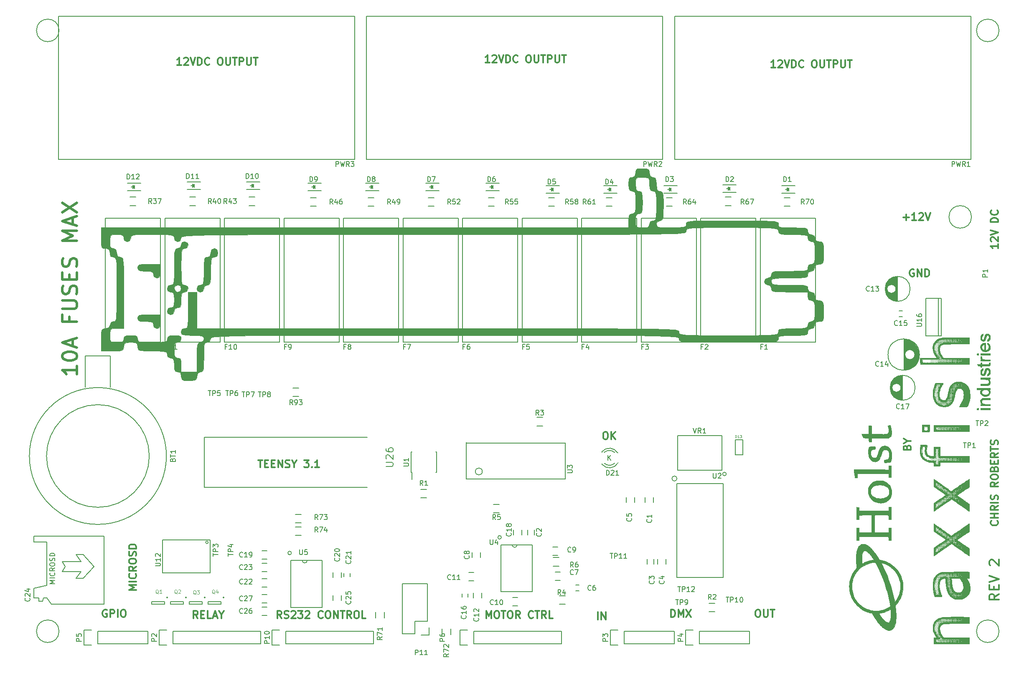
<source format=gbr>
G04 #@! TF.FileFunction,Legend,Top*
%FSLAX46Y46*%
G04 Gerber Fmt 4.6, Leading zero omitted, Abs format (unit mm)*
G04 Created by KiCad (PCBNEW (after 2015-may-25 BZR unknown)-product) date 06/09/2015 16:48:43*
%MOMM*%
G01*
G04 APERTURE LIST*
%ADD10C,0.100000*%
%ADD11C,0.300000*%
%ADD12C,0.500000*%
%ADD13C,0.150000*%
%ADD14C,0.125000*%
G04 APERTURE END LIST*
D10*
D11*
X161921143Y-111446571D02*
X162206857Y-111446571D01*
X162349715Y-111518000D01*
X162492572Y-111660857D01*
X162564000Y-111946571D01*
X162564000Y-112446571D01*
X162492572Y-112732286D01*
X162349715Y-112875143D01*
X162206857Y-112946571D01*
X161921143Y-112946571D01*
X161778286Y-112875143D01*
X161635429Y-112732286D01*
X161564000Y-112446571D01*
X161564000Y-111946571D01*
X161635429Y-111660857D01*
X161778286Y-111518000D01*
X161921143Y-111446571D01*
X163206858Y-112946571D02*
X163206858Y-111446571D01*
X164064001Y-112946571D02*
X163421144Y-112089429D01*
X164064001Y-111446571D02*
X163206858Y-112303714D01*
X66972571Y-143545143D02*
X65472571Y-143545143D01*
X66544000Y-143045143D01*
X65472571Y-142545143D01*
X66972571Y-142545143D01*
X66972571Y-141830857D02*
X65472571Y-141830857D01*
X66829714Y-140259428D02*
X66901143Y-140330857D01*
X66972571Y-140545143D01*
X66972571Y-140688000D01*
X66901143Y-140902285D01*
X66758286Y-141045143D01*
X66615429Y-141116571D01*
X66329714Y-141188000D01*
X66115429Y-141188000D01*
X65829714Y-141116571D01*
X65686857Y-141045143D01*
X65544000Y-140902285D01*
X65472571Y-140688000D01*
X65472571Y-140545143D01*
X65544000Y-140330857D01*
X65615429Y-140259428D01*
X66972571Y-138759428D02*
X66258286Y-139259428D01*
X66972571Y-139616571D02*
X65472571Y-139616571D01*
X65472571Y-139045143D01*
X65544000Y-138902285D01*
X65615429Y-138830857D01*
X65758286Y-138759428D01*
X65972571Y-138759428D01*
X66115429Y-138830857D01*
X66186857Y-138902285D01*
X66258286Y-139045143D01*
X66258286Y-139616571D01*
X65472571Y-137830857D02*
X65472571Y-137545143D01*
X65544000Y-137402285D01*
X65686857Y-137259428D01*
X65972571Y-137188000D01*
X66472571Y-137188000D01*
X66758286Y-137259428D01*
X66901143Y-137402285D01*
X66972571Y-137545143D01*
X66972571Y-137830857D01*
X66901143Y-137973714D01*
X66758286Y-138116571D01*
X66472571Y-138188000D01*
X65972571Y-138188000D01*
X65686857Y-138116571D01*
X65544000Y-137973714D01*
X65472571Y-137830857D01*
X66901143Y-136616571D02*
X66972571Y-136402285D01*
X66972571Y-136045142D01*
X66901143Y-135902285D01*
X66829714Y-135830856D01*
X66686857Y-135759428D01*
X66544000Y-135759428D01*
X66401143Y-135830856D01*
X66329714Y-135902285D01*
X66258286Y-136045142D01*
X66186857Y-136330856D01*
X66115429Y-136473714D01*
X66044000Y-136545142D01*
X65901143Y-136616571D01*
X65758286Y-136616571D01*
X65615429Y-136545142D01*
X65544000Y-136473714D01*
X65472571Y-136330856D01*
X65472571Y-135973714D01*
X65544000Y-135759428D01*
X66972571Y-135116571D02*
X65472571Y-135116571D01*
X65472571Y-134759428D01*
X65544000Y-134545143D01*
X65686857Y-134402285D01*
X65829714Y-134330857D01*
X66115429Y-134259428D01*
X66329714Y-134259428D01*
X66615429Y-134330857D01*
X66758286Y-134402285D01*
X66901143Y-134545143D01*
X66972571Y-134759428D01*
X66972571Y-135116571D01*
X224536143Y-78498000D02*
X224393286Y-78426571D01*
X224179000Y-78426571D01*
X223964715Y-78498000D01*
X223821857Y-78640857D01*
X223750429Y-78783714D01*
X223679000Y-79069429D01*
X223679000Y-79283714D01*
X223750429Y-79569429D01*
X223821857Y-79712286D01*
X223964715Y-79855143D01*
X224179000Y-79926571D01*
X224321857Y-79926571D01*
X224536143Y-79855143D01*
X224607572Y-79783714D01*
X224607572Y-79283714D01*
X224321857Y-79283714D01*
X225250429Y-79926571D02*
X225250429Y-78426571D01*
X226107572Y-79926571D01*
X226107572Y-78426571D01*
X226821858Y-79926571D02*
X226821858Y-78426571D01*
X227179001Y-78426571D01*
X227393286Y-78498000D01*
X227536144Y-78640857D01*
X227607572Y-78783714D01*
X227679001Y-79069429D01*
X227679001Y-79283714D01*
X227607572Y-79569429D01*
X227536144Y-79712286D01*
X227393286Y-79855143D01*
X227179001Y-79926571D01*
X226821858Y-79926571D01*
X79426858Y-149268571D02*
X78926858Y-148554286D01*
X78569715Y-149268571D02*
X78569715Y-147768571D01*
X79141143Y-147768571D01*
X79284001Y-147840000D01*
X79355429Y-147911429D01*
X79426858Y-148054286D01*
X79426858Y-148268571D01*
X79355429Y-148411429D01*
X79284001Y-148482857D01*
X79141143Y-148554286D01*
X78569715Y-148554286D01*
X80069715Y-148482857D02*
X80569715Y-148482857D01*
X80784001Y-149268571D02*
X80069715Y-149268571D01*
X80069715Y-147768571D01*
X80784001Y-147768571D01*
X82141144Y-149268571D02*
X81426858Y-149268571D01*
X81426858Y-147768571D01*
X82569715Y-148840000D02*
X83284001Y-148840000D01*
X82426858Y-149268571D02*
X82926858Y-147768571D01*
X83426858Y-149268571D01*
X84212572Y-148554286D02*
X84212572Y-149268571D01*
X83712572Y-147768571D02*
X84212572Y-148554286D01*
X84712572Y-147768571D01*
X223158857Y-114581714D02*
X223230286Y-114367428D01*
X223301714Y-114296000D01*
X223444571Y-114224571D01*
X223658857Y-114224571D01*
X223801714Y-114296000D01*
X223873143Y-114367428D01*
X223944571Y-114510286D01*
X223944571Y-115081714D01*
X222444571Y-115081714D01*
X222444571Y-114581714D01*
X222516000Y-114438857D01*
X222587429Y-114367428D01*
X222730286Y-114296000D01*
X222873143Y-114296000D01*
X223016000Y-114367428D01*
X223087429Y-114438857D01*
X223158857Y-114581714D01*
X223158857Y-115081714D01*
X223230286Y-113296000D02*
X223944571Y-113296000D01*
X222444571Y-113796000D02*
X223230286Y-113296000D01*
X222444571Y-112796000D01*
X60984000Y-147586000D02*
X60841143Y-147514571D01*
X60626857Y-147514571D01*
X60412572Y-147586000D01*
X60269714Y-147728857D01*
X60198286Y-147871714D01*
X60126857Y-148157429D01*
X60126857Y-148371714D01*
X60198286Y-148657429D01*
X60269714Y-148800286D01*
X60412572Y-148943143D01*
X60626857Y-149014571D01*
X60769714Y-149014571D01*
X60984000Y-148943143D01*
X61055429Y-148871714D01*
X61055429Y-148371714D01*
X60769714Y-148371714D01*
X61698286Y-149014571D02*
X61698286Y-147514571D01*
X62269714Y-147514571D01*
X62412572Y-147586000D01*
X62484000Y-147657429D01*
X62555429Y-147800286D01*
X62555429Y-148014571D01*
X62484000Y-148157429D01*
X62412572Y-148228857D01*
X62269714Y-148300286D01*
X61698286Y-148300286D01*
X63198286Y-149014571D02*
X63198286Y-147514571D01*
X64198286Y-147514571D02*
X64484000Y-147514571D01*
X64626858Y-147586000D01*
X64769715Y-147728857D01*
X64841143Y-148014571D01*
X64841143Y-148514571D01*
X64769715Y-148800286D01*
X64626858Y-148943143D01*
X64484000Y-149014571D01*
X64198286Y-149014571D01*
X64055429Y-148943143D01*
X63912572Y-148800286D01*
X63841143Y-148514571D01*
X63841143Y-148014571D01*
X63912572Y-147728857D01*
X64055429Y-147586000D01*
X64198286Y-147514571D01*
X241454714Y-129507285D02*
X241526143Y-129578714D01*
X241597571Y-129793000D01*
X241597571Y-129935857D01*
X241526143Y-130150142D01*
X241383286Y-130293000D01*
X241240429Y-130364428D01*
X240954714Y-130435857D01*
X240740429Y-130435857D01*
X240454714Y-130364428D01*
X240311857Y-130293000D01*
X240169000Y-130150142D01*
X240097571Y-129935857D01*
X240097571Y-129793000D01*
X240169000Y-129578714D01*
X240240429Y-129507285D01*
X241597571Y-128864428D02*
X240097571Y-128864428D01*
X240811857Y-128864428D02*
X240811857Y-128007285D01*
X241597571Y-128007285D02*
X240097571Y-128007285D01*
X241597571Y-126435856D02*
X240883286Y-126935856D01*
X241597571Y-127292999D02*
X240097571Y-127292999D01*
X240097571Y-126721571D01*
X240169000Y-126578713D01*
X240240429Y-126507285D01*
X240383286Y-126435856D01*
X240597571Y-126435856D01*
X240740429Y-126507285D01*
X240811857Y-126578713D01*
X240883286Y-126721571D01*
X240883286Y-127292999D01*
X241597571Y-125792999D02*
X240097571Y-125792999D01*
X241526143Y-125150142D02*
X241597571Y-124935856D01*
X241597571Y-124578713D01*
X241526143Y-124435856D01*
X241454714Y-124364427D01*
X241311857Y-124292999D01*
X241169000Y-124292999D01*
X241026143Y-124364427D01*
X240954714Y-124435856D01*
X240883286Y-124578713D01*
X240811857Y-124864427D01*
X240740429Y-125007285D01*
X240669000Y-125078713D01*
X240526143Y-125150142D01*
X240383286Y-125150142D01*
X240240429Y-125078713D01*
X240169000Y-125007285D01*
X240097571Y-124864427D01*
X240097571Y-124507285D01*
X240169000Y-124292999D01*
X241597571Y-121650142D02*
X240883286Y-122150142D01*
X241597571Y-122507285D02*
X240097571Y-122507285D01*
X240097571Y-121935857D01*
X240169000Y-121792999D01*
X240240429Y-121721571D01*
X240383286Y-121650142D01*
X240597571Y-121650142D01*
X240740429Y-121721571D01*
X240811857Y-121792999D01*
X240883286Y-121935857D01*
X240883286Y-122507285D01*
X240097571Y-120721571D02*
X240097571Y-120435857D01*
X240169000Y-120292999D01*
X240311857Y-120150142D01*
X240597571Y-120078714D01*
X241097571Y-120078714D01*
X241383286Y-120150142D01*
X241526143Y-120292999D01*
X241597571Y-120435857D01*
X241597571Y-120721571D01*
X241526143Y-120864428D01*
X241383286Y-121007285D01*
X241097571Y-121078714D01*
X240597571Y-121078714D01*
X240311857Y-121007285D01*
X240169000Y-120864428D01*
X240097571Y-120721571D01*
X240811857Y-118935856D02*
X240883286Y-118721570D01*
X240954714Y-118650142D01*
X241097571Y-118578713D01*
X241311857Y-118578713D01*
X241454714Y-118650142D01*
X241526143Y-118721570D01*
X241597571Y-118864428D01*
X241597571Y-119435856D01*
X240097571Y-119435856D01*
X240097571Y-118935856D01*
X240169000Y-118792999D01*
X240240429Y-118721570D01*
X240383286Y-118650142D01*
X240526143Y-118650142D01*
X240669000Y-118721570D01*
X240740429Y-118792999D01*
X240811857Y-118935856D01*
X240811857Y-119435856D01*
X240811857Y-117935856D02*
X240811857Y-117435856D01*
X241597571Y-117221570D02*
X241597571Y-117935856D01*
X240097571Y-117935856D01*
X240097571Y-117221570D01*
X241597571Y-115721570D02*
X240883286Y-116221570D01*
X241597571Y-116578713D02*
X240097571Y-116578713D01*
X240097571Y-116007285D01*
X240169000Y-115864427D01*
X240240429Y-115792999D01*
X240383286Y-115721570D01*
X240597571Y-115721570D01*
X240740429Y-115792999D01*
X240811857Y-115864427D01*
X240883286Y-116007285D01*
X240883286Y-116578713D01*
X240097571Y-115292999D02*
X240097571Y-114435856D01*
X241597571Y-114864427D02*
X240097571Y-114864427D01*
X241526143Y-114007285D02*
X241597571Y-113792999D01*
X241597571Y-113435856D01*
X241526143Y-113292999D01*
X241454714Y-113221570D01*
X241311857Y-113150142D01*
X241169000Y-113150142D01*
X241026143Y-113221570D01*
X240954714Y-113292999D01*
X240883286Y-113435856D01*
X240811857Y-113721570D01*
X240740429Y-113864428D01*
X240669000Y-113935856D01*
X240526143Y-114007285D01*
X240383286Y-114007285D01*
X240240429Y-113935856D01*
X240169000Y-113864428D01*
X240097571Y-113721570D01*
X240097571Y-113364428D01*
X240169000Y-113150142D01*
X91631286Y-117161571D02*
X92488429Y-117161571D01*
X92059858Y-118661571D02*
X92059858Y-117161571D01*
X92988429Y-117875857D02*
X93488429Y-117875857D01*
X93702715Y-118661571D02*
X92988429Y-118661571D01*
X92988429Y-117161571D01*
X93702715Y-117161571D01*
X94345572Y-117875857D02*
X94845572Y-117875857D01*
X95059858Y-118661571D02*
X94345572Y-118661571D01*
X94345572Y-117161571D01*
X95059858Y-117161571D01*
X95702715Y-118661571D02*
X95702715Y-117161571D01*
X96559858Y-118661571D01*
X96559858Y-117161571D01*
X97202715Y-118590143D02*
X97417001Y-118661571D01*
X97774144Y-118661571D01*
X97917001Y-118590143D01*
X97988430Y-118518714D01*
X98059858Y-118375857D01*
X98059858Y-118233000D01*
X97988430Y-118090143D01*
X97917001Y-118018714D01*
X97774144Y-117947286D01*
X97488430Y-117875857D01*
X97345572Y-117804429D01*
X97274144Y-117733000D01*
X97202715Y-117590143D01*
X97202715Y-117447286D01*
X97274144Y-117304429D01*
X97345572Y-117233000D01*
X97488430Y-117161571D01*
X97845572Y-117161571D01*
X98059858Y-117233000D01*
X98988429Y-117947286D02*
X98988429Y-118661571D01*
X98488429Y-117161571D02*
X98988429Y-117947286D01*
X99488429Y-117161571D01*
X100988429Y-117161571D02*
X101917000Y-117161571D01*
X101417000Y-117733000D01*
X101631286Y-117733000D01*
X101774143Y-117804429D01*
X101845572Y-117875857D01*
X101917000Y-118018714D01*
X101917000Y-118375857D01*
X101845572Y-118518714D01*
X101774143Y-118590143D01*
X101631286Y-118661571D01*
X101202714Y-118661571D01*
X101059857Y-118590143D01*
X100988429Y-118518714D01*
X102559857Y-118518714D02*
X102631285Y-118590143D01*
X102559857Y-118661571D01*
X102488428Y-118590143D01*
X102559857Y-118518714D01*
X102559857Y-118661571D01*
X104059857Y-118661571D02*
X103202714Y-118661571D01*
X103631286Y-118661571D02*
X103631286Y-117161571D01*
X103488429Y-117375857D01*
X103345571Y-117518714D01*
X103202714Y-117590143D01*
D12*
X54951143Y-98065858D02*
X54951143Y-99780143D01*
X54951143Y-98923001D02*
X51951143Y-98923001D01*
X52379714Y-99208715D01*
X52665429Y-99494429D01*
X52808286Y-99780143D01*
X51951143Y-96208715D02*
X51951143Y-95923000D01*
X52094000Y-95637286D01*
X52236857Y-95494429D01*
X52522571Y-95351572D01*
X53094000Y-95208715D01*
X53808286Y-95208715D01*
X54379714Y-95351572D01*
X54665429Y-95494429D01*
X54808286Y-95637286D01*
X54951143Y-95923000D01*
X54951143Y-96208715D01*
X54808286Y-96494429D01*
X54665429Y-96637286D01*
X54379714Y-96780143D01*
X53808286Y-96923000D01*
X53094000Y-96923000D01*
X52522571Y-96780143D01*
X52236857Y-96637286D01*
X52094000Y-96494429D01*
X51951143Y-96208715D01*
X54094000Y-94065857D02*
X54094000Y-92637286D01*
X54951143Y-94351572D02*
X51951143Y-93351572D01*
X54951143Y-92351572D01*
X53379714Y-88065857D02*
X53379714Y-89065857D01*
X54951143Y-89065857D02*
X51951143Y-89065857D01*
X51951143Y-87637286D01*
X51951143Y-86494428D02*
X54379714Y-86494428D01*
X54665429Y-86351571D01*
X54808286Y-86208714D01*
X54951143Y-85923000D01*
X54951143Y-85351571D01*
X54808286Y-85065857D01*
X54665429Y-84923000D01*
X54379714Y-84780143D01*
X51951143Y-84780143D01*
X54808286Y-83494428D02*
X54951143Y-83065857D01*
X54951143Y-82351571D01*
X54808286Y-82065857D01*
X54665429Y-81923000D01*
X54379714Y-81780143D01*
X54094000Y-81780143D01*
X53808286Y-81923000D01*
X53665429Y-82065857D01*
X53522571Y-82351571D01*
X53379714Y-82923000D01*
X53236857Y-83208714D01*
X53094000Y-83351571D01*
X52808286Y-83494428D01*
X52522571Y-83494428D01*
X52236857Y-83351571D01*
X52094000Y-83208714D01*
X51951143Y-82923000D01*
X51951143Y-82208714D01*
X52094000Y-81780143D01*
X53379714Y-80494428D02*
X53379714Y-79494428D01*
X54951143Y-79065857D02*
X54951143Y-80494428D01*
X51951143Y-80494428D01*
X51951143Y-79065857D01*
X54808286Y-77922999D02*
X54951143Y-77494428D01*
X54951143Y-76780142D01*
X54808286Y-76494428D01*
X54665429Y-76351571D01*
X54379714Y-76208714D01*
X54094000Y-76208714D01*
X53808286Y-76351571D01*
X53665429Y-76494428D01*
X53522571Y-76780142D01*
X53379714Y-77351571D01*
X53236857Y-77637285D01*
X53094000Y-77780142D01*
X52808286Y-77922999D01*
X52522571Y-77922999D01*
X52236857Y-77780142D01*
X52094000Y-77637285D01*
X51951143Y-77351571D01*
X51951143Y-76637285D01*
X52094000Y-76208714D01*
X54951143Y-72637285D02*
X51951143Y-72637285D01*
X54094000Y-71637285D01*
X51951143Y-70637285D01*
X54951143Y-70637285D01*
X54094000Y-69351571D02*
X54094000Y-67923000D01*
X54951143Y-69637286D02*
X51951143Y-68637286D01*
X54951143Y-67637286D01*
X51951143Y-66923000D02*
X54951143Y-64923000D01*
X51951143Y-64923000D02*
X54951143Y-66923000D01*
D11*
X196458000Y-37508571D02*
X195600857Y-37508571D01*
X196029429Y-37508571D02*
X196029429Y-36008571D01*
X195886572Y-36222857D01*
X195743714Y-36365714D01*
X195600857Y-36437143D01*
X197029428Y-36151429D02*
X197100857Y-36080000D01*
X197243714Y-36008571D01*
X197600857Y-36008571D01*
X197743714Y-36080000D01*
X197815143Y-36151429D01*
X197886571Y-36294286D01*
X197886571Y-36437143D01*
X197815143Y-36651429D01*
X196958000Y-37508571D01*
X197886571Y-37508571D01*
X198315142Y-36008571D02*
X198815142Y-37508571D01*
X199315142Y-36008571D01*
X199815142Y-37508571D02*
X199815142Y-36008571D01*
X200172285Y-36008571D01*
X200386570Y-36080000D01*
X200529428Y-36222857D01*
X200600856Y-36365714D01*
X200672285Y-36651429D01*
X200672285Y-36865714D01*
X200600856Y-37151429D01*
X200529428Y-37294286D01*
X200386570Y-37437143D01*
X200172285Y-37508571D01*
X199815142Y-37508571D01*
X202172285Y-37365714D02*
X202100856Y-37437143D01*
X201886570Y-37508571D01*
X201743713Y-37508571D01*
X201529428Y-37437143D01*
X201386570Y-37294286D01*
X201315142Y-37151429D01*
X201243713Y-36865714D01*
X201243713Y-36651429D01*
X201315142Y-36365714D01*
X201386570Y-36222857D01*
X201529428Y-36080000D01*
X201743713Y-36008571D01*
X201886570Y-36008571D01*
X202100856Y-36080000D01*
X202172285Y-36151429D01*
X204243713Y-36008571D02*
X204529427Y-36008571D01*
X204672285Y-36080000D01*
X204815142Y-36222857D01*
X204886570Y-36508571D01*
X204886570Y-37008571D01*
X204815142Y-37294286D01*
X204672285Y-37437143D01*
X204529427Y-37508571D01*
X204243713Y-37508571D01*
X204100856Y-37437143D01*
X203957999Y-37294286D01*
X203886570Y-37008571D01*
X203886570Y-36508571D01*
X203957999Y-36222857D01*
X204100856Y-36080000D01*
X204243713Y-36008571D01*
X205529428Y-36008571D02*
X205529428Y-37222857D01*
X205600856Y-37365714D01*
X205672285Y-37437143D01*
X205815142Y-37508571D01*
X206100856Y-37508571D01*
X206243714Y-37437143D01*
X206315142Y-37365714D01*
X206386571Y-37222857D01*
X206386571Y-36008571D01*
X206886571Y-36008571D02*
X207743714Y-36008571D01*
X207315143Y-37508571D02*
X207315143Y-36008571D01*
X208243714Y-37508571D02*
X208243714Y-36008571D01*
X208815142Y-36008571D01*
X208958000Y-36080000D01*
X209029428Y-36151429D01*
X209100857Y-36294286D01*
X209100857Y-36508571D01*
X209029428Y-36651429D01*
X208958000Y-36722857D01*
X208815142Y-36794286D01*
X208243714Y-36794286D01*
X209743714Y-36008571D02*
X209743714Y-37222857D01*
X209815142Y-37365714D01*
X209886571Y-37437143D01*
X210029428Y-37508571D01*
X210315142Y-37508571D01*
X210458000Y-37437143D01*
X210529428Y-37365714D01*
X210600857Y-37222857D01*
X210600857Y-36008571D01*
X211100857Y-36008571D02*
X211958000Y-36008571D01*
X211529429Y-37508571D02*
X211529429Y-36008571D01*
X138546000Y-36492571D02*
X137688857Y-36492571D01*
X138117429Y-36492571D02*
X138117429Y-34992571D01*
X137974572Y-35206857D01*
X137831714Y-35349714D01*
X137688857Y-35421143D01*
X139117428Y-35135429D02*
X139188857Y-35064000D01*
X139331714Y-34992571D01*
X139688857Y-34992571D01*
X139831714Y-35064000D01*
X139903143Y-35135429D01*
X139974571Y-35278286D01*
X139974571Y-35421143D01*
X139903143Y-35635429D01*
X139046000Y-36492571D01*
X139974571Y-36492571D01*
X140403142Y-34992571D02*
X140903142Y-36492571D01*
X141403142Y-34992571D01*
X141903142Y-36492571D02*
X141903142Y-34992571D01*
X142260285Y-34992571D01*
X142474570Y-35064000D01*
X142617428Y-35206857D01*
X142688856Y-35349714D01*
X142760285Y-35635429D01*
X142760285Y-35849714D01*
X142688856Y-36135429D01*
X142617428Y-36278286D01*
X142474570Y-36421143D01*
X142260285Y-36492571D01*
X141903142Y-36492571D01*
X144260285Y-36349714D02*
X144188856Y-36421143D01*
X143974570Y-36492571D01*
X143831713Y-36492571D01*
X143617428Y-36421143D01*
X143474570Y-36278286D01*
X143403142Y-36135429D01*
X143331713Y-35849714D01*
X143331713Y-35635429D01*
X143403142Y-35349714D01*
X143474570Y-35206857D01*
X143617428Y-35064000D01*
X143831713Y-34992571D01*
X143974570Y-34992571D01*
X144188856Y-35064000D01*
X144260285Y-35135429D01*
X146331713Y-34992571D02*
X146617427Y-34992571D01*
X146760285Y-35064000D01*
X146903142Y-35206857D01*
X146974570Y-35492571D01*
X146974570Y-35992571D01*
X146903142Y-36278286D01*
X146760285Y-36421143D01*
X146617427Y-36492571D01*
X146331713Y-36492571D01*
X146188856Y-36421143D01*
X146045999Y-36278286D01*
X145974570Y-35992571D01*
X145974570Y-35492571D01*
X146045999Y-35206857D01*
X146188856Y-35064000D01*
X146331713Y-34992571D01*
X147617428Y-34992571D02*
X147617428Y-36206857D01*
X147688856Y-36349714D01*
X147760285Y-36421143D01*
X147903142Y-36492571D01*
X148188856Y-36492571D01*
X148331714Y-36421143D01*
X148403142Y-36349714D01*
X148474571Y-36206857D01*
X148474571Y-34992571D01*
X148974571Y-34992571D02*
X149831714Y-34992571D01*
X149403143Y-36492571D02*
X149403143Y-34992571D01*
X150331714Y-36492571D02*
X150331714Y-34992571D01*
X150903142Y-34992571D01*
X151046000Y-35064000D01*
X151117428Y-35135429D01*
X151188857Y-35278286D01*
X151188857Y-35492571D01*
X151117428Y-35635429D01*
X151046000Y-35706857D01*
X150903142Y-35778286D01*
X150331714Y-35778286D01*
X151831714Y-34992571D02*
X151831714Y-36206857D01*
X151903142Y-36349714D01*
X151974571Y-36421143D01*
X152117428Y-36492571D01*
X152403142Y-36492571D01*
X152546000Y-36421143D01*
X152617428Y-36349714D01*
X152688857Y-36206857D01*
X152688857Y-34992571D01*
X153188857Y-34992571D02*
X154046000Y-34992571D01*
X153617429Y-36492571D02*
X153617429Y-34992571D01*
X76062000Y-37000571D02*
X75204857Y-37000571D01*
X75633429Y-37000571D02*
X75633429Y-35500571D01*
X75490572Y-35714857D01*
X75347714Y-35857714D01*
X75204857Y-35929143D01*
X76633428Y-35643429D02*
X76704857Y-35572000D01*
X76847714Y-35500571D01*
X77204857Y-35500571D01*
X77347714Y-35572000D01*
X77419143Y-35643429D01*
X77490571Y-35786286D01*
X77490571Y-35929143D01*
X77419143Y-36143429D01*
X76562000Y-37000571D01*
X77490571Y-37000571D01*
X77919142Y-35500571D02*
X78419142Y-37000571D01*
X78919142Y-35500571D01*
X79419142Y-37000571D02*
X79419142Y-35500571D01*
X79776285Y-35500571D01*
X79990570Y-35572000D01*
X80133428Y-35714857D01*
X80204856Y-35857714D01*
X80276285Y-36143429D01*
X80276285Y-36357714D01*
X80204856Y-36643429D01*
X80133428Y-36786286D01*
X79990570Y-36929143D01*
X79776285Y-37000571D01*
X79419142Y-37000571D01*
X81776285Y-36857714D02*
X81704856Y-36929143D01*
X81490570Y-37000571D01*
X81347713Y-37000571D01*
X81133428Y-36929143D01*
X80990570Y-36786286D01*
X80919142Y-36643429D01*
X80847713Y-36357714D01*
X80847713Y-36143429D01*
X80919142Y-35857714D01*
X80990570Y-35714857D01*
X81133428Y-35572000D01*
X81347713Y-35500571D01*
X81490570Y-35500571D01*
X81704856Y-35572000D01*
X81776285Y-35643429D01*
X83847713Y-35500571D02*
X84133427Y-35500571D01*
X84276285Y-35572000D01*
X84419142Y-35714857D01*
X84490570Y-36000571D01*
X84490570Y-36500571D01*
X84419142Y-36786286D01*
X84276285Y-36929143D01*
X84133427Y-37000571D01*
X83847713Y-37000571D01*
X83704856Y-36929143D01*
X83561999Y-36786286D01*
X83490570Y-36500571D01*
X83490570Y-36000571D01*
X83561999Y-35714857D01*
X83704856Y-35572000D01*
X83847713Y-35500571D01*
X85133428Y-35500571D02*
X85133428Y-36714857D01*
X85204856Y-36857714D01*
X85276285Y-36929143D01*
X85419142Y-37000571D01*
X85704856Y-37000571D01*
X85847714Y-36929143D01*
X85919142Y-36857714D01*
X85990571Y-36714857D01*
X85990571Y-35500571D01*
X86490571Y-35500571D02*
X87347714Y-35500571D01*
X86919143Y-37000571D02*
X86919143Y-35500571D01*
X87847714Y-37000571D02*
X87847714Y-35500571D01*
X88419142Y-35500571D01*
X88562000Y-35572000D01*
X88633428Y-35643429D01*
X88704857Y-35786286D01*
X88704857Y-36000571D01*
X88633428Y-36143429D01*
X88562000Y-36214857D01*
X88419142Y-36286286D01*
X87847714Y-36286286D01*
X89347714Y-35500571D02*
X89347714Y-36714857D01*
X89419142Y-36857714D01*
X89490571Y-36929143D01*
X89633428Y-37000571D01*
X89919142Y-37000571D01*
X90062000Y-36929143D01*
X90133428Y-36857714D01*
X90204857Y-36714857D01*
X90204857Y-35500571D01*
X90704857Y-35500571D02*
X91562000Y-35500571D01*
X91133429Y-37000571D02*
X91133429Y-35500571D01*
X222401144Y-67925143D02*
X223544001Y-67925143D01*
X222972572Y-68496571D02*
X222972572Y-67353714D01*
X225044001Y-68496571D02*
X224186858Y-68496571D01*
X224615430Y-68496571D02*
X224615430Y-66996571D01*
X224472573Y-67210857D01*
X224329715Y-67353714D01*
X224186858Y-67425143D01*
X225615429Y-67139429D02*
X225686858Y-67068000D01*
X225829715Y-66996571D01*
X226186858Y-66996571D01*
X226329715Y-67068000D01*
X226401144Y-67139429D01*
X226472572Y-67282286D01*
X226472572Y-67425143D01*
X226401144Y-67639429D01*
X225544001Y-68496571D01*
X226472572Y-68496571D01*
X226901143Y-66996571D02*
X227401143Y-68496571D01*
X227901143Y-66996571D01*
X241597571Y-73357999D02*
X241597571Y-74215142D01*
X241597571Y-73786570D02*
X240097571Y-73786570D01*
X240311857Y-73929427D01*
X240454714Y-74072285D01*
X240526143Y-74215142D01*
X240240429Y-72786571D02*
X240169000Y-72715142D01*
X240097571Y-72572285D01*
X240097571Y-72215142D01*
X240169000Y-72072285D01*
X240240429Y-72000856D01*
X240383286Y-71929428D01*
X240526143Y-71929428D01*
X240740429Y-72000856D01*
X241597571Y-72857999D01*
X241597571Y-71929428D01*
X240097571Y-71500857D02*
X241597571Y-71000857D01*
X240097571Y-70500857D01*
X241597571Y-68858000D02*
X240097571Y-68858000D01*
X240097571Y-68500857D01*
X240169000Y-68286572D01*
X240311857Y-68143714D01*
X240454714Y-68072286D01*
X240740429Y-68000857D01*
X240954714Y-68000857D01*
X241240429Y-68072286D01*
X241383286Y-68143714D01*
X241526143Y-68286572D01*
X241597571Y-68500857D01*
X241597571Y-68858000D01*
X241454714Y-66500857D02*
X241526143Y-66572286D01*
X241597571Y-66786572D01*
X241597571Y-66929429D01*
X241526143Y-67143714D01*
X241383286Y-67286572D01*
X241240429Y-67358000D01*
X240954714Y-67429429D01*
X240740429Y-67429429D01*
X240454714Y-67358000D01*
X240311857Y-67286572D01*
X240169000Y-67143714D01*
X240097571Y-66929429D01*
X240097571Y-66786572D01*
X240169000Y-66572286D01*
X240240429Y-66500857D01*
X96394001Y-149268571D02*
X95894001Y-148554286D01*
X95536858Y-149268571D02*
X95536858Y-147768571D01*
X96108286Y-147768571D01*
X96251144Y-147840000D01*
X96322572Y-147911429D01*
X96394001Y-148054286D01*
X96394001Y-148268571D01*
X96322572Y-148411429D01*
X96251144Y-148482857D01*
X96108286Y-148554286D01*
X95536858Y-148554286D01*
X96965429Y-149197143D02*
X97179715Y-149268571D01*
X97536858Y-149268571D01*
X97679715Y-149197143D01*
X97751144Y-149125714D01*
X97822572Y-148982857D01*
X97822572Y-148840000D01*
X97751144Y-148697143D01*
X97679715Y-148625714D01*
X97536858Y-148554286D01*
X97251144Y-148482857D01*
X97108286Y-148411429D01*
X97036858Y-148340000D01*
X96965429Y-148197143D01*
X96965429Y-148054286D01*
X97036858Y-147911429D01*
X97108286Y-147840000D01*
X97251144Y-147768571D01*
X97608286Y-147768571D01*
X97822572Y-147840000D01*
X98394000Y-147911429D02*
X98465429Y-147840000D01*
X98608286Y-147768571D01*
X98965429Y-147768571D01*
X99108286Y-147840000D01*
X99179715Y-147911429D01*
X99251143Y-148054286D01*
X99251143Y-148197143D01*
X99179715Y-148411429D01*
X98322572Y-149268571D01*
X99251143Y-149268571D01*
X99751143Y-147768571D02*
X100679714Y-147768571D01*
X100179714Y-148340000D01*
X100394000Y-148340000D01*
X100536857Y-148411429D01*
X100608286Y-148482857D01*
X100679714Y-148625714D01*
X100679714Y-148982857D01*
X100608286Y-149125714D01*
X100536857Y-149197143D01*
X100394000Y-149268571D01*
X99965428Y-149268571D01*
X99822571Y-149197143D01*
X99751143Y-149125714D01*
X101251142Y-147911429D02*
X101322571Y-147840000D01*
X101465428Y-147768571D01*
X101822571Y-147768571D01*
X101965428Y-147840000D01*
X102036857Y-147911429D01*
X102108285Y-148054286D01*
X102108285Y-148197143D01*
X102036857Y-148411429D01*
X101179714Y-149268571D01*
X102108285Y-149268571D01*
X104751142Y-149125714D02*
X104679713Y-149197143D01*
X104465427Y-149268571D01*
X104322570Y-149268571D01*
X104108285Y-149197143D01*
X103965427Y-149054286D01*
X103893999Y-148911429D01*
X103822570Y-148625714D01*
X103822570Y-148411429D01*
X103893999Y-148125714D01*
X103965427Y-147982857D01*
X104108285Y-147840000D01*
X104322570Y-147768571D01*
X104465427Y-147768571D01*
X104679713Y-147840000D01*
X104751142Y-147911429D01*
X105679713Y-147768571D02*
X105965427Y-147768571D01*
X106108285Y-147840000D01*
X106251142Y-147982857D01*
X106322570Y-148268571D01*
X106322570Y-148768571D01*
X106251142Y-149054286D01*
X106108285Y-149197143D01*
X105965427Y-149268571D01*
X105679713Y-149268571D01*
X105536856Y-149197143D01*
X105393999Y-149054286D01*
X105322570Y-148768571D01*
X105322570Y-148268571D01*
X105393999Y-147982857D01*
X105536856Y-147840000D01*
X105679713Y-147768571D01*
X106965428Y-149268571D02*
X106965428Y-147768571D01*
X107822571Y-149268571D01*
X107822571Y-147768571D01*
X108322571Y-147768571D02*
X109179714Y-147768571D01*
X108751143Y-149268571D02*
X108751143Y-147768571D01*
X110536857Y-149268571D02*
X110036857Y-148554286D01*
X109679714Y-149268571D02*
X109679714Y-147768571D01*
X110251142Y-147768571D01*
X110394000Y-147840000D01*
X110465428Y-147911429D01*
X110536857Y-148054286D01*
X110536857Y-148268571D01*
X110465428Y-148411429D01*
X110394000Y-148482857D01*
X110251142Y-148554286D01*
X109679714Y-148554286D01*
X111465428Y-147768571D02*
X111751142Y-147768571D01*
X111894000Y-147840000D01*
X112036857Y-147982857D01*
X112108285Y-148268571D01*
X112108285Y-148768571D01*
X112036857Y-149054286D01*
X111894000Y-149197143D01*
X111751142Y-149268571D01*
X111465428Y-149268571D01*
X111322571Y-149197143D01*
X111179714Y-149054286D01*
X111108285Y-148768571D01*
X111108285Y-148268571D01*
X111179714Y-147982857D01*
X111322571Y-147840000D01*
X111465428Y-147768571D01*
X113465429Y-149268571D02*
X112751143Y-149268571D01*
X112751143Y-147768571D01*
X192810000Y-147514571D02*
X193095714Y-147514571D01*
X193238572Y-147586000D01*
X193381429Y-147728857D01*
X193452857Y-148014571D01*
X193452857Y-148514571D01*
X193381429Y-148800286D01*
X193238572Y-148943143D01*
X193095714Y-149014571D01*
X192810000Y-149014571D01*
X192667143Y-148943143D01*
X192524286Y-148800286D01*
X192452857Y-148514571D01*
X192452857Y-148014571D01*
X192524286Y-147728857D01*
X192667143Y-147586000D01*
X192810000Y-147514571D01*
X194095715Y-147514571D02*
X194095715Y-148728857D01*
X194167143Y-148871714D01*
X194238572Y-148943143D01*
X194381429Y-149014571D01*
X194667143Y-149014571D01*
X194810001Y-148943143D01*
X194881429Y-148871714D01*
X194952858Y-148728857D01*
X194952858Y-147514571D01*
X195452858Y-147514571D02*
X196310001Y-147514571D01*
X195881430Y-149014571D02*
X195881430Y-147514571D01*
X160504286Y-149522571D02*
X160504286Y-148022571D01*
X161218572Y-149522571D02*
X161218572Y-148022571D01*
X162075715Y-149522571D01*
X162075715Y-148022571D01*
X175327715Y-149014571D02*
X175327715Y-147514571D01*
X175684858Y-147514571D01*
X175899143Y-147586000D01*
X176042001Y-147728857D01*
X176113429Y-147871714D01*
X176184858Y-148157429D01*
X176184858Y-148371714D01*
X176113429Y-148657429D01*
X176042001Y-148800286D01*
X175899143Y-148943143D01*
X175684858Y-149014571D01*
X175327715Y-149014571D01*
X176827715Y-149014571D02*
X176827715Y-147514571D01*
X177327715Y-148586000D01*
X177827715Y-147514571D01*
X177827715Y-149014571D01*
X178399144Y-147514571D02*
X179399144Y-149014571D01*
X179399144Y-147514571D02*
X178399144Y-149014571D01*
X137883143Y-149268571D02*
X137883143Y-147768571D01*
X138383143Y-148840000D01*
X138883143Y-147768571D01*
X138883143Y-149268571D01*
X139883143Y-147768571D02*
X140168857Y-147768571D01*
X140311715Y-147840000D01*
X140454572Y-147982857D01*
X140526000Y-148268571D01*
X140526000Y-148768571D01*
X140454572Y-149054286D01*
X140311715Y-149197143D01*
X140168857Y-149268571D01*
X139883143Y-149268571D01*
X139740286Y-149197143D01*
X139597429Y-149054286D01*
X139526000Y-148768571D01*
X139526000Y-148268571D01*
X139597429Y-147982857D01*
X139740286Y-147840000D01*
X139883143Y-147768571D01*
X140954572Y-147768571D02*
X141811715Y-147768571D01*
X141383144Y-149268571D02*
X141383144Y-147768571D01*
X142597429Y-147768571D02*
X142883143Y-147768571D01*
X143026001Y-147840000D01*
X143168858Y-147982857D01*
X143240286Y-148268571D01*
X143240286Y-148768571D01*
X143168858Y-149054286D01*
X143026001Y-149197143D01*
X142883143Y-149268571D01*
X142597429Y-149268571D01*
X142454572Y-149197143D01*
X142311715Y-149054286D01*
X142240286Y-148768571D01*
X142240286Y-148268571D01*
X142311715Y-147982857D01*
X142454572Y-147840000D01*
X142597429Y-147768571D01*
X144740287Y-149268571D02*
X144240287Y-148554286D01*
X143883144Y-149268571D02*
X143883144Y-147768571D01*
X144454572Y-147768571D01*
X144597430Y-147840000D01*
X144668858Y-147911429D01*
X144740287Y-148054286D01*
X144740287Y-148268571D01*
X144668858Y-148411429D01*
X144597430Y-148482857D01*
X144454572Y-148554286D01*
X143883144Y-148554286D01*
X147383144Y-149125714D02*
X147311715Y-149197143D01*
X147097429Y-149268571D01*
X146954572Y-149268571D01*
X146740287Y-149197143D01*
X146597429Y-149054286D01*
X146526001Y-148911429D01*
X146454572Y-148625714D01*
X146454572Y-148411429D01*
X146526001Y-148125714D01*
X146597429Y-147982857D01*
X146740287Y-147840000D01*
X146954572Y-147768571D01*
X147097429Y-147768571D01*
X147311715Y-147840000D01*
X147383144Y-147911429D01*
X147811715Y-147768571D02*
X148668858Y-147768571D01*
X148240287Y-149268571D02*
X148240287Y-147768571D01*
X150026001Y-149268571D02*
X149526001Y-148554286D01*
X149168858Y-149268571D02*
X149168858Y-147768571D01*
X149740286Y-147768571D01*
X149883144Y-147840000D01*
X149954572Y-147911429D01*
X150026001Y-148054286D01*
X150026001Y-148268571D01*
X149954572Y-148411429D01*
X149883144Y-148482857D01*
X149740286Y-148554286D01*
X149168858Y-148554286D01*
X151383144Y-149268571D02*
X150668858Y-149268571D01*
X150668858Y-147768571D01*
X241823762Y-144335143D02*
X240871381Y-145001810D01*
X241823762Y-145478001D02*
X239823762Y-145478001D01*
X239823762Y-144716096D01*
X239919000Y-144525620D01*
X240014238Y-144430381D01*
X240204714Y-144335143D01*
X240490429Y-144335143D01*
X240680905Y-144430381D01*
X240776143Y-144525620D01*
X240871381Y-144716096D01*
X240871381Y-145478001D01*
X240776143Y-143478001D02*
X240776143Y-142811334D01*
X241823762Y-142525620D02*
X241823762Y-143478001D01*
X239823762Y-143478001D01*
X239823762Y-142525620D01*
X239823762Y-141954191D02*
X241823762Y-141287524D01*
X239823762Y-140620857D01*
X240014238Y-138525619D02*
X239919000Y-138430381D01*
X239823762Y-138239904D01*
X239823762Y-137763714D01*
X239919000Y-137573238D01*
X240014238Y-137478000D01*
X240204714Y-137382761D01*
X240395190Y-137382761D01*
X240680905Y-137478000D01*
X241823762Y-138620857D01*
X241823762Y-137382761D01*
D13*
X221179000Y-84922000D02*
X221179000Y-79924000D01*
X221039000Y-84914000D02*
X221039000Y-79932000D01*
X220899000Y-84898000D02*
X220899000Y-82518000D01*
X220899000Y-82328000D02*
X220899000Y-79948000D01*
X220759000Y-84874000D02*
X220759000Y-82913000D01*
X220759000Y-81933000D02*
X220759000Y-79972000D01*
X220619000Y-84841000D02*
X220619000Y-83080000D01*
X220619000Y-81766000D02*
X220619000Y-80005000D01*
X220479000Y-84800000D02*
X220479000Y-83187000D01*
X220479000Y-81659000D02*
X220479000Y-80046000D01*
X220339000Y-84750000D02*
X220339000Y-83258000D01*
X220339000Y-81588000D02*
X220339000Y-80096000D01*
X220199000Y-84689000D02*
X220199000Y-83302000D01*
X220199000Y-81544000D02*
X220199000Y-80157000D01*
X220059000Y-84619000D02*
X220059000Y-83321000D01*
X220059000Y-81525000D02*
X220059000Y-80227000D01*
X219919000Y-84537000D02*
X219919000Y-83319000D01*
X219919000Y-81527000D02*
X219919000Y-80309000D01*
X219779000Y-84442000D02*
X219779000Y-83294000D01*
X219779000Y-81552000D02*
X219779000Y-80404000D01*
X219639000Y-84331000D02*
X219639000Y-83246000D01*
X219639000Y-81600000D02*
X219639000Y-80515000D01*
X219499000Y-84203000D02*
X219499000Y-83168000D01*
X219499000Y-81678000D02*
X219499000Y-80643000D01*
X219359000Y-84054000D02*
X219359000Y-83051000D01*
X219359000Y-81795000D02*
X219359000Y-80792000D01*
X219219000Y-83875000D02*
X219219000Y-82863000D01*
X219219000Y-81983000D02*
X219219000Y-80971000D01*
X219079000Y-83656000D02*
X219079000Y-81190000D01*
X218939000Y-83367000D02*
X218939000Y-81479000D01*
X218799000Y-82895000D02*
X218799000Y-81951000D01*
X220904000Y-82423000D02*
G75*
G03X220904000Y-82423000I-900000J0D01*
G01*
X223791500Y-82423000D02*
G75*
G03X223791500Y-82423000I-2537500J0D01*
G01*
X222559000Y-92609000D02*
X222559000Y-98907000D01*
X222699000Y-92615000D02*
X222699000Y-98901000D01*
X222839000Y-92628000D02*
X222839000Y-95312000D01*
X222839000Y-96204000D02*
X222839000Y-98888000D01*
X222979000Y-92647000D02*
X222979000Y-95102000D01*
X222979000Y-96414000D02*
X222979000Y-98869000D01*
X223119000Y-92673000D02*
X223119000Y-94969000D01*
X223119000Y-96547000D02*
X223119000Y-98843000D01*
X223259000Y-92705000D02*
X223259000Y-94878000D01*
X223259000Y-96638000D02*
X223259000Y-98811000D01*
X223399000Y-92744000D02*
X223399000Y-94816000D01*
X223399000Y-96700000D02*
X223399000Y-98772000D01*
X223539000Y-92790000D02*
X223539000Y-94777000D01*
X223539000Y-96739000D02*
X223539000Y-98726000D01*
X223679000Y-92843000D02*
X223679000Y-94760000D01*
X223679000Y-96756000D02*
X223679000Y-98673000D01*
X223819000Y-92905000D02*
X223819000Y-94762000D01*
X223819000Y-96754000D02*
X223819000Y-98611000D01*
X223959000Y-92975000D02*
X223959000Y-94784000D01*
X223959000Y-96732000D02*
X223959000Y-98541000D01*
X224099000Y-93054000D02*
X224099000Y-94827000D01*
X224099000Y-96689000D02*
X224099000Y-98462000D01*
X224239000Y-93142000D02*
X224239000Y-94895000D01*
X224239000Y-96621000D02*
X224239000Y-98374000D01*
X224379000Y-93242000D02*
X224379000Y-94994000D01*
X224379000Y-96522000D02*
X224379000Y-98274000D01*
X224519000Y-93354000D02*
X224519000Y-95139000D01*
X224519000Y-96377000D02*
X224519000Y-98162000D01*
X224659000Y-93479000D02*
X224659000Y-95378000D01*
X224659000Y-96138000D02*
X224659000Y-98037000D01*
X224799000Y-93622000D02*
X224799000Y-97894000D01*
X224939000Y-93784000D02*
X224939000Y-97732000D01*
X225079000Y-93972000D02*
X225079000Y-97544000D01*
X225219000Y-94195000D02*
X225219000Y-97321000D01*
X225359000Y-94471000D02*
X225359000Y-97045000D01*
X225499000Y-94846000D02*
X225499000Y-96670000D01*
X224734000Y-95758000D02*
G75*
G03X224734000Y-95758000I-1000000J0D01*
G01*
X225671500Y-95758000D02*
G75*
G03X225671500Y-95758000I-3187500J0D01*
G01*
X193421000Y-93218000D02*
X193421000Y-68072000D01*
X193421000Y-68072000D02*
X204597000Y-68072000D01*
X204597000Y-68072000D02*
X204597000Y-93218000D01*
X204597000Y-93218000D02*
X193421000Y-93218000D01*
X181356000Y-93218000D02*
X181356000Y-68072000D01*
X181356000Y-68072000D02*
X192532000Y-68072000D01*
X192532000Y-68072000D02*
X192532000Y-93218000D01*
X192532000Y-93218000D02*
X181356000Y-93218000D01*
X169291000Y-93218000D02*
X169291000Y-68072000D01*
X169291000Y-68072000D02*
X180467000Y-68072000D01*
X180467000Y-68072000D02*
X180467000Y-93218000D01*
X180467000Y-93218000D02*
X169291000Y-93218000D01*
X157226000Y-93218000D02*
X157226000Y-68072000D01*
X157226000Y-68072000D02*
X168402000Y-68072000D01*
X168402000Y-68072000D02*
X168402000Y-93218000D01*
X168402000Y-93218000D02*
X157226000Y-93218000D01*
X145161000Y-93218000D02*
X145161000Y-68072000D01*
X145161000Y-68072000D02*
X156337000Y-68072000D01*
X156337000Y-68072000D02*
X156337000Y-93218000D01*
X156337000Y-93218000D02*
X145161000Y-93218000D01*
X133096000Y-93218000D02*
X133096000Y-68072000D01*
X133096000Y-68072000D02*
X144272000Y-68072000D01*
X144272000Y-68072000D02*
X144272000Y-93218000D01*
X144272000Y-93218000D02*
X133096000Y-93218000D01*
X121031000Y-93218000D02*
X121031000Y-68072000D01*
X121031000Y-68072000D02*
X132207000Y-68072000D01*
X132207000Y-68072000D02*
X132207000Y-93218000D01*
X132207000Y-93218000D02*
X121031000Y-93218000D01*
X108966000Y-93218000D02*
X108966000Y-68072000D01*
X108966000Y-68072000D02*
X120142000Y-68072000D01*
X120142000Y-68072000D02*
X120142000Y-93218000D01*
X120142000Y-93218000D02*
X108966000Y-93218000D01*
X84836000Y-93218000D02*
X84836000Y-68072000D01*
X84836000Y-68072000D02*
X96012000Y-68072000D01*
X96012000Y-68072000D02*
X96012000Y-93218000D01*
X96012000Y-93218000D02*
X84836000Y-93218000D01*
X72771000Y-93218000D02*
X72771000Y-68072000D01*
X72771000Y-68072000D02*
X83947000Y-68072000D01*
X83947000Y-68072000D02*
X83947000Y-93218000D01*
X83947000Y-93218000D02*
X72771000Y-93218000D01*
X60706000Y-93218000D02*
X60706000Y-68072000D01*
X60706000Y-68072000D02*
X71882000Y-68072000D01*
X71882000Y-68072000D02*
X71882000Y-93218000D01*
X71882000Y-93218000D02*
X60706000Y-93218000D01*
X96901000Y-93218000D02*
X96901000Y-68072000D01*
X96901000Y-68072000D02*
X108077000Y-68072000D01*
X108077000Y-68072000D02*
X108077000Y-93218000D01*
X108077000Y-93218000D02*
X96901000Y-93218000D01*
X229489000Y-84328000D02*
X230124000Y-84328000D01*
X230124000Y-84328000D02*
X230124000Y-91948000D01*
X230124000Y-91948000D02*
X229489000Y-91948000D01*
X229489000Y-84328000D02*
X226949000Y-84328000D01*
X226949000Y-84328000D02*
X226949000Y-91948000D01*
X226949000Y-91948000D02*
X229489000Y-91948000D01*
X229489000Y-91948000D02*
X229489000Y-84328000D01*
X171792000Y-125722000D02*
X171792000Y-124722000D01*
X170092000Y-124722000D02*
X170092000Y-125722000D01*
X172632000Y-137295000D02*
X172632000Y-138295000D01*
X174332000Y-138295000D02*
X174332000Y-137295000D01*
X166282000Y-124722000D02*
X166282000Y-125722000D01*
X167982000Y-125722000D02*
X167982000Y-124722000D01*
X152900000Y-139866000D02*
X151900000Y-139866000D01*
X151900000Y-141566000D02*
X152900000Y-141566000D01*
X136740000Y-136898000D02*
X136740000Y-135898000D01*
X135040000Y-135898000D02*
X135040000Y-136898000D01*
X152392000Y-134786000D02*
X151392000Y-134786000D01*
X151392000Y-136486000D02*
X152392000Y-136486000D01*
X144264000Y-145073000D02*
X143264000Y-145073000D01*
X143264000Y-146773000D02*
X144264000Y-146773000D01*
X135374000Y-139993000D02*
X134374000Y-139993000D01*
X134374000Y-141693000D02*
X135374000Y-141693000D01*
X136994000Y-145153000D02*
X136994000Y-144153000D01*
X135294000Y-144153000D02*
X135294000Y-145153000D01*
X222195000Y-104988000D02*
X222195000Y-99990000D01*
X222055000Y-104980000D02*
X222055000Y-99998000D01*
X221915000Y-104964000D02*
X221915000Y-102584000D01*
X221915000Y-102394000D02*
X221915000Y-100014000D01*
X221775000Y-104940000D02*
X221775000Y-102979000D01*
X221775000Y-101999000D02*
X221775000Y-100038000D01*
X221635000Y-104907000D02*
X221635000Y-103146000D01*
X221635000Y-101832000D02*
X221635000Y-100071000D01*
X221495000Y-104866000D02*
X221495000Y-103253000D01*
X221495000Y-101725000D02*
X221495000Y-100112000D01*
X221355000Y-104816000D02*
X221355000Y-103324000D01*
X221355000Y-101654000D02*
X221355000Y-100162000D01*
X221215000Y-104755000D02*
X221215000Y-103368000D01*
X221215000Y-101610000D02*
X221215000Y-100223000D01*
X221075000Y-104685000D02*
X221075000Y-103387000D01*
X221075000Y-101591000D02*
X221075000Y-100293000D01*
X220935000Y-104603000D02*
X220935000Y-103385000D01*
X220935000Y-101593000D02*
X220935000Y-100375000D01*
X220795000Y-104508000D02*
X220795000Y-103360000D01*
X220795000Y-101618000D02*
X220795000Y-100470000D01*
X220655000Y-104397000D02*
X220655000Y-103312000D01*
X220655000Y-101666000D02*
X220655000Y-100581000D01*
X220515000Y-104269000D02*
X220515000Y-103234000D01*
X220515000Y-101744000D02*
X220515000Y-100709000D01*
X220375000Y-104120000D02*
X220375000Y-103117000D01*
X220375000Y-101861000D02*
X220375000Y-100858000D01*
X220235000Y-103941000D02*
X220235000Y-102929000D01*
X220235000Y-102049000D02*
X220235000Y-101037000D01*
X220095000Y-103722000D02*
X220095000Y-101256000D01*
X219955000Y-103433000D02*
X219955000Y-101545000D01*
X219815000Y-102961000D02*
X219815000Y-102017000D01*
X221920000Y-102489000D02*
G75*
G03X221920000Y-102489000I-900000J0D01*
G01*
X224807500Y-102489000D02*
G75*
G03X224807500Y-102489000I-2537500J0D01*
G01*
X145122000Y-132326000D02*
X145122000Y-131326000D01*
X143422000Y-131326000D02*
X143422000Y-132326000D01*
X92464000Y-137248000D02*
X93464000Y-137248000D01*
X93464000Y-135548000D02*
X92464000Y-135548000D01*
X108546000Y-140962000D02*
X108546000Y-139962000D01*
X106846000Y-139962000D02*
X106846000Y-140962000D01*
X93464000Y-141263000D02*
X92464000Y-141263000D01*
X92464000Y-142963000D02*
X93464000Y-142963000D01*
X93464000Y-138088000D02*
X92464000Y-138088000D01*
X92464000Y-139788000D02*
X93464000Y-139788000D01*
X51990000Y-139767000D02*
X52590000Y-138767000D01*
X52590000Y-138767000D02*
X51990000Y-137767000D01*
X54790000Y-136367000D02*
X56190000Y-136367000D01*
X55790000Y-137767000D02*
X54790000Y-136367000D01*
X51990000Y-137767000D02*
X55790000Y-137767000D01*
X56190000Y-136367000D02*
X58390000Y-138767000D01*
X56190000Y-141167000D02*
X58390000Y-138767000D01*
X51990000Y-139767000D02*
X55790000Y-139767000D01*
X55790000Y-139767000D02*
X54790000Y-141167000D01*
X54790000Y-141167000D02*
X56190000Y-141167000D01*
X47190000Y-145167000D02*
X46190000Y-145167000D01*
X46190000Y-145167000D02*
X46190000Y-143167000D01*
X46190000Y-143167000D02*
X48790000Y-142567000D01*
X48790000Y-142567000D02*
X48790000Y-133767000D01*
X48790000Y-133767000D02*
X46190000Y-133767000D01*
X46190000Y-133767000D02*
X46190000Y-132567000D01*
X46190000Y-132567000D02*
X60390000Y-132567000D01*
X60390000Y-132567000D02*
X60390000Y-132767000D01*
X47190000Y-145167000D02*
X47190000Y-145767000D01*
X47190000Y-145767000D02*
X47990000Y-145767000D01*
X47990000Y-145767000D02*
X48190000Y-145167000D01*
X48190000Y-145167000D02*
X48790000Y-145167000D01*
X48790000Y-145167000D02*
X49790000Y-146367000D01*
X49790000Y-146367000D02*
X60390000Y-146367000D01*
X60390000Y-146367000D02*
X60390000Y-132767000D01*
X106846000Y-144661000D02*
X106846000Y-145661000D01*
X108546000Y-145661000D02*
X108546000Y-144661000D01*
X93464000Y-146978000D02*
X92464000Y-146978000D01*
X92464000Y-148678000D02*
X93464000Y-148678000D01*
X93464000Y-144438000D02*
X92464000Y-144438000D01*
X92464000Y-146138000D02*
X93464000Y-146138000D01*
X161345000Y-118027000D02*
X161345000Y-117827000D01*
X161345000Y-115433000D02*
X161345000Y-115613000D01*
X164572744Y-115743357D02*
G75*
G03X161345000Y-115427000I-1727744J-1003643D01*
G01*
X163897006Y-115613932D02*
G75*
G03X161794000Y-115613000I-1052006J-1133068D01*
G01*
X161357780Y-118053726D02*
G75*
G03X164595000Y-117707000I1497220J1306726D01*
G01*
X161831111Y-117826253D02*
G75*
G03X163879000Y-117807000I1013889J1079253D01*
G01*
X74422000Y-151892000D02*
X92202000Y-151892000D01*
X92202000Y-151892000D02*
X92202000Y-154432000D01*
X92202000Y-154432000D02*
X74422000Y-154432000D01*
X71602000Y-151612000D02*
X73152000Y-151612000D01*
X74422000Y-151892000D02*
X74422000Y-154432000D01*
X73152000Y-154712000D02*
X71602000Y-154712000D01*
X71602000Y-154712000D02*
X71602000Y-151612000D01*
X164592000Y-154712000D02*
X163042000Y-154712000D01*
X163042000Y-154712000D02*
X163042000Y-151612000D01*
X163042000Y-151612000D02*
X164592000Y-151612000D01*
X165862000Y-151892000D02*
X176022000Y-151892000D01*
X176022000Y-151892000D02*
X176022000Y-154432000D01*
X176022000Y-154432000D02*
X165862000Y-154432000D01*
X165862000Y-151892000D02*
X165862000Y-154432000D01*
X179832000Y-154712000D02*
X178282000Y-154712000D01*
X178282000Y-154712000D02*
X178282000Y-151612000D01*
X178282000Y-151612000D02*
X179832000Y-151612000D01*
X181102000Y-151892000D02*
X191262000Y-151892000D01*
X191262000Y-151892000D02*
X191262000Y-154432000D01*
X191262000Y-154432000D02*
X181102000Y-154432000D01*
X181102000Y-151892000D02*
X181102000Y-154432000D01*
X57912000Y-154712000D02*
X56362000Y-154712000D01*
X56362000Y-154712000D02*
X56362000Y-151612000D01*
X56362000Y-151612000D02*
X57912000Y-151612000D01*
X59182000Y-151892000D02*
X69342000Y-151892000D01*
X69342000Y-151892000D02*
X69342000Y-154432000D01*
X69342000Y-154432000D02*
X59182000Y-154432000D01*
X59182000Y-151892000D02*
X59182000Y-154432000D01*
X135382000Y-151892000D02*
X153162000Y-151892000D01*
X153162000Y-151892000D02*
X153162000Y-154432000D01*
X153162000Y-154432000D02*
X135382000Y-154432000D01*
X132562000Y-151612000D02*
X134112000Y-151612000D01*
X135382000Y-151892000D02*
X135382000Y-154432000D01*
X134112000Y-154712000D02*
X132562000Y-154712000D01*
X132562000Y-154712000D02*
X132562000Y-151612000D01*
X97282000Y-151892000D02*
X115062000Y-151892000D01*
X115062000Y-151892000D02*
X115062000Y-154432000D01*
X115062000Y-154432000D02*
X97282000Y-154432000D01*
X94462000Y-151612000D02*
X96012000Y-151612000D01*
X97282000Y-151892000D02*
X97282000Y-154432000D01*
X96012000Y-154712000D02*
X94462000Y-154712000D01*
X94462000Y-154712000D02*
X94462000Y-151612000D01*
X73357490Y-145034000D02*
G75*
G03X73357490Y-145034000I-141990J0D01*
G01*
X72707500Y-146431000D02*
X70104000Y-146431000D01*
X70104000Y-146431000D02*
X70104000Y-145923000D01*
X70104000Y-145923000D02*
X72707500Y-145923000D01*
X72707500Y-145923000D02*
X72707500Y-146431000D01*
X77167490Y-145034000D02*
G75*
G03X77167490Y-145034000I-141990J0D01*
G01*
X76517500Y-146431000D02*
X73914000Y-146431000D01*
X73914000Y-146431000D02*
X73914000Y-145923000D01*
X73914000Y-145923000D02*
X76517500Y-145923000D01*
X76517500Y-145923000D02*
X76517500Y-146431000D01*
X80977490Y-145034000D02*
G75*
G03X80977490Y-145034000I-141990J0D01*
G01*
X80327500Y-146431000D02*
X77724000Y-146431000D01*
X77724000Y-146431000D02*
X77724000Y-145923000D01*
X77724000Y-145923000D02*
X80327500Y-145923000D01*
X80327500Y-145923000D02*
X80327500Y-146431000D01*
X84787490Y-145034000D02*
G75*
G03X84787490Y-145034000I-141990J0D01*
G01*
X84137500Y-146431000D02*
X81534000Y-146431000D01*
X81534000Y-146431000D02*
X81534000Y-145923000D01*
X81534000Y-145923000D02*
X84137500Y-145923000D01*
X84137500Y-145923000D02*
X84137500Y-146431000D01*
X125822000Y-124827000D02*
X124622000Y-124827000D01*
X124622000Y-123077000D02*
X125822000Y-123077000D01*
X184242000Y-147941000D02*
X183042000Y-147941000D01*
X183042000Y-146191000D02*
X184242000Y-146191000D01*
X148117000Y-108472000D02*
X149317000Y-108472000D01*
X149317000Y-110222000D02*
X148117000Y-110222000D01*
X153889000Y-146417000D02*
X152689000Y-146417000D01*
X152689000Y-144667000D02*
X153889000Y-144667000D01*
X140554000Y-127875000D02*
X139354000Y-127875000D01*
X139354000Y-126125000D02*
X140554000Y-126125000D01*
X152619000Y-138670000D02*
X151419000Y-138670000D01*
X151419000Y-136920000D02*
X152619000Y-136920000D01*
X117207000Y-147990000D02*
X117207000Y-149190000D01*
X115457000Y-149190000D02*
X115457000Y-147990000D01*
X130669000Y-151419000D02*
X130669000Y-152619000D01*
X128919000Y-152619000D02*
X128919000Y-151419000D01*
X99222000Y-128157000D02*
X100422000Y-128157000D01*
X100422000Y-129907000D02*
X99222000Y-129907000D01*
X99222000Y-130697000D02*
X100422000Y-130697000D01*
X100422000Y-132447000D02*
X99222000Y-132447000D01*
X98714000Y-102503000D02*
X99914000Y-102503000D01*
X99914000Y-104253000D02*
X98714000Y-104253000D01*
X122647000Y-119677000D02*
X122792000Y-119677000D01*
X122647000Y-115527000D02*
X122792000Y-115527000D01*
X127797000Y-115527000D02*
X127652000Y-115527000D01*
X127797000Y-119677000D02*
X127652000Y-119677000D01*
X122647000Y-119677000D02*
X122647000Y-115527000D01*
X127797000Y-119677000D02*
X127797000Y-115527000D01*
X122792000Y-119677000D02*
X122792000Y-121077000D01*
X113792000Y-122682000D02*
X80772000Y-122682000D01*
X80772000Y-122682000D02*
X80772000Y-112522000D01*
X80772000Y-112522000D02*
X113792000Y-112522000D01*
X186510553Y-119987000D02*
G75*
G03X186510553Y-119987000I-353553J0D01*
G01*
X176657000Y-119237000D02*
X185657000Y-119237000D01*
X185657000Y-119237000D02*
X185657000Y-112237000D01*
X185657000Y-112237000D02*
X176657000Y-112237000D01*
X176657000Y-112237000D02*
X176657000Y-119237000D01*
X51308000Y-151892000D02*
G75*
G03X51308000Y-151892000I-2286000J0D01*
G01*
X51308000Y-29972000D02*
G75*
G03X51308000Y-29972000I-2286000J0D01*
G01*
X241808000Y-29972000D02*
G75*
G03X241808000Y-29972000I-2286000J0D01*
G01*
X241808000Y-151892000D02*
G75*
G03X241808000Y-151892000I-2286000J0D01*
G01*
D10*
G36*
X214264875Y-134186311D02*
X214357405Y-134187432D01*
X214428880Y-134191499D01*
X214489951Y-134199863D01*
X214551274Y-134213876D01*
X214606187Y-134229613D01*
X214777878Y-134288953D01*
X214944248Y-134362536D01*
X215108528Y-134452538D01*
X215273953Y-134561132D01*
X215443753Y-134690495D01*
X215621161Y-134842800D01*
X215809410Y-135020223D01*
X215869269Y-135079460D01*
X215959664Y-135171143D01*
X216052277Y-135267422D01*
X216141629Y-135362435D01*
X216222244Y-135450320D01*
X216288642Y-135525212D01*
X216306568Y-135546328D01*
X214581399Y-135546328D01*
X214481659Y-135557818D01*
X214424287Y-135580095D01*
X214367064Y-135621807D01*
X214305954Y-135687119D01*
X214246352Y-135769268D01*
X214193653Y-135861491D01*
X214184053Y-135881323D01*
X214126764Y-136024183D01*
X214079855Y-136187003D01*
X214043033Y-136371745D01*
X214016003Y-136580370D01*
X213998473Y-136814837D01*
X213990149Y-137077108D01*
X213989340Y-137183813D01*
X213990026Y-137303661D01*
X213992311Y-137429465D01*
X213995970Y-137557041D01*
X214000778Y-137682206D01*
X214006510Y-137800776D01*
X214012941Y-137908567D01*
X214019846Y-138001396D01*
X214026999Y-138075079D01*
X214034176Y-138125432D01*
X214041152Y-138148271D01*
X214041233Y-138148361D01*
X214058512Y-138145635D01*
X214097604Y-138129494D01*
X214152899Y-138102524D01*
X214218786Y-138067307D01*
X214226122Y-138063218D01*
X214581709Y-137881953D01*
X214953569Y-137726363D01*
X215337553Y-137597807D01*
X215729516Y-137497648D01*
X216125310Y-137427247D01*
X216189718Y-137418709D01*
X216268563Y-137408412D01*
X216334735Y-137399107D01*
X216382562Y-137391642D01*
X216406376Y-137386865D01*
X216408000Y-137386035D01*
X216399966Y-137371511D01*
X216377967Y-137335342D01*
X216345153Y-137282628D01*
X216304676Y-137218466D01*
X216294841Y-137202983D01*
X216160039Y-136998130D01*
X216017294Y-136794246D01*
X215870556Y-136596440D01*
X215723775Y-136409819D01*
X215580903Y-136239493D01*
X215445889Y-136090569D01*
X215390779Y-136033929D01*
X215236956Y-135889312D01*
X215089055Y-135769260D01*
X214948311Y-135674355D01*
X214815962Y-135605177D01*
X214693246Y-135562308D01*
X214581399Y-135546328D01*
X216306568Y-135546328D01*
X216317568Y-135559284D01*
X216500369Y-135787507D01*
X216690059Y-136038920D01*
X216882128Y-136307074D01*
X217072069Y-136585524D01*
X217255374Y-136867824D01*
X217423292Y-137140433D01*
X217486881Y-137244889D01*
X217537090Y-137323188D01*
X217575295Y-137377283D01*
X217602875Y-137409129D01*
X217620775Y-137420609D01*
X217836174Y-137460920D01*
X218025354Y-137499279D01*
X218193674Y-137537050D01*
X218346490Y-137575596D01*
X218489161Y-137616281D01*
X218627045Y-137660467D01*
X218765498Y-137709518D01*
X218785620Y-137716996D01*
X219158254Y-137872795D01*
X219215495Y-137901937D01*
X216720280Y-137901937D01*
X216546797Y-137912914D01*
X216173351Y-137952151D01*
X215800794Y-138021919D01*
X215432292Y-138121083D01*
X215071009Y-138248504D01*
X214720111Y-138403048D01*
X214382765Y-138583576D01*
X214062134Y-138788954D01*
X214015829Y-138821724D01*
X213825767Y-138967271D01*
X213630126Y-139134179D01*
X213436711Y-139315016D01*
X213253328Y-139502351D01*
X213087781Y-139688753D01*
X213026622Y-139763500D01*
X212795978Y-140078004D01*
X212593346Y-140405740D01*
X212418728Y-140744998D01*
X212272123Y-141094067D01*
X212153531Y-141451236D01*
X212062952Y-141814793D01*
X212000387Y-142183027D01*
X211965834Y-142554227D01*
X211959295Y-142926683D01*
X211980768Y-143298682D01*
X212030255Y-143668514D01*
X212107755Y-144034468D01*
X212213268Y-144394832D01*
X212346794Y-144747895D01*
X212508334Y-145091947D01*
X212697886Y-145425275D01*
X212915452Y-145746170D01*
X213026622Y-145891250D01*
X213116426Y-145998607D01*
X213223698Y-146118064D01*
X213341651Y-146242680D01*
X213463497Y-146365517D01*
X213582449Y-146479633D01*
X213691719Y-146578090D01*
X213730582Y-146611025D01*
X214047753Y-146854130D01*
X214378052Y-147068415D01*
X214721796Y-147254020D01*
X215079302Y-147411089D01*
X215450888Y-147539761D01*
X215836870Y-147640180D01*
X216177312Y-147703550D01*
X216294731Y-147718086D01*
X216435924Y-147729902D01*
X216593018Y-147738788D01*
X216758135Y-147744538D01*
X216923402Y-147746943D01*
X217080941Y-147745796D01*
X217222879Y-147740891D01*
X217323713Y-147733767D01*
X217719469Y-147681035D01*
X218105844Y-147598070D01*
X218482133Y-147485117D01*
X218847632Y-147342424D01*
X219201638Y-147170235D01*
X219543445Y-146968797D01*
X219579031Y-146945676D01*
X219644654Y-146901701D01*
X219699429Y-146863191D01*
X219738456Y-146833730D01*
X219756831Y-146816900D01*
X219757625Y-146815111D01*
X219755096Y-146796271D01*
X219748000Y-146750637D01*
X219737065Y-146682716D01*
X219723022Y-146597019D01*
X219706603Y-146498054D01*
X219695178Y-146429792D01*
X219586433Y-145836310D01*
X219457258Y-145226730D01*
X219308933Y-144604774D01*
X219142736Y-143974161D01*
X218959946Y-143338610D01*
X218761842Y-142701843D01*
X218549702Y-142067578D01*
X218324806Y-141439535D01*
X218088432Y-140821436D01*
X217841859Y-140216998D01*
X217586365Y-139629943D01*
X217323230Y-139063990D01*
X217053732Y-138522858D01*
X216836631Y-138114375D01*
X216720280Y-137901937D01*
X219215495Y-137901937D01*
X219441997Y-138017250D01*
X217934923Y-138017250D01*
X217937082Y-138030514D01*
X217952221Y-138067395D01*
X217978312Y-138123534D01*
X218013329Y-138194567D01*
X218054767Y-138275219D01*
X218338606Y-138838974D01*
X218614878Y-139429987D01*
X218882234Y-140044382D01*
X219139326Y-140678282D01*
X219384806Y-141327812D01*
X219617324Y-141989093D01*
X219835532Y-142658250D01*
X220038081Y-143331407D01*
X220223624Y-144004685D01*
X220390810Y-144674210D01*
X220538293Y-145336104D01*
X220577146Y-145525880D01*
X220599985Y-145639108D01*
X220620937Y-145741743D01*
X220639166Y-145829790D01*
X220653836Y-145899253D01*
X220664112Y-145946137D01*
X220669158Y-145966447D01*
X220669404Y-145966946D01*
X220680245Y-145956961D01*
X220706402Y-145926269D01*
X220744065Y-145879505D01*
X220789424Y-145821306D01*
X220794000Y-145815343D01*
X221018530Y-145496523D01*
X221216847Y-145160795D01*
X221387994Y-144810440D01*
X221531018Y-144447743D01*
X221644961Y-144074985D01*
X221728869Y-143694449D01*
X221757662Y-143513532D01*
X221770969Y-143416985D01*
X221781286Y-143336762D01*
X221788927Y-143266673D01*
X221794210Y-143200523D01*
X221797450Y-143132120D01*
X221798966Y-143055271D01*
X221799073Y-142963784D01*
X221798088Y-142851465D01*
X221796798Y-142748000D01*
X221793681Y-142587382D01*
X221788648Y-142451958D01*
X221781298Y-142335210D01*
X221771231Y-142230619D01*
X221759469Y-142141181D01*
X221685677Y-141745891D01*
X221583150Y-141363889D01*
X221451641Y-140994596D01*
X221290903Y-140637434D01*
X221100688Y-140291825D01*
X220880748Y-139957189D01*
X220748495Y-139779506D01*
X220663997Y-139676655D01*
X220560671Y-139560480D01*
X220444695Y-139437221D01*
X220322245Y-139313118D01*
X220199500Y-139194413D01*
X220082638Y-139087344D01*
X219977836Y-138998153D01*
X219964000Y-138987068D01*
X219651171Y-138757549D01*
X219323212Y-138552969D01*
X218983146Y-138374844D01*
X218633993Y-138224688D01*
X218278776Y-138104018D01*
X218111685Y-138058198D01*
X218043371Y-138041237D01*
X217986255Y-138027703D01*
X217947497Y-138019254D01*
X217934923Y-138017250D01*
X219441997Y-138017250D01*
X219522319Y-138058142D01*
X219874813Y-138271328D01*
X220212737Y-138510644D01*
X220305312Y-138582879D01*
X220402023Y-138664109D01*
X220512923Y-138764169D01*
X220632190Y-138877236D01*
X220754004Y-138997491D01*
X220872544Y-139119111D01*
X220981987Y-139236276D01*
X221076513Y-139343165D01*
X221128746Y-139406313D01*
X221379130Y-139744529D01*
X221600324Y-140094448D01*
X221792657Y-140456837D01*
X221956460Y-140832465D01*
X222092060Y-141222102D01*
X222199787Y-141626516D01*
X222279970Y-142046475D01*
X222291096Y-142120938D01*
X222297069Y-142177075D01*
X222302818Y-142257801D01*
X222308214Y-142357901D01*
X222313123Y-142472155D01*
X222317413Y-142595348D01*
X222320954Y-142722261D01*
X222323613Y-142847678D01*
X222325258Y-142966381D01*
X222325757Y-143073153D01*
X222324979Y-143162776D01*
X222322792Y-143230034D01*
X222319979Y-143263938D01*
X222315374Y-143300737D01*
X222308503Y-143359068D01*
X222300535Y-143428902D01*
X222296797Y-143462375D01*
X222237229Y-143857106D01*
X222147012Y-144247725D01*
X222027196Y-144631937D01*
X221878831Y-145007451D01*
X221702967Y-145371971D01*
X221500652Y-145723204D01*
X221272937Y-146058857D01*
X221020872Y-146376636D01*
X220901613Y-146511194D01*
X220775833Y-146648351D01*
X220821434Y-147011957D01*
X220866712Y-147418685D01*
X219829062Y-147418685D01*
X219670312Y-147513994D01*
X219445992Y-147639618D01*
X219201231Y-147760522D01*
X218945825Y-147872497D01*
X218689571Y-147971333D01*
X218442267Y-148052819D01*
X218364932Y-148075007D01*
X218252772Y-148104252D01*
X218128106Y-148134007D01*
X217998468Y-148162708D01*
X217871395Y-148188792D01*
X217754423Y-148210694D01*
X217655087Y-148226850D01*
X217598625Y-148234056D01*
X217542180Y-148241193D01*
X217497224Y-148249141D01*
X217475308Y-148255482D01*
X217475248Y-148272580D01*
X217492373Y-148312037D01*
X217524707Y-148370897D01*
X217570275Y-148446203D01*
X217627100Y-148534998D01*
X217693207Y-148634325D01*
X217766621Y-148741227D01*
X217845365Y-148852747D01*
X217927465Y-148965928D01*
X218010944Y-149077813D01*
X218093826Y-149185445D01*
X218112469Y-149209125D01*
X218191378Y-149304599D01*
X218282163Y-149407254D01*
X218380345Y-149512617D01*
X218481444Y-149616213D01*
X218580979Y-149713565D01*
X218674469Y-149800198D01*
X218757436Y-149871639D01*
X218825398Y-149923411D01*
X218832054Y-149927905D01*
X218979471Y-150016188D01*
X219113136Y-150076207D01*
X219232929Y-150107926D01*
X219338725Y-150111307D01*
X219400756Y-150098020D01*
X219488319Y-150052641D01*
X219568590Y-149977309D01*
X219641120Y-149873074D01*
X219705463Y-149740987D01*
X219761170Y-149582098D01*
X219807793Y-149397458D01*
X219844887Y-149188116D01*
X219867480Y-149002750D01*
X219871624Y-148939672D01*
X219874483Y-148849961D01*
X219876128Y-148738709D01*
X219876628Y-148611006D01*
X219876054Y-148471940D01*
X219874477Y-148326601D01*
X219871966Y-148180080D01*
X219868593Y-148037466D01*
X219864427Y-147903849D01*
X219859540Y-147784318D01*
X219854000Y-147683963D01*
X219848240Y-147611436D01*
X219829062Y-147418685D01*
X220866712Y-147418685D01*
X220873075Y-147475833D01*
X220909786Y-147923719D01*
X220931557Y-148353815D01*
X220938381Y-148764320D01*
X220930250Y-149153436D01*
X220907154Y-149519360D01*
X220869087Y-149860294D01*
X220835393Y-150072778D01*
X220774773Y-150357129D01*
X220699566Y-150616631D01*
X220610133Y-150850589D01*
X220506839Y-151058309D01*
X220390045Y-151239094D01*
X220260116Y-151392252D01*
X220117413Y-151517086D01*
X220059703Y-151557088D01*
X219992500Y-151595214D01*
X219911582Y-151633556D01*
X219833904Y-151664116D01*
X219830307Y-151665331D01*
X219771939Y-151683659D01*
X219720935Y-151695884D01*
X219668073Y-151703170D01*
X219604132Y-151706678D01*
X219519891Y-151707572D01*
X219495687Y-151707527D01*
X219401669Y-151706268D01*
X219329212Y-151702349D01*
X219268156Y-151694503D01*
X219208342Y-151681467D01*
X219146437Y-151664029D01*
X218936822Y-151586757D01*
X218720648Y-151478715D01*
X218498290Y-151340115D01*
X218270127Y-151171169D01*
X218265375Y-151167376D01*
X218186063Y-151100189D01*
X218091171Y-151013636D01*
X217985572Y-150912634D01*
X217874141Y-150802099D01*
X217761750Y-150686949D01*
X217653275Y-150572101D01*
X217553588Y-150462472D01*
X217467564Y-150362977D01*
X217465131Y-150360063D01*
X217248553Y-150090171D01*
X217027197Y-149794820D01*
X216804579Y-149479200D01*
X216584220Y-149148497D01*
X216369638Y-148807900D01*
X216164350Y-148462598D01*
X216090779Y-148333485D01*
X216057244Y-148275106D01*
X216032694Y-148238629D01*
X216010795Y-148218145D01*
X215985212Y-148207746D01*
X215949612Y-148201523D01*
X215949261Y-148201473D01*
X215806676Y-148176217D01*
X215642590Y-148138835D01*
X215463890Y-148091419D01*
X215277462Y-148036061D01*
X215090195Y-147974853D01*
X214908974Y-147909888D01*
X214740688Y-147843256D01*
X214670254Y-147812949D01*
X214303547Y-147633246D01*
X213951241Y-147425848D01*
X213614956Y-147192125D01*
X213296309Y-146933446D01*
X212996918Y-146651179D01*
X212718401Y-146346694D01*
X212462377Y-146021358D01*
X212332843Y-145835688D01*
X212121030Y-145489993D01*
X211935845Y-145127569D01*
X211777933Y-144749932D01*
X211647938Y-144358600D01*
X211559745Y-144015760D01*
X211484815Y-143609266D01*
X211441163Y-143200123D01*
X211428606Y-142789956D01*
X211446962Y-142380388D01*
X211496046Y-141973046D01*
X211575677Y-141569552D01*
X211685670Y-141171532D01*
X211825843Y-140780610D01*
X211958500Y-140476382D01*
X212084420Y-140230514D01*
X212231778Y-139979014D01*
X212395083Y-139730004D01*
X212568842Y-139491605D01*
X212747565Y-139271937D01*
X212850685Y-139157008D01*
X212960071Y-139039878D01*
X212938152Y-138873846D01*
X212923548Y-138753728D01*
X212908041Y-138609437D01*
X212892296Y-138448514D01*
X212876980Y-138278496D01*
X212862759Y-138106922D01*
X212850299Y-137941333D01*
X212840266Y-137789265D01*
X212836523Y-137723563D01*
X212822914Y-137335645D01*
X212823596Y-136955386D01*
X212838402Y-136589226D01*
X212867168Y-136243608D01*
X212876676Y-136159875D01*
X212923135Y-135845442D01*
X212983738Y-135556814D01*
X213058269Y-135294384D01*
X213146513Y-135058544D01*
X213248253Y-134849688D01*
X213363276Y-134668207D01*
X213491365Y-134514494D01*
X213632306Y-134388942D01*
X213785882Y-134291943D01*
X213936032Y-134228952D01*
X213997547Y-134210090D01*
X214051573Y-134197674D01*
X214107970Y-134190425D01*
X214176598Y-134187064D01*
X214264875Y-134186311D01*
X214264875Y-134186311D01*
X214264875Y-134186311D01*
G37*
X214264875Y-134186311D02*
X214357405Y-134187432D01*
X214428880Y-134191499D01*
X214489951Y-134199863D01*
X214551274Y-134213876D01*
X214606187Y-134229613D01*
X214777878Y-134288953D01*
X214944248Y-134362536D01*
X215108528Y-134452538D01*
X215273953Y-134561132D01*
X215443753Y-134690495D01*
X215621161Y-134842800D01*
X215809410Y-135020223D01*
X215869269Y-135079460D01*
X215959664Y-135171143D01*
X216052277Y-135267422D01*
X216141629Y-135362435D01*
X216222244Y-135450320D01*
X216288642Y-135525212D01*
X216306568Y-135546328D01*
X214581399Y-135546328D01*
X214481659Y-135557818D01*
X214424287Y-135580095D01*
X214367064Y-135621807D01*
X214305954Y-135687119D01*
X214246352Y-135769268D01*
X214193653Y-135861491D01*
X214184053Y-135881323D01*
X214126764Y-136024183D01*
X214079855Y-136187003D01*
X214043033Y-136371745D01*
X214016003Y-136580370D01*
X213998473Y-136814837D01*
X213990149Y-137077108D01*
X213989340Y-137183813D01*
X213990026Y-137303661D01*
X213992311Y-137429465D01*
X213995970Y-137557041D01*
X214000778Y-137682206D01*
X214006510Y-137800776D01*
X214012941Y-137908567D01*
X214019846Y-138001396D01*
X214026999Y-138075079D01*
X214034176Y-138125432D01*
X214041152Y-138148271D01*
X214041233Y-138148361D01*
X214058512Y-138145635D01*
X214097604Y-138129494D01*
X214152899Y-138102524D01*
X214218786Y-138067307D01*
X214226122Y-138063218D01*
X214581709Y-137881953D01*
X214953569Y-137726363D01*
X215337553Y-137597807D01*
X215729516Y-137497648D01*
X216125310Y-137427247D01*
X216189718Y-137418709D01*
X216268563Y-137408412D01*
X216334735Y-137399107D01*
X216382562Y-137391642D01*
X216406376Y-137386865D01*
X216408000Y-137386035D01*
X216399966Y-137371511D01*
X216377967Y-137335342D01*
X216345153Y-137282628D01*
X216304676Y-137218466D01*
X216294841Y-137202983D01*
X216160039Y-136998130D01*
X216017294Y-136794246D01*
X215870556Y-136596440D01*
X215723775Y-136409819D01*
X215580903Y-136239493D01*
X215445889Y-136090569D01*
X215390779Y-136033929D01*
X215236956Y-135889312D01*
X215089055Y-135769260D01*
X214948311Y-135674355D01*
X214815962Y-135605177D01*
X214693246Y-135562308D01*
X214581399Y-135546328D01*
X216306568Y-135546328D01*
X216317568Y-135559284D01*
X216500369Y-135787507D01*
X216690059Y-136038920D01*
X216882128Y-136307074D01*
X217072069Y-136585524D01*
X217255374Y-136867824D01*
X217423292Y-137140433D01*
X217486881Y-137244889D01*
X217537090Y-137323188D01*
X217575295Y-137377283D01*
X217602875Y-137409129D01*
X217620775Y-137420609D01*
X217836174Y-137460920D01*
X218025354Y-137499279D01*
X218193674Y-137537050D01*
X218346490Y-137575596D01*
X218489161Y-137616281D01*
X218627045Y-137660467D01*
X218765498Y-137709518D01*
X218785620Y-137716996D01*
X219158254Y-137872795D01*
X219215495Y-137901937D01*
X216720280Y-137901937D01*
X216546797Y-137912914D01*
X216173351Y-137952151D01*
X215800794Y-138021919D01*
X215432292Y-138121083D01*
X215071009Y-138248504D01*
X214720111Y-138403048D01*
X214382765Y-138583576D01*
X214062134Y-138788954D01*
X214015829Y-138821724D01*
X213825767Y-138967271D01*
X213630126Y-139134179D01*
X213436711Y-139315016D01*
X213253328Y-139502351D01*
X213087781Y-139688753D01*
X213026622Y-139763500D01*
X212795978Y-140078004D01*
X212593346Y-140405740D01*
X212418728Y-140744998D01*
X212272123Y-141094067D01*
X212153531Y-141451236D01*
X212062952Y-141814793D01*
X212000387Y-142183027D01*
X211965834Y-142554227D01*
X211959295Y-142926683D01*
X211980768Y-143298682D01*
X212030255Y-143668514D01*
X212107755Y-144034468D01*
X212213268Y-144394832D01*
X212346794Y-144747895D01*
X212508334Y-145091947D01*
X212697886Y-145425275D01*
X212915452Y-145746170D01*
X213026622Y-145891250D01*
X213116426Y-145998607D01*
X213223698Y-146118064D01*
X213341651Y-146242680D01*
X213463497Y-146365517D01*
X213582449Y-146479633D01*
X213691719Y-146578090D01*
X213730582Y-146611025D01*
X214047753Y-146854130D01*
X214378052Y-147068415D01*
X214721796Y-147254020D01*
X215079302Y-147411089D01*
X215450888Y-147539761D01*
X215836870Y-147640180D01*
X216177312Y-147703550D01*
X216294731Y-147718086D01*
X216435924Y-147729902D01*
X216593018Y-147738788D01*
X216758135Y-147744538D01*
X216923402Y-147746943D01*
X217080941Y-147745796D01*
X217222879Y-147740891D01*
X217323713Y-147733767D01*
X217719469Y-147681035D01*
X218105844Y-147598070D01*
X218482133Y-147485117D01*
X218847632Y-147342424D01*
X219201638Y-147170235D01*
X219543445Y-146968797D01*
X219579031Y-146945676D01*
X219644654Y-146901701D01*
X219699429Y-146863191D01*
X219738456Y-146833730D01*
X219756831Y-146816900D01*
X219757625Y-146815111D01*
X219755096Y-146796271D01*
X219748000Y-146750637D01*
X219737065Y-146682716D01*
X219723022Y-146597019D01*
X219706603Y-146498054D01*
X219695178Y-146429792D01*
X219586433Y-145836310D01*
X219457258Y-145226730D01*
X219308933Y-144604774D01*
X219142736Y-143974161D01*
X218959946Y-143338610D01*
X218761842Y-142701843D01*
X218549702Y-142067578D01*
X218324806Y-141439535D01*
X218088432Y-140821436D01*
X217841859Y-140216998D01*
X217586365Y-139629943D01*
X217323230Y-139063990D01*
X217053732Y-138522858D01*
X216836631Y-138114375D01*
X216720280Y-137901937D01*
X219215495Y-137901937D01*
X219441997Y-138017250D01*
X217934923Y-138017250D01*
X217937082Y-138030514D01*
X217952221Y-138067395D01*
X217978312Y-138123534D01*
X218013329Y-138194567D01*
X218054767Y-138275219D01*
X218338606Y-138838974D01*
X218614878Y-139429987D01*
X218882234Y-140044382D01*
X219139326Y-140678282D01*
X219384806Y-141327812D01*
X219617324Y-141989093D01*
X219835532Y-142658250D01*
X220038081Y-143331407D01*
X220223624Y-144004685D01*
X220390810Y-144674210D01*
X220538293Y-145336104D01*
X220577146Y-145525880D01*
X220599985Y-145639108D01*
X220620937Y-145741743D01*
X220639166Y-145829790D01*
X220653836Y-145899253D01*
X220664112Y-145946137D01*
X220669158Y-145966447D01*
X220669404Y-145966946D01*
X220680245Y-145956961D01*
X220706402Y-145926269D01*
X220744065Y-145879505D01*
X220789424Y-145821306D01*
X220794000Y-145815343D01*
X221018530Y-145496523D01*
X221216847Y-145160795D01*
X221387994Y-144810440D01*
X221531018Y-144447743D01*
X221644961Y-144074985D01*
X221728869Y-143694449D01*
X221757662Y-143513532D01*
X221770969Y-143416985D01*
X221781286Y-143336762D01*
X221788927Y-143266673D01*
X221794210Y-143200523D01*
X221797450Y-143132120D01*
X221798966Y-143055271D01*
X221799073Y-142963784D01*
X221798088Y-142851465D01*
X221796798Y-142748000D01*
X221793681Y-142587382D01*
X221788648Y-142451958D01*
X221781298Y-142335210D01*
X221771231Y-142230619D01*
X221759469Y-142141181D01*
X221685677Y-141745891D01*
X221583150Y-141363889D01*
X221451641Y-140994596D01*
X221290903Y-140637434D01*
X221100688Y-140291825D01*
X220880748Y-139957189D01*
X220748495Y-139779506D01*
X220663997Y-139676655D01*
X220560671Y-139560480D01*
X220444695Y-139437221D01*
X220322245Y-139313118D01*
X220199500Y-139194413D01*
X220082638Y-139087344D01*
X219977836Y-138998153D01*
X219964000Y-138987068D01*
X219651171Y-138757549D01*
X219323212Y-138552969D01*
X218983146Y-138374844D01*
X218633993Y-138224688D01*
X218278776Y-138104018D01*
X218111685Y-138058198D01*
X218043371Y-138041237D01*
X217986255Y-138027703D01*
X217947497Y-138019254D01*
X217934923Y-138017250D01*
X219441997Y-138017250D01*
X219522319Y-138058142D01*
X219874813Y-138271328D01*
X220212737Y-138510644D01*
X220305312Y-138582879D01*
X220402023Y-138664109D01*
X220512923Y-138764169D01*
X220632190Y-138877236D01*
X220754004Y-138997491D01*
X220872544Y-139119111D01*
X220981987Y-139236276D01*
X221076513Y-139343165D01*
X221128746Y-139406313D01*
X221379130Y-139744529D01*
X221600324Y-140094448D01*
X221792657Y-140456837D01*
X221956460Y-140832465D01*
X222092060Y-141222102D01*
X222199787Y-141626516D01*
X222279970Y-142046475D01*
X222291096Y-142120938D01*
X222297069Y-142177075D01*
X222302818Y-142257801D01*
X222308214Y-142357901D01*
X222313123Y-142472155D01*
X222317413Y-142595348D01*
X222320954Y-142722261D01*
X222323613Y-142847678D01*
X222325258Y-142966381D01*
X222325757Y-143073153D01*
X222324979Y-143162776D01*
X222322792Y-143230034D01*
X222319979Y-143263938D01*
X222315374Y-143300737D01*
X222308503Y-143359068D01*
X222300535Y-143428902D01*
X222296797Y-143462375D01*
X222237229Y-143857106D01*
X222147012Y-144247725D01*
X222027196Y-144631937D01*
X221878831Y-145007451D01*
X221702967Y-145371971D01*
X221500652Y-145723204D01*
X221272937Y-146058857D01*
X221020872Y-146376636D01*
X220901613Y-146511194D01*
X220775833Y-146648351D01*
X220821434Y-147011957D01*
X220866712Y-147418685D01*
X219829062Y-147418685D01*
X219670312Y-147513994D01*
X219445992Y-147639618D01*
X219201231Y-147760522D01*
X218945825Y-147872497D01*
X218689571Y-147971333D01*
X218442267Y-148052819D01*
X218364932Y-148075007D01*
X218252772Y-148104252D01*
X218128106Y-148134007D01*
X217998468Y-148162708D01*
X217871395Y-148188792D01*
X217754423Y-148210694D01*
X217655087Y-148226850D01*
X217598625Y-148234056D01*
X217542180Y-148241193D01*
X217497224Y-148249141D01*
X217475308Y-148255482D01*
X217475248Y-148272580D01*
X217492373Y-148312037D01*
X217524707Y-148370897D01*
X217570275Y-148446203D01*
X217627100Y-148534998D01*
X217693207Y-148634325D01*
X217766621Y-148741227D01*
X217845365Y-148852747D01*
X217927465Y-148965928D01*
X218010944Y-149077813D01*
X218093826Y-149185445D01*
X218112469Y-149209125D01*
X218191378Y-149304599D01*
X218282163Y-149407254D01*
X218380345Y-149512617D01*
X218481444Y-149616213D01*
X218580979Y-149713565D01*
X218674469Y-149800198D01*
X218757436Y-149871639D01*
X218825398Y-149923411D01*
X218832054Y-149927905D01*
X218979471Y-150016188D01*
X219113136Y-150076207D01*
X219232929Y-150107926D01*
X219338725Y-150111307D01*
X219400756Y-150098020D01*
X219488319Y-150052641D01*
X219568590Y-149977309D01*
X219641120Y-149873074D01*
X219705463Y-149740987D01*
X219761170Y-149582098D01*
X219807793Y-149397458D01*
X219844887Y-149188116D01*
X219867480Y-149002750D01*
X219871624Y-148939672D01*
X219874483Y-148849961D01*
X219876128Y-148738709D01*
X219876628Y-148611006D01*
X219876054Y-148471940D01*
X219874477Y-148326601D01*
X219871966Y-148180080D01*
X219868593Y-148037466D01*
X219864427Y-147903849D01*
X219859540Y-147784318D01*
X219854000Y-147683963D01*
X219848240Y-147611436D01*
X219829062Y-147418685D01*
X220866712Y-147418685D01*
X220873075Y-147475833D01*
X220909786Y-147923719D01*
X220931557Y-148353815D01*
X220938381Y-148764320D01*
X220930250Y-149153436D01*
X220907154Y-149519360D01*
X220869087Y-149860294D01*
X220835393Y-150072778D01*
X220774773Y-150357129D01*
X220699566Y-150616631D01*
X220610133Y-150850589D01*
X220506839Y-151058309D01*
X220390045Y-151239094D01*
X220260116Y-151392252D01*
X220117413Y-151517086D01*
X220059703Y-151557088D01*
X219992500Y-151595214D01*
X219911582Y-151633556D01*
X219833904Y-151664116D01*
X219830307Y-151665331D01*
X219771939Y-151683659D01*
X219720935Y-151695884D01*
X219668073Y-151703170D01*
X219604132Y-151706678D01*
X219519891Y-151707572D01*
X219495687Y-151707527D01*
X219401669Y-151706268D01*
X219329212Y-151702349D01*
X219268156Y-151694503D01*
X219208342Y-151681467D01*
X219146437Y-151664029D01*
X218936822Y-151586757D01*
X218720648Y-151478715D01*
X218498290Y-151340115D01*
X218270127Y-151171169D01*
X218265375Y-151167376D01*
X218186063Y-151100189D01*
X218091171Y-151013636D01*
X217985572Y-150912634D01*
X217874141Y-150802099D01*
X217761750Y-150686949D01*
X217653275Y-150572101D01*
X217553588Y-150462472D01*
X217467564Y-150362977D01*
X217465131Y-150360063D01*
X217248553Y-150090171D01*
X217027197Y-149794820D01*
X216804579Y-149479200D01*
X216584220Y-149148497D01*
X216369638Y-148807900D01*
X216164350Y-148462598D01*
X216090779Y-148333485D01*
X216057244Y-148275106D01*
X216032694Y-148238629D01*
X216010795Y-148218145D01*
X215985212Y-148207746D01*
X215949612Y-148201523D01*
X215949261Y-148201473D01*
X215806676Y-148176217D01*
X215642590Y-148138835D01*
X215463890Y-148091419D01*
X215277462Y-148036061D01*
X215090195Y-147974853D01*
X214908974Y-147909888D01*
X214740688Y-147843256D01*
X214670254Y-147812949D01*
X214303547Y-147633246D01*
X213951241Y-147425848D01*
X213614956Y-147192125D01*
X213296309Y-146933446D01*
X212996918Y-146651179D01*
X212718401Y-146346694D01*
X212462377Y-146021358D01*
X212332843Y-145835688D01*
X212121030Y-145489993D01*
X211935845Y-145127569D01*
X211777933Y-144749932D01*
X211647938Y-144358600D01*
X211559745Y-144015760D01*
X211484815Y-143609266D01*
X211441163Y-143200123D01*
X211428606Y-142789956D01*
X211446962Y-142380388D01*
X211496046Y-141973046D01*
X211575677Y-141569552D01*
X211685670Y-141171532D01*
X211825843Y-140780610D01*
X211958500Y-140476382D01*
X212084420Y-140230514D01*
X212231778Y-139979014D01*
X212395083Y-139730004D01*
X212568842Y-139491605D01*
X212747565Y-139271937D01*
X212850685Y-139157008D01*
X212960071Y-139039878D01*
X212938152Y-138873846D01*
X212923548Y-138753728D01*
X212908041Y-138609437D01*
X212892296Y-138448514D01*
X212876980Y-138278496D01*
X212862759Y-138106922D01*
X212850299Y-137941333D01*
X212840266Y-137789265D01*
X212836523Y-137723563D01*
X212822914Y-137335645D01*
X212823596Y-136955386D01*
X212838402Y-136589226D01*
X212867168Y-136243608D01*
X212876676Y-136159875D01*
X212923135Y-135845442D01*
X212983738Y-135556814D01*
X213058269Y-135294384D01*
X213146513Y-135058544D01*
X213248253Y-134849688D01*
X213363276Y-134668207D01*
X213491365Y-134514494D01*
X213632306Y-134388942D01*
X213785882Y-134291943D01*
X213936032Y-134228952D01*
X213997547Y-134210090D01*
X214051573Y-134197674D01*
X214107970Y-134190425D01*
X214176598Y-134187064D01*
X214264875Y-134186311D01*
X214264875Y-134186311D01*
G36*
X217553080Y-121303318D02*
X217653635Y-121305132D01*
X217952161Y-121328392D01*
X218235119Y-121379087D01*
X218502294Y-121457130D01*
X218753470Y-121562435D01*
X218988433Y-121694918D01*
X219206969Y-121854492D01*
X219350633Y-121982827D01*
X219524997Y-122167408D01*
X219558206Y-122210754D01*
X217662113Y-122210754D01*
X217434249Y-122214776D01*
X217217557Y-122230673D01*
X217052472Y-122253113D01*
X216816849Y-122305481D01*
X216602289Y-122378044D01*
X216409799Y-122470061D01*
X216240387Y-122580792D01*
X216095062Y-122709497D01*
X215974832Y-122855437D01*
X215880705Y-123017871D01*
X215827010Y-123152617D01*
X215809170Y-123209202D01*
X215796642Y-123257206D01*
X215788506Y-123304401D01*
X215783842Y-123358560D01*
X215781731Y-123427453D01*
X215781253Y-123518854D01*
X215781271Y-123539250D01*
X215783180Y-123664203D01*
X215789782Y-123766272D01*
X215802952Y-123854201D01*
X215824569Y-123936732D01*
X215856509Y-124022606D01*
X215900650Y-124120566D01*
X215910522Y-124141165D01*
X215946486Y-124211783D01*
X215981603Y-124269675D01*
X216022465Y-124323806D01*
X216075663Y-124383136D01*
X216127853Y-124436669D01*
X216276775Y-124569263D01*
X216438273Y-124678770D01*
X216616916Y-124767684D01*
X216817270Y-124838497D01*
X216910204Y-124863745D01*
X217032004Y-124891824D01*
X217148137Y-124912874D01*
X217266330Y-124927692D01*
X217394307Y-124937071D01*
X217539795Y-124941809D01*
X217678000Y-124942786D01*
X217904800Y-124937940D01*
X218106209Y-124923324D01*
X218287344Y-124897964D01*
X218453320Y-124860889D01*
X218609254Y-124811124D01*
X218760261Y-124747697D01*
X218797187Y-124729914D01*
X218984876Y-124622146D01*
X219146988Y-124496929D01*
X219282903Y-124355053D01*
X219392002Y-124197308D01*
X219473668Y-124024485D01*
X219527281Y-123837372D01*
X219536678Y-123785685D01*
X219544061Y-123704978D01*
X219545059Y-123603902D01*
X219540284Y-123493056D01*
X219530350Y-123383040D01*
X219515870Y-123284455D01*
X219504712Y-123233074D01*
X219443316Y-123056890D01*
X219354143Y-122894261D01*
X219238656Y-122746371D01*
X219098321Y-122614407D01*
X218934602Y-122499554D01*
X218748963Y-122402998D01*
X218542867Y-122325924D01*
X218317781Y-122269518D01*
X218313623Y-122268710D01*
X218111711Y-122237844D01*
X217891237Y-122218484D01*
X217662113Y-122210754D01*
X219558206Y-122210754D01*
X219670127Y-122356835D01*
X219788535Y-122555596D01*
X219882734Y-122768177D01*
X219955239Y-122999069D01*
X219981168Y-123108789D01*
X219993809Y-123186411D01*
X220004478Y-123288336D01*
X220012937Y-123407160D01*
X220018949Y-123535485D01*
X220022274Y-123665907D01*
X220022676Y-123791027D01*
X220019917Y-123903444D01*
X220013759Y-123995756D01*
X220010557Y-124023438D01*
X219980217Y-124193710D01*
X219935412Y-124370547D01*
X219879345Y-124543788D01*
X219815217Y-124703272D01*
X219762938Y-124809250D01*
X219654122Y-124980290D01*
X219518864Y-125146198D01*
X219362469Y-125302072D01*
X219190243Y-125443012D01*
X219007492Y-125564116D01*
X218862362Y-125641040D01*
X218622562Y-125737165D01*
X218368391Y-125807503D01*
X218103945Y-125852094D01*
X217833321Y-125870978D01*
X217560615Y-125864195D01*
X217289924Y-125831785D01*
X217025343Y-125773787D01*
X216770971Y-125690242D01*
X216606437Y-125619107D01*
X216402453Y-125506564D01*
X216203975Y-125368455D01*
X216016569Y-125209812D01*
X215845803Y-125035667D01*
X215697242Y-124851052D01*
X215608969Y-124717497D01*
X215512465Y-124533812D01*
X215429155Y-124328196D01*
X215361691Y-124108669D01*
X215312725Y-123883247D01*
X215296098Y-123771559D01*
X215287428Y-123668640D01*
X215283653Y-123545268D01*
X215284483Y-123410850D01*
X215289634Y-123274790D01*
X215298817Y-123146497D01*
X215311746Y-123035376D01*
X215320042Y-122986545D01*
X215384873Y-122734253D01*
X215477005Y-122498159D01*
X215596492Y-122278162D01*
X215743386Y-122074164D01*
X215891051Y-121912063D01*
X216077610Y-121747992D01*
X216280037Y-121610000D01*
X216498985Y-121497859D01*
X216735109Y-121411346D01*
X216989063Y-121350235D01*
X217261502Y-121314301D01*
X217553080Y-121303318D01*
X217553080Y-121303318D01*
X217553080Y-121303318D01*
G37*
X217553080Y-121303318D02*
X217653635Y-121305132D01*
X217952161Y-121328392D01*
X218235119Y-121379087D01*
X218502294Y-121457130D01*
X218753470Y-121562435D01*
X218988433Y-121694918D01*
X219206969Y-121854492D01*
X219350633Y-121982827D01*
X219524997Y-122167408D01*
X219558206Y-122210754D01*
X217662113Y-122210754D01*
X217434249Y-122214776D01*
X217217557Y-122230673D01*
X217052472Y-122253113D01*
X216816849Y-122305481D01*
X216602289Y-122378044D01*
X216409799Y-122470061D01*
X216240387Y-122580792D01*
X216095062Y-122709497D01*
X215974832Y-122855437D01*
X215880705Y-123017871D01*
X215827010Y-123152617D01*
X215809170Y-123209202D01*
X215796642Y-123257206D01*
X215788506Y-123304401D01*
X215783842Y-123358560D01*
X215781731Y-123427453D01*
X215781253Y-123518854D01*
X215781271Y-123539250D01*
X215783180Y-123664203D01*
X215789782Y-123766272D01*
X215802952Y-123854201D01*
X215824569Y-123936732D01*
X215856509Y-124022606D01*
X215900650Y-124120566D01*
X215910522Y-124141165D01*
X215946486Y-124211783D01*
X215981603Y-124269675D01*
X216022465Y-124323806D01*
X216075663Y-124383136D01*
X216127853Y-124436669D01*
X216276775Y-124569263D01*
X216438273Y-124678770D01*
X216616916Y-124767684D01*
X216817270Y-124838497D01*
X216910204Y-124863745D01*
X217032004Y-124891824D01*
X217148137Y-124912874D01*
X217266330Y-124927692D01*
X217394307Y-124937071D01*
X217539795Y-124941809D01*
X217678000Y-124942786D01*
X217904800Y-124937940D01*
X218106209Y-124923324D01*
X218287344Y-124897964D01*
X218453320Y-124860889D01*
X218609254Y-124811124D01*
X218760261Y-124747697D01*
X218797187Y-124729914D01*
X218984876Y-124622146D01*
X219146988Y-124496929D01*
X219282903Y-124355053D01*
X219392002Y-124197308D01*
X219473668Y-124024485D01*
X219527281Y-123837372D01*
X219536678Y-123785685D01*
X219544061Y-123704978D01*
X219545059Y-123603902D01*
X219540284Y-123493056D01*
X219530350Y-123383040D01*
X219515870Y-123284455D01*
X219504712Y-123233074D01*
X219443316Y-123056890D01*
X219354143Y-122894261D01*
X219238656Y-122746371D01*
X219098321Y-122614407D01*
X218934602Y-122499554D01*
X218748963Y-122402998D01*
X218542867Y-122325924D01*
X218317781Y-122269518D01*
X218313623Y-122268710D01*
X218111711Y-122237844D01*
X217891237Y-122218484D01*
X217662113Y-122210754D01*
X219558206Y-122210754D01*
X219670127Y-122356835D01*
X219788535Y-122555596D01*
X219882734Y-122768177D01*
X219955239Y-122999069D01*
X219981168Y-123108789D01*
X219993809Y-123186411D01*
X220004478Y-123288336D01*
X220012937Y-123407160D01*
X220018949Y-123535485D01*
X220022274Y-123665907D01*
X220022676Y-123791027D01*
X220019917Y-123903444D01*
X220013759Y-123995756D01*
X220010557Y-124023438D01*
X219980217Y-124193710D01*
X219935412Y-124370547D01*
X219879345Y-124543788D01*
X219815217Y-124703272D01*
X219762938Y-124809250D01*
X219654122Y-124980290D01*
X219518864Y-125146198D01*
X219362469Y-125302072D01*
X219190243Y-125443012D01*
X219007492Y-125564116D01*
X218862362Y-125641040D01*
X218622562Y-125737165D01*
X218368391Y-125807503D01*
X218103945Y-125852094D01*
X217833321Y-125870978D01*
X217560615Y-125864195D01*
X217289924Y-125831785D01*
X217025343Y-125773787D01*
X216770971Y-125690242D01*
X216606437Y-125619107D01*
X216402453Y-125506564D01*
X216203975Y-125368455D01*
X216016569Y-125209812D01*
X215845803Y-125035667D01*
X215697242Y-124851052D01*
X215608969Y-124717497D01*
X215512465Y-124533812D01*
X215429155Y-124328196D01*
X215361691Y-124108669D01*
X215312725Y-123883247D01*
X215296098Y-123771559D01*
X215287428Y-123668640D01*
X215283653Y-123545268D01*
X215284483Y-123410850D01*
X215289634Y-123274790D01*
X215298817Y-123146497D01*
X215311746Y-123035376D01*
X215320042Y-122986545D01*
X215384873Y-122734253D01*
X215477005Y-122498159D01*
X215596492Y-122278162D01*
X215743386Y-122074164D01*
X215891051Y-121912063D01*
X216077610Y-121747992D01*
X216280037Y-121610000D01*
X216498985Y-121497859D01*
X216735109Y-121411346D01*
X216989063Y-121350235D01*
X217261502Y-121314301D01*
X217553080Y-121303318D01*
X217553080Y-121303318D01*
G36*
X218636488Y-114259674D02*
X218762350Y-114266000D01*
X218877249Y-114280113D01*
X218955937Y-114297386D01*
X219139706Y-114363786D01*
X219305241Y-114454001D01*
X219455765Y-114570203D01*
X219594501Y-114714566D01*
X219618987Y-114744352D01*
X219727037Y-114896528D01*
X219817043Y-115062938D01*
X219890624Y-115247543D01*
X219949398Y-115454305D01*
X219988744Y-115649375D01*
X219996127Y-115708765D01*
X220002976Y-115793631D01*
X220009108Y-115897703D01*
X220014343Y-116014709D01*
X220018501Y-116138377D01*
X220021400Y-116262437D01*
X220022858Y-116380618D01*
X220022697Y-116486647D01*
X220020733Y-116574254D01*
X220017139Y-116633625D01*
X220003953Y-116750154D01*
X219986415Y-116873259D01*
X219965524Y-116998342D01*
X219942278Y-117120805D01*
X219917675Y-117236050D01*
X219892712Y-117339478D01*
X219868388Y-117426493D01*
X219845702Y-117492495D01*
X219825650Y-117532887D01*
X219820599Y-117539026D01*
X219785721Y-117557327D01*
X219721771Y-117570794D01*
X219668589Y-117576728D01*
X219620664Y-117581524D01*
X219546474Y-117589715D01*
X219451250Y-117600688D01*
X219340221Y-117613828D01*
X219218620Y-117628523D01*
X219091676Y-117644158D01*
X219059125Y-117648216D01*
X218938999Y-117663105D01*
X218829451Y-117676440D01*
X218734329Y-117687772D01*
X218657482Y-117696653D01*
X218602757Y-117702633D01*
X218574004Y-117705263D01*
X218570576Y-117705247D01*
X218564299Y-117687284D01*
X218554765Y-117644465D01*
X218542983Y-117583046D01*
X218529963Y-117509284D01*
X218516715Y-117429436D01*
X218504248Y-117349757D01*
X218493571Y-117276504D01*
X218485696Y-117215934D01*
X218481630Y-117174303D01*
X218482257Y-117157955D01*
X218501044Y-117151326D01*
X218546284Y-117139341D01*
X218613346Y-117123104D01*
X218697599Y-117103723D01*
X218794411Y-117082303D01*
X218842606Y-117071915D01*
X218946092Y-117049203D01*
X219041383Y-117027173D01*
X219123285Y-117007115D01*
X219186601Y-116990320D01*
X219226136Y-116978076D01*
X219234261Y-116974674D01*
X219273114Y-116947592D01*
X219310226Y-116905392D01*
X219349000Y-116843254D01*
X219392840Y-116756360D01*
X219401364Y-116738083D01*
X219447764Y-116626649D01*
X219481249Y-116517900D01*
X219503372Y-116403593D01*
X219515686Y-116275484D01*
X219519745Y-116125329D01*
X219519758Y-116109750D01*
X219515391Y-115929343D01*
X219501829Y-115775282D01*
X219477763Y-115643159D01*
X219441883Y-115528565D01*
X219392881Y-115427093D01*
X219329448Y-115334333D01*
X219268921Y-115264996D01*
X219156466Y-115169178D01*
X219029052Y-115100812D01*
X218888795Y-115060582D01*
X218737813Y-115049174D01*
X218630039Y-115058238D01*
X218529501Y-115078528D01*
X218441584Y-115109790D01*
X218364172Y-115154646D01*
X218295149Y-115215715D01*
X218232400Y-115295618D01*
X218173810Y-115396974D01*
X218117262Y-115522403D01*
X218060642Y-115674526D01*
X218011745Y-115824000D01*
X217977552Y-115933365D01*
X217939763Y-116054168D01*
X217902283Y-116173926D01*
X217869018Y-116280160D01*
X217859244Y-116311353D01*
X217777377Y-116549316D01*
X217689956Y-116757200D01*
X217595989Y-116936349D01*
X217494482Y-117088105D01*
X217384442Y-117213810D01*
X217264878Y-117314807D01*
X217134795Y-117392440D01*
X217026708Y-117437184D01*
X216918587Y-117465073D01*
X216792076Y-117482886D01*
X216659159Y-117489797D01*
X216531818Y-117484984D01*
X216462385Y-117476006D01*
X216282848Y-117428963D01*
X216112573Y-117352746D01*
X215953465Y-117249063D01*
X215807429Y-117119627D01*
X215676369Y-116966148D01*
X215562191Y-116790337D01*
X215466800Y-116593904D01*
X215459115Y-116575057D01*
X215385622Y-116356838D01*
X215331066Y-116118531D01*
X215295861Y-115865833D01*
X215280419Y-115604442D01*
X215285155Y-115340056D01*
X215310481Y-115078373D01*
X215338424Y-114911188D01*
X215358302Y-114821343D01*
X215382063Y-114731149D01*
X215407767Y-114646395D01*
X215433477Y-114572868D01*
X215457253Y-114516358D01*
X215477157Y-114482650D01*
X215483964Y-114476649D01*
X215511427Y-114468825D01*
X215564766Y-114459377D01*
X215639688Y-114448707D01*
X215731901Y-114437214D01*
X215837112Y-114425298D01*
X215951028Y-114413358D01*
X216069356Y-114401795D01*
X216187804Y-114391008D01*
X216302078Y-114381397D01*
X216407887Y-114373363D01*
X216500936Y-114367305D01*
X216576934Y-114363622D01*
X216631588Y-114362716D01*
X216660604Y-114364985D01*
X216663993Y-114366725D01*
X216669629Y-114387108D01*
X216678677Y-114432272D01*
X216690049Y-114495568D01*
X216702661Y-114570348D01*
X216715427Y-114649963D01*
X216727261Y-114727764D01*
X216737078Y-114797103D01*
X216743791Y-114851331D01*
X216744908Y-114862277D01*
X216749312Y-114908616D01*
X216415937Y-114976379D01*
X216284599Y-115003699D01*
X216180585Y-115027377D01*
X216099942Y-115049211D01*
X216038714Y-115071003D01*
X215992945Y-115094551D01*
X215958681Y-115121656D01*
X215931967Y-115154119D01*
X215908848Y-115193738D01*
X215900147Y-115211116D01*
X215858936Y-115307704D01*
X215829645Y-115406943D01*
X215810853Y-115516448D01*
X215801136Y-115643831D01*
X215798955Y-115752563D01*
X215800321Y-115867283D01*
X215805567Y-115958092D01*
X215815336Y-116032666D01*
X215826876Y-116085938D01*
X215881912Y-116250309D01*
X215955858Y-116389506D01*
X216048222Y-116503152D01*
X216158510Y-116590870D01*
X216286227Y-116652282D01*
X216430882Y-116687012D01*
X216591978Y-116694681D01*
X216621387Y-116693240D01*
X216713566Y-116682123D01*
X216794496Y-116659426D01*
X216866140Y-116622704D01*
X216930461Y-116569509D01*
X216989424Y-116497397D01*
X217044990Y-116403920D01*
X217099125Y-116286632D01*
X217153792Y-116143089D01*
X217210954Y-115970842D01*
X217217177Y-115951000D01*
X217280899Y-115747794D01*
X217336675Y-115572204D01*
X217385588Y-115421409D01*
X217428721Y-115292586D01*
X217467156Y-115182913D01*
X217501973Y-115089567D01*
X217534256Y-115009725D01*
X217565087Y-114940566D01*
X217595547Y-114879266D01*
X217626719Y-114823003D01*
X217659685Y-114768955D01*
X217685597Y-114729138D01*
X217799568Y-114585484D01*
X217934162Y-114464957D01*
X218086661Y-114369512D01*
X218254349Y-114301107D01*
X218297125Y-114288779D01*
X218393475Y-114270928D01*
X218510063Y-114261271D01*
X218636488Y-114259674D01*
X218636488Y-114259674D01*
X218636488Y-114259674D01*
G37*
X218636488Y-114259674D02*
X218762350Y-114266000D01*
X218877249Y-114280113D01*
X218955937Y-114297386D01*
X219139706Y-114363786D01*
X219305241Y-114454001D01*
X219455765Y-114570203D01*
X219594501Y-114714566D01*
X219618987Y-114744352D01*
X219727037Y-114896528D01*
X219817043Y-115062938D01*
X219890624Y-115247543D01*
X219949398Y-115454305D01*
X219988744Y-115649375D01*
X219996127Y-115708765D01*
X220002976Y-115793631D01*
X220009108Y-115897703D01*
X220014343Y-116014709D01*
X220018501Y-116138377D01*
X220021400Y-116262437D01*
X220022858Y-116380618D01*
X220022697Y-116486647D01*
X220020733Y-116574254D01*
X220017139Y-116633625D01*
X220003953Y-116750154D01*
X219986415Y-116873259D01*
X219965524Y-116998342D01*
X219942278Y-117120805D01*
X219917675Y-117236050D01*
X219892712Y-117339478D01*
X219868388Y-117426493D01*
X219845702Y-117492495D01*
X219825650Y-117532887D01*
X219820599Y-117539026D01*
X219785721Y-117557327D01*
X219721771Y-117570794D01*
X219668589Y-117576728D01*
X219620664Y-117581524D01*
X219546474Y-117589715D01*
X219451250Y-117600688D01*
X219340221Y-117613828D01*
X219218620Y-117628523D01*
X219091676Y-117644158D01*
X219059125Y-117648216D01*
X218938999Y-117663105D01*
X218829451Y-117676440D01*
X218734329Y-117687772D01*
X218657482Y-117696653D01*
X218602757Y-117702633D01*
X218574004Y-117705263D01*
X218570576Y-117705247D01*
X218564299Y-117687284D01*
X218554765Y-117644465D01*
X218542983Y-117583046D01*
X218529963Y-117509284D01*
X218516715Y-117429436D01*
X218504248Y-117349757D01*
X218493571Y-117276504D01*
X218485696Y-117215934D01*
X218481630Y-117174303D01*
X218482257Y-117157955D01*
X218501044Y-117151326D01*
X218546284Y-117139341D01*
X218613346Y-117123104D01*
X218697599Y-117103723D01*
X218794411Y-117082303D01*
X218842606Y-117071915D01*
X218946092Y-117049203D01*
X219041383Y-117027173D01*
X219123285Y-117007115D01*
X219186601Y-116990320D01*
X219226136Y-116978076D01*
X219234261Y-116974674D01*
X219273114Y-116947592D01*
X219310226Y-116905392D01*
X219349000Y-116843254D01*
X219392840Y-116756360D01*
X219401364Y-116738083D01*
X219447764Y-116626649D01*
X219481249Y-116517900D01*
X219503372Y-116403593D01*
X219515686Y-116275484D01*
X219519745Y-116125329D01*
X219519758Y-116109750D01*
X219515391Y-115929343D01*
X219501829Y-115775282D01*
X219477763Y-115643159D01*
X219441883Y-115528565D01*
X219392881Y-115427093D01*
X219329448Y-115334333D01*
X219268921Y-115264996D01*
X219156466Y-115169178D01*
X219029052Y-115100812D01*
X218888795Y-115060582D01*
X218737813Y-115049174D01*
X218630039Y-115058238D01*
X218529501Y-115078528D01*
X218441584Y-115109790D01*
X218364172Y-115154646D01*
X218295149Y-115215715D01*
X218232400Y-115295618D01*
X218173810Y-115396974D01*
X218117262Y-115522403D01*
X218060642Y-115674526D01*
X218011745Y-115824000D01*
X217977552Y-115933365D01*
X217939763Y-116054168D01*
X217902283Y-116173926D01*
X217869018Y-116280160D01*
X217859244Y-116311353D01*
X217777377Y-116549316D01*
X217689956Y-116757200D01*
X217595989Y-116936349D01*
X217494482Y-117088105D01*
X217384442Y-117213810D01*
X217264878Y-117314807D01*
X217134795Y-117392440D01*
X217026708Y-117437184D01*
X216918587Y-117465073D01*
X216792076Y-117482886D01*
X216659159Y-117489797D01*
X216531818Y-117484984D01*
X216462385Y-117476006D01*
X216282848Y-117428963D01*
X216112573Y-117352746D01*
X215953465Y-117249063D01*
X215807429Y-117119627D01*
X215676369Y-116966148D01*
X215562191Y-116790337D01*
X215466800Y-116593904D01*
X215459115Y-116575057D01*
X215385622Y-116356838D01*
X215331066Y-116118531D01*
X215295861Y-115865833D01*
X215280419Y-115604442D01*
X215285155Y-115340056D01*
X215310481Y-115078373D01*
X215338424Y-114911188D01*
X215358302Y-114821343D01*
X215382063Y-114731149D01*
X215407767Y-114646395D01*
X215433477Y-114572868D01*
X215457253Y-114516358D01*
X215477157Y-114482650D01*
X215483964Y-114476649D01*
X215511427Y-114468825D01*
X215564766Y-114459377D01*
X215639688Y-114448707D01*
X215731901Y-114437214D01*
X215837112Y-114425298D01*
X215951028Y-114413358D01*
X216069356Y-114401795D01*
X216187804Y-114391008D01*
X216302078Y-114381397D01*
X216407887Y-114373363D01*
X216500936Y-114367305D01*
X216576934Y-114363622D01*
X216631588Y-114362716D01*
X216660604Y-114364985D01*
X216663993Y-114366725D01*
X216669629Y-114387108D01*
X216678677Y-114432272D01*
X216690049Y-114495568D01*
X216702661Y-114570348D01*
X216715427Y-114649963D01*
X216727261Y-114727764D01*
X216737078Y-114797103D01*
X216743791Y-114851331D01*
X216744908Y-114862277D01*
X216749312Y-114908616D01*
X216415937Y-114976379D01*
X216284599Y-115003699D01*
X216180585Y-115027377D01*
X216099942Y-115049211D01*
X216038714Y-115071003D01*
X215992945Y-115094551D01*
X215958681Y-115121656D01*
X215931967Y-115154119D01*
X215908848Y-115193738D01*
X215900147Y-115211116D01*
X215858936Y-115307704D01*
X215829645Y-115406943D01*
X215810853Y-115516448D01*
X215801136Y-115643831D01*
X215798955Y-115752563D01*
X215800321Y-115867283D01*
X215805567Y-115958092D01*
X215815336Y-116032666D01*
X215826876Y-116085938D01*
X215881912Y-116250309D01*
X215955858Y-116389506D01*
X216048222Y-116503152D01*
X216158510Y-116590870D01*
X216286227Y-116652282D01*
X216430882Y-116687012D01*
X216591978Y-116694681D01*
X216621387Y-116693240D01*
X216713566Y-116682123D01*
X216794496Y-116659426D01*
X216866140Y-116622704D01*
X216930461Y-116569509D01*
X216989424Y-116497397D01*
X217044990Y-116403920D01*
X217099125Y-116286632D01*
X217153792Y-116143089D01*
X217210954Y-115970842D01*
X217217177Y-115951000D01*
X217280899Y-115747794D01*
X217336675Y-115572204D01*
X217385588Y-115421409D01*
X217428721Y-115292586D01*
X217467156Y-115182913D01*
X217501973Y-115089567D01*
X217534256Y-115009725D01*
X217565087Y-114940566D01*
X217595547Y-114879266D01*
X217626719Y-114823003D01*
X217659685Y-114768955D01*
X217685597Y-114729138D01*
X217799568Y-114585484D01*
X217934162Y-114464957D01*
X218086661Y-114369512D01*
X218254349Y-114301107D01*
X218297125Y-114288779D01*
X218393475Y-114270928D01*
X218510063Y-114261271D01*
X218636488Y-114259674D01*
X218636488Y-114259674D01*
G36*
X219712309Y-110096543D02*
X219729063Y-110097044D01*
X219746333Y-110117678D01*
X219767976Y-110165617D01*
X219792951Y-110236882D01*
X219820219Y-110327493D01*
X219848739Y-110433469D01*
X219877470Y-110550831D01*
X219905371Y-110675599D01*
X219931403Y-110803794D01*
X219954525Y-110931436D01*
X219966347Y-111004654D01*
X219977535Y-111092968D01*
X219987217Y-111198937D01*
X219995185Y-111316324D01*
X220001233Y-111438890D01*
X220005155Y-111560394D01*
X220006741Y-111674599D01*
X220005787Y-111775266D01*
X220002084Y-111856155D01*
X219996278Y-111906632D01*
X219956605Y-112065673D01*
X219897116Y-112207236D01*
X219814029Y-112338451D01*
X219703563Y-112466445D01*
X219694252Y-112475927D01*
X219602335Y-112562205D01*
X219517011Y-112625958D01*
X219429278Y-112672318D01*
X219330135Y-112706416D01*
X219260060Y-112723418D01*
X219235208Y-112728071D01*
X219205610Y-112732035D01*
X219168975Y-112735336D01*
X219123012Y-112738000D01*
X219065432Y-112740052D01*
X218993942Y-112741518D01*
X218906254Y-112742423D01*
X218800075Y-112742795D01*
X218673116Y-112742657D01*
X218523085Y-112742036D01*
X218347692Y-112740958D01*
X218144646Y-112739449D01*
X217963750Y-112737973D01*
X217759456Y-112736163D01*
X217554444Y-112734164D01*
X217352476Y-112732024D01*
X217157314Y-112729790D01*
X216972722Y-112727511D01*
X216802463Y-112725233D01*
X216650300Y-112723004D01*
X216519996Y-112720872D01*
X216415315Y-112718885D01*
X216364343Y-112717731D01*
X215947625Y-112707407D01*
X215947625Y-113083016D01*
X215947625Y-113458625D01*
X215697593Y-113458382D01*
X215610853Y-113457590D01*
X215534888Y-113455560D01*
X215475563Y-113452556D01*
X215438746Y-113448837D01*
X215430046Y-113446476D01*
X215423114Y-113426064D01*
X215416632Y-113375136D01*
X215410695Y-113294925D01*
X215405399Y-113186664D01*
X215401838Y-113085563D01*
X215398101Y-112970491D01*
X215394564Y-112883001D01*
X215390773Y-112818930D01*
X215386275Y-112774115D01*
X215380617Y-112744396D01*
X215373345Y-112725609D01*
X215364007Y-112713592D01*
X215361041Y-112710942D01*
X215347066Y-112702938D01*
X215323674Y-112696371D01*
X215287251Y-112690943D01*
X215234187Y-112686355D01*
X215160870Y-112682310D01*
X215063689Y-112678508D01*
X214939032Y-112674651D01*
X214912999Y-112673917D01*
X214795119Y-112670327D01*
X214682545Y-112666333D01*
X214580774Y-112662176D01*
X214495302Y-112658093D01*
X214431625Y-112654323D01*
X214399812Y-112651663D01*
X214304562Y-112641063D01*
X214160425Y-112355313D01*
X214091300Y-112215798D01*
X214037691Y-112101790D01*
X213998917Y-112011489D01*
X213974298Y-111943096D01*
X213963152Y-111894809D01*
X213964799Y-111864828D01*
X213971309Y-111855149D01*
X214000811Y-111845217D01*
X214043126Y-111845343D01*
X214045390Y-111845675D01*
X214072477Y-111847699D01*
X214127620Y-111850039D01*
X214207125Y-111852597D01*
X214307302Y-111855279D01*
X214424457Y-111857988D01*
X214554899Y-111860627D01*
X214694936Y-111863102D01*
X214747648Y-111863944D01*
X215397109Y-111874023D01*
X215387514Y-111020992D01*
X215377918Y-110167961D01*
X215579428Y-110178828D01*
X215665386Y-110183866D01*
X215748300Y-110189431D01*
X215818441Y-110194829D01*
X215864281Y-110199159D01*
X215947625Y-110208622D01*
X215947625Y-111045509D01*
X215947625Y-111882396D01*
X217380343Y-111894065D01*
X217647449Y-111896123D01*
X217884333Y-111897687D01*
X218092520Y-111898752D01*
X218273533Y-111899308D01*
X218428898Y-111899351D01*
X218560138Y-111898872D01*
X218668778Y-111897866D01*
X218756342Y-111896324D01*
X218824354Y-111894241D01*
X218874340Y-111891609D01*
X218907823Y-111888422D01*
X218916250Y-111887115D01*
X219051759Y-111848030D01*
X219168875Y-111784077D01*
X219266355Y-111697106D01*
X219342958Y-111588968D01*
X219397443Y-111461512D01*
X219428568Y-111316589D01*
X219435091Y-111156049D01*
X219432978Y-111117063D01*
X219417332Y-110957183D01*
X219392572Y-110778595D01*
X219360576Y-110592377D01*
X219323222Y-110409606D01*
X219288492Y-110264588D01*
X219276473Y-110213837D01*
X219269851Y-110176910D01*
X219269801Y-110162907D01*
X219288765Y-110156866D01*
X219332216Y-110148158D01*
X219393102Y-110137796D01*
X219464373Y-110126789D01*
X219538980Y-110116149D01*
X219609872Y-110106888D01*
X219669998Y-110100015D01*
X219712309Y-110096543D01*
X219712309Y-110096543D01*
X219712309Y-110096543D01*
G37*
X219712309Y-110096543D02*
X219729063Y-110097044D01*
X219746333Y-110117678D01*
X219767976Y-110165617D01*
X219792951Y-110236882D01*
X219820219Y-110327493D01*
X219848739Y-110433469D01*
X219877470Y-110550831D01*
X219905371Y-110675599D01*
X219931403Y-110803794D01*
X219954525Y-110931436D01*
X219966347Y-111004654D01*
X219977535Y-111092968D01*
X219987217Y-111198937D01*
X219995185Y-111316324D01*
X220001233Y-111438890D01*
X220005155Y-111560394D01*
X220006741Y-111674599D01*
X220005787Y-111775266D01*
X220002084Y-111856155D01*
X219996278Y-111906632D01*
X219956605Y-112065673D01*
X219897116Y-112207236D01*
X219814029Y-112338451D01*
X219703563Y-112466445D01*
X219694252Y-112475927D01*
X219602335Y-112562205D01*
X219517011Y-112625958D01*
X219429278Y-112672318D01*
X219330135Y-112706416D01*
X219260060Y-112723418D01*
X219235208Y-112728071D01*
X219205610Y-112732035D01*
X219168975Y-112735336D01*
X219123012Y-112738000D01*
X219065432Y-112740052D01*
X218993942Y-112741518D01*
X218906254Y-112742423D01*
X218800075Y-112742795D01*
X218673116Y-112742657D01*
X218523085Y-112742036D01*
X218347692Y-112740958D01*
X218144646Y-112739449D01*
X217963750Y-112737973D01*
X217759456Y-112736163D01*
X217554444Y-112734164D01*
X217352476Y-112732024D01*
X217157314Y-112729790D01*
X216972722Y-112727511D01*
X216802463Y-112725233D01*
X216650300Y-112723004D01*
X216519996Y-112720872D01*
X216415315Y-112718885D01*
X216364343Y-112717731D01*
X215947625Y-112707407D01*
X215947625Y-113083016D01*
X215947625Y-113458625D01*
X215697593Y-113458382D01*
X215610853Y-113457590D01*
X215534888Y-113455560D01*
X215475563Y-113452556D01*
X215438746Y-113448837D01*
X215430046Y-113446476D01*
X215423114Y-113426064D01*
X215416632Y-113375136D01*
X215410695Y-113294925D01*
X215405399Y-113186664D01*
X215401838Y-113085563D01*
X215398101Y-112970491D01*
X215394564Y-112883001D01*
X215390773Y-112818930D01*
X215386275Y-112774115D01*
X215380617Y-112744396D01*
X215373345Y-112725609D01*
X215364007Y-112713592D01*
X215361041Y-112710942D01*
X215347066Y-112702938D01*
X215323674Y-112696371D01*
X215287251Y-112690943D01*
X215234187Y-112686355D01*
X215160870Y-112682310D01*
X215063689Y-112678508D01*
X214939032Y-112674651D01*
X214912999Y-112673917D01*
X214795119Y-112670327D01*
X214682545Y-112666333D01*
X214580774Y-112662176D01*
X214495302Y-112658093D01*
X214431625Y-112654323D01*
X214399812Y-112651663D01*
X214304562Y-112641063D01*
X214160425Y-112355313D01*
X214091300Y-112215798D01*
X214037691Y-112101790D01*
X213998917Y-112011489D01*
X213974298Y-111943096D01*
X213963152Y-111894809D01*
X213964799Y-111864828D01*
X213971309Y-111855149D01*
X214000811Y-111845217D01*
X214043126Y-111845343D01*
X214045390Y-111845675D01*
X214072477Y-111847699D01*
X214127620Y-111850039D01*
X214207125Y-111852597D01*
X214307302Y-111855279D01*
X214424457Y-111857988D01*
X214554899Y-111860627D01*
X214694936Y-111863102D01*
X214747648Y-111863944D01*
X215397109Y-111874023D01*
X215387514Y-111020992D01*
X215377918Y-110167961D01*
X215579428Y-110178828D01*
X215665386Y-110183866D01*
X215748300Y-110189431D01*
X215818441Y-110194829D01*
X215864281Y-110199159D01*
X215947625Y-110208622D01*
X215947625Y-111045509D01*
X215947625Y-111882396D01*
X217380343Y-111894065D01*
X217647449Y-111896123D01*
X217884333Y-111897687D01*
X218092520Y-111898752D01*
X218273533Y-111899308D01*
X218428898Y-111899351D01*
X218560138Y-111898872D01*
X218668778Y-111897866D01*
X218756342Y-111896324D01*
X218824354Y-111894241D01*
X218874340Y-111891609D01*
X218907823Y-111888422D01*
X218916250Y-111887115D01*
X219051759Y-111848030D01*
X219168875Y-111784077D01*
X219266355Y-111697106D01*
X219342958Y-111588968D01*
X219397443Y-111461512D01*
X219428568Y-111316589D01*
X219435091Y-111156049D01*
X219432978Y-111117063D01*
X219417332Y-110957183D01*
X219392572Y-110778595D01*
X219360576Y-110592377D01*
X219323222Y-110409606D01*
X219288492Y-110264588D01*
X219276473Y-110213837D01*
X219269851Y-110176910D01*
X219269801Y-110162907D01*
X219288765Y-110156866D01*
X219332216Y-110148158D01*
X219393102Y-110137796D01*
X219464373Y-110126789D01*
X219538980Y-110116149D01*
X219609872Y-110106888D01*
X219669998Y-110100015D01*
X219712309Y-110096543D01*
X219712309Y-110096543D01*
G36*
X219916375Y-126666625D02*
X219916375Y-127418097D01*
X219916628Y-127594786D01*
X219917353Y-127782713D01*
X219918491Y-127975100D01*
X219919989Y-128165175D01*
X219921791Y-128346161D01*
X219923840Y-128511284D01*
X219926080Y-128653769D01*
X219926888Y-128696440D01*
X219937401Y-129223312D01*
X219676856Y-129218937D01*
X219416312Y-129214563D01*
X219400437Y-128785938D01*
X219395775Y-128671761D01*
X219390694Y-128567568D01*
X219385473Y-128477704D01*
X219380389Y-128406510D01*
X219375720Y-128358332D01*
X219371746Y-128337512D01*
X219371719Y-128337469D01*
X219363245Y-128333887D01*
X219341651Y-128330732D01*
X219305292Y-128327982D01*
X219252523Y-128325613D01*
X219181699Y-128323603D01*
X219091175Y-128321929D01*
X218979305Y-128320566D01*
X218844446Y-128319494D01*
X218684951Y-128318687D01*
X218499176Y-128318124D01*
X218285475Y-128317781D01*
X218042204Y-128317634D01*
X217956574Y-128317625D01*
X217712999Y-128317655D01*
X217499224Y-128317768D01*
X217313297Y-128318003D01*
X217153268Y-128318396D01*
X217017184Y-128318987D01*
X216903096Y-128319812D01*
X216809052Y-128320910D01*
X216733102Y-128322317D01*
X216673294Y-128324072D01*
X216627677Y-128326212D01*
X216594302Y-128328775D01*
X216571216Y-128331799D01*
X216556469Y-128335322D01*
X216548109Y-128339380D01*
X216544187Y-128344012D01*
X216543799Y-128344917D01*
X216542495Y-128364169D01*
X216541442Y-128413088D01*
X216540638Y-128489592D01*
X216540083Y-128591598D01*
X216539776Y-128717023D01*
X216539715Y-128863786D01*
X216539901Y-129029803D01*
X216540331Y-129212994D01*
X216541004Y-129411275D01*
X216541921Y-129622565D01*
X216543079Y-129844780D01*
X216544479Y-130075839D01*
X216544615Y-130096749D01*
X216555904Y-131821291D01*
X216779608Y-131831525D01*
X216832405Y-131833203D01*
X216913847Y-131834797D01*
X217020832Y-131836285D01*
X217150255Y-131837643D01*
X217299013Y-131838850D01*
X217464000Y-131839882D01*
X217642114Y-131840717D01*
X217830251Y-131841333D01*
X218025306Y-131841707D01*
X218196018Y-131841817D01*
X219388723Y-131841875D01*
X219400437Y-131365625D01*
X219412151Y-130889375D01*
X219668765Y-130889375D01*
X219925379Y-130889375D01*
X219924846Y-132175250D01*
X219924312Y-133461125D01*
X219741750Y-133459949D01*
X219660468Y-133458514D01*
X219583302Y-133455554D01*
X219520245Y-133451538D01*
X219487750Y-133448043D01*
X219416312Y-133437313D01*
X219400437Y-133088063D01*
X219395236Y-132985156D01*
X219389558Y-132892440D01*
X219383781Y-132814791D01*
X219378286Y-132757083D01*
X219373450Y-132724193D01*
X219371719Y-132718969D01*
X219364346Y-132716469D01*
X219344838Y-132714173D01*
X219312050Y-132712075D01*
X219264839Y-132710167D01*
X219202059Y-132708442D01*
X219122567Y-132706891D01*
X219025220Y-132705507D01*
X218908871Y-132704282D01*
X218772378Y-132703209D01*
X218614597Y-132702280D01*
X218434382Y-132701488D01*
X218230591Y-132700825D01*
X218002078Y-132700283D01*
X217747699Y-132699855D01*
X217466312Y-132699533D01*
X217156770Y-132699309D01*
X216817930Y-132699176D01*
X216448649Y-132699126D01*
X216393271Y-132699125D01*
X213427667Y-132699125D01*
X213413677Y-133084094D01*
X213399687Y-133469063D01*
X213328250Y-133474413D01*
X213282468Y-133475645D01*
X213215181Y-133474753D01*
X213136550Y-133471962D01*
X213078218Y-133468878D01*
X212899625Y-133457993D01*
X212899625Y-132171224D01*
X212899625Y-130884454D01*
X213147620Y-130894139D01*
X213233008Y-130897916D01*
X213306678Y-130902012D01*
X213363034Y-130906050D01*
X213396483Y-130909652D01*
X213403178Y-130911387D01*
X213405484Y-130928638D01*
X213408142Y-130973434D01*
X213410996Y-131041573D01*
X213413892Y-131128856D01*
X213416674Y-131231080D01*
X213419187Y-131344045D01*
X213419200Y-131344694D01*
X213421971Y-131459020D01*
X213425461Y-131563821D01*
X213429445Y-131654629D01*
X213433699Y-131726975D01*
X213437998Y-131776392D01*
X213442013Y-131798219D01*
X213446052Y-131803273D01*
X213453971Y-131807676D01*
X213467831Y-131811473D01*
X213489694Y-131814709D01*
X213521621Y-131817427D01*
X213565673Y-131819674D01*
X213623911Y-131821492D01*
X213698399Y-131822928D01*
X213791196Y-131824024D01*
X213904365Y-131824827D01*
X214039967Y-131825381D01*
X214200063Y-131825730D01*
X214386715Y-131825919D01*
X214601984Y-131825993D01*
X214725808Y-131826000D01*
X215995250Y-131826000D01*
X215995250Y-130071719D01*
X215995250Y-128317438D01*
X214713343Y-128321500D01*
X213431437Y-128325563D01*
X213421682Y-128706563D01*
X213418815Y-128818169D01*
X213416095Y-128923412D01*
X213413666Y-129016733D01*
X213411674Y-129092577D01*
X213410262Y-129145385D01*
X213409776Y-129162969D01*
X213407625Y-129238375D01*
X213189343Y-129238159D01*
X213106327Y-129237401D01*
X213032291Y-129235477D01*
X212974286Y-129232659D01*
X212939362Y-129229218D01*
X212935343Y-129228370D01*
X212899625Y-129218797D01*
X212899625Y-127966121D01*
X212899624Y-126713444D01*
X213149656Y-126717816D01*
X213399687Y-126722188D01*
X213415562Y-127066779D01*
X213420925Y-127168606D01*
X213427011Y-127259867D01*
X213433392Y-127335741D01*
X213439643Y-127391405D01*
X213445338Y-127422038D01*
X213447312Y-127426155D01*
X213464954Y-127427977D01*
X213513330Y-127429827D01*
X213591422Y-127431697D01*
X213698213Y-127433578D01*
X213832687Y-127435460D01*
X213993826Y-127437336D01*
X214180614Y-127439196D01*
X214392034Y-127441032D01*
X214627069Y-127442834D01*
X214884702Y-127444593D01*
X215163917Y-127446301D01*
X215463695Y-127447948D01*
X215783022Y-127449526D01*
X216120879Y-127451026D01*
X216425927Y-127452249D01*
X219388667Y-127463557D01*
X219400390Y-127065091D01*
X219412113Y-126666625D01*
X219664244Y-126666625D01*
X219916375Y-126666625D01*
X219916375Y-126666625D01*
X219916375Y-126666625D01*
G37*
X219916375Y-126666625D02*
X219916375Y-127418097D01*
X219916628Y-127594786D01*
X219917353Y-127782713D01*
X219918491Y-127975100D01*
X219919989Y-128165175D01*
X219921791Y-128346161D01*
X219923840Y-128511284D01*
X219926080Y-128653769D01*
X219926888Y-128696440D01*
X219937401Y-129223312D01*
X219676856Y-129218937D01*
X219416312Y-129214563D01*
X219400437Y-128785938D01*
X219395775Y-128671761D01*
X219390694Y-128567568D01*
X219385473Y-128477704D01*
X219380389Y-128406510D01*
X219375720Y-128358332D01*
X219371746Y-128337512D01*
X219371719Y-128337469D01*
X219363245Y-128333887D01*
X219341651Y-128330732D01*
X219305292Y-128327982D01*
X219252523Y-128325613D01*
X219181699Y-128323603D01*
X219091175Y-128321929D01*
X218979305Y-128320566D01*
X218844446Y-128319494D01*
X218684951Y-128318687D01*
X218499176Y-128318124D01*
X218285475Y-128317781D01*
X218042204Y-128317634D01*
X217956574Y-128317625D01*
X217712999Y-128317655D01*
X217499224Y-128317768D01*
X217313297Y-128318003D01*
X217153268Y-128318396D01*
X217017184Y-128318987D01*
X216903096Y-128319812D01*
X216809052Y-128320910D01*
X216733102Y-128322317D01*
X216673294Y-128324072D01*
X216627677Y-128326212D01*
X216594302Y-128328775D01*
X216571216Y-128331799D01*
X216556469Y-128335322D01*
X216548109Y-128339380D01*
X216544187Y-128344012D01*
X216543799Y-128344917D01*
X216542495Y-128364169D01*
X216541442Y-128413088D01*
X216540638Y-128489592D01*
X216540083Y-128591598D01*
X216539776Y-128717023D01*
X216539715Y-128863786D01*
X216539901Y-129029803D01*
X216540331Y-129212994D01*
X216541004Y-129411275D01*
X216541921Y-129622565D01*
X216543079Y-129844780D01*
X216544479Y-130075839D01*
X216544615Y-130096749D01*
X216555904Y-131821291D01*
X216779608Y-131831525D01*
X216832405Y-131833203D01*
X216913847Y-131834797D01*
X217020832Y-131836285D01*
X217150255Y-131837643D01*
X217299013Y-131838850D01*
X217464000Y-131839882D01*
X217642114Y-131840717D01*
X217830251Y-131841333D01*
X218025306Y-131841707D01*
X218196018Y-131841817D01*
X219388723Y-131841875D01*
X219400437Y-131365625D01*
X219412151Y-130889375D01*
X219668765Y-130889375D01*
X219925379Y-130889375D01*
X219924846Y-132175250D01*
X219924312Y-133461125D01*
X219741750Y-133459949D01*
X219660468Y-133458514D01*
X219583302Y-133455554D01*
X219520245Y-133451538D01*
X219487750Y-133448043D01*
X219416312Y-133437313D01*
X219400437Y-133088063D01*
X219395236Y-132985156D01*
X219389558Y-132892440D01*
X219383781Y-132814791D01*
X219378286Y-132757083D01*
X219373450Y-132724193D01*
X219371719Y-132718969D01*
X219364346Y-132716469D01*
X219344838Y-132714173D01*
X219312050Y-132712075D01*
X219264839Y-132710167D01*
X219202059Y-132708442D01*
X219122567Y-132706891D01*
X219025220Y-132705507D01*
X218908871Y-132704282D01*
X218772378Y-132703209D01*
X218614597Y-132702280D01*
X218434382Y-132701488D01*
X218230591Y-132700825D01*
X218002078Y-132700283D01*
X217747699Y-132699855D01*
X217466312Y-132699533D01*
X217156770Y-132699309D01*
X216817930Y-132699176D01*
X216448649Y-132699126D01*
X216393271Y-132699125D01*
X213427667Y-132699125D01*
X213413677Y-133084094D01*
X213399687Y-133469063D01*
X213328250Y-133474413D01*
X213282468Y-133475645D01*
X213215181Y-133474753D01*
X213136550Y-133471962D01*
X213078218Y-133468878D01*
X212899625Y-133457993D01*
X212899625Y-132171224D01*
X212899625Y-130884454D01*
X213147620Y-130894139D01*
X213233008Y-130897916D01*
X213306678Y-130902012D01*
X213363034Y-130906050D01*
X213396483Y-130909652D01*
X213403178Y-130911387D01*
X213405484Y-130928638D01*
X213408142Y-130973434D01*
X213410996Y-131041573D01*
X213413892Y-131128856D01*
X213416674Y-131231080D01*
X213419187Y-131344045D01*
X213419200Y-131344694D01*
X213421971Y-131459020D01*
X213425461Y-131563821D01*
X213429445Y-131654629D01*
X213433699Y-131726975D01*
X213437998Y-131776392D01*
X213442013Y-131798219D01*
X213446052Y-131803273D01*
X213453971Y-131807676D01*
X213467831Y-131811473D01*
X213489694Y-131814709D01*
X213521621Y-131817427D01*
X213565673Y-131819674D01*
X213623911Y-131821492D01*
X213698399Y-131822928D01*
X213791196Y-131824024D01*
X213904365Y-131824827D01*
X214039967Y-131825381D01*
X214200063Y-131825730D01*
X214386715Y-131825919D01*
X214601984Y-131825993D01*
X214725808Y-131826000D01*
X215995250Y-131826000D01*
X215995250Y-130071719D01*
X215995250Y-128317438D01*
X214713343Y-128321500D01*
X213431437Y-128325563D01*
X213421682Y-128706563D01*
X213418815Y-128818169D01*
X213416095Y-128923412D01*
X213413666Y-129016733D01*
X213411674Y-129092577D01*
X213410262Y-129145385D01*
X213409776Y-129162969D01*
X213407625Y-129238375D01*
X213189343Y-129238159D01*
X213106327Y-129237401D01*
X213032291Y-129235477D01*
X212974286Y-129232659D01*
X212939362Y-129229218D01*
X212935343Y-129228370D01*
X212899625Y-129218797D01*
X212899625Y-127966121D01*
X212899624Y-126713444D01*
X213149656Y-126717816D01*
X213399687Y-126722188D01*
X213415562Y-127066779D01*
X213420925Y-127168606D01*
X213427011Y-127259867D01*
X213433392Y-127335741D01*
X213439643Y-127391405D01*
X213445338Y-127422038D01*
X213447312Y-127426155D01*
X213464954Y-127427977D01*
X213513330Y-127429827D01*
X213591422Y-127431697D01*
X213698213Y-127433578D01*
X213832687Y-127435460D01*
X213993826Y-127437336D01*
X214180614Y-127439196D01*
X214392034Y-127441032D01*
X214627069Y-127442834D01*
X214884702Y-127444593D01*
X215163917Y-127446301D01*
X215463695Y-127447948D01*
X215783022Y-127449526D01*
X216120879Y-127451026D01*
X216425927Y-127452249D01*
X219388667Y-127463557D01*
X219400390Y-127065091D01*
X219412113Y-126666625D01*
X219664244Y-126666625D01*
X219916375Y-126666625D01*
X219916375Y-126666625D01*
G36*
X219916375Y-118252875D02*
X219916375Y-119012293D01*
X219916619Y-119185653D01*
X219917317Y-119366730D01*
X219918415Y-119549436D01*
X219919862Y-119727683D01*
X219921604Y-119895381D01*
X219923590Y-120046442D01*
X219925766Y-120174778D01*
X219926868Y-120226730D01*
X219937361Y-120681750D01*
X219696680Y-120681750D01*
X219613146Y-120681503D01*
X219541940Y-120680822D01*
X219488579Y-120679796D01*
X219458581Y-120678517D01*
X219454047Y-120677782D01*
X219452770Y-120661501D01*
X219450238Y-120617944D01*
X219446687Y-120551551D01*
X219442349Y-120466760D01*
X219437458Y-120368012D01*
X219434203Y-120300750D01*
X219416312Y-119927688D01*
X218471750Y-119918035D01*
X218336887Y-119916815D01*
X218173260Y-119915605D01*
X217983854Y-119914415D01*
X217771655Y-119913258D01*
X217539649Y-119912143D01*
X217290821Y-119911084D01*
X217028157Y-119910090D01*
X216754643Y-119909173D01*
X216473264Y-119908345D01*
X216187006Y-119907617D01*
X215898854Y-119906999D01*
X215611795Y-119906504D01*
X215328814Y-119906142D01*
X215316593Y-119906129D01*
X213106000Y-119903875D01*
X213103951Y-119979282D01*
X213102911Y-120017299D01*
X213101156Y-120081225D01*
X213098844Y-120165232D01*
X213096137Y-120263490D01*
X213093195Y-120370171D01*
X213092045Y-120411875D01*
X213082187Y-120769063D01*
X212986937Y-120773352D01*
X212924772Y-120773916D01*
X212846036Y-120771539D01*
X212765719Y-120766722D01*
X212749678Y-120765415D01*
X212607670Y-120753188D01*
X212572529Y-120491250D01*
X212560168Y-120402717D01*
X212543743Y-120290436D01*
X212524406Y-120161980D01*
X212503307Y-120024920D01*
X212481596Y-119886826D01*
X212463942Y-119776875D01*
X212437018Y-119610715D01*
X212414890Y-119473100D01*
X212397197Y-119361247D01*
X212383580Y-119272371D01*
X212373678Y-119203690D01*
X212367132Y-119152419D01*
X212363581Y-119115775D01*
X212362665Y-119090975D01*
X212364024Y-119075235D01*
X212367298Y-119065771D01*
X212371289Y-119060611D01*
X212386740Y-119058031D01*
X212427834Y-119055913D01*
X212495113Y-119054258D01*
X212589122Y-119053065D01*
X212710404Y-119052334D01*
X212859502Y-119052066D01*
X213036959Y-119052260D01*
X213243319Y-119052917D01*
X213479126Y-119054037D01*
X213744922Y-119055619D01*
X214041252Y-119057664D01*
X214368658Y-119060172D01*
X214449505Y-119060823D01*
X214737748Y-119063152D01*
X215040117Y-119065574D01*
X215352501Y-119068056D01*
X215670788Y-119070566D01*
X215990866Y-119073073D01*
X216308624Y-119075545D01*
X216619950Y-119077949D01*
X216920733Y-119080255D01*
X217206861Y-119082430D01*
X217474222Y-119084442D01*
X217718705Y-119086259D01*
X217936198Y-119087851D01*
X217967718Y-119088078D01*
X219424250Y-119098588D01*
X219424250Y-118868724D01*
X219425073Y-118763898D01*
X219427315Y-118648981D01*
X219430632Y-118537976D01*
X219434627Y-118445868D01*
X219445004Y-118252875D01*
X219680689Y-118252875D01*
X219916375Y-118252875D01*
X219916375Y-118252875D01*
X219916375Y-118252875D01*
G37*
X219916375Y-118252875D02*
X219916375Y-119012293D01*
X219916619Y-119185653D01*
X219917317Y-119366730D01*
X219918415Y-119549436D01*
X219919862Y-119727683D01*
X219921604Y-119895381D01*
X219923590Y-120046442D01*
X219925766Y-120174778D01*
X219926868Y-120226730D01*
X219937361Y-120681750D01*
X219696680Y-120681750D01*
X219613146Y-120681503D01*
X219541940Y-120680822D01*
X219488579Y-120679796D01*
X219458581Y-120678517D01*
X219454047Y-120677782D01*
X219452770Y-120661501D01*
X219450238Y-120617944D01*
X219446687Y-120551551D01*
X219442349Y-120466760D01*
X219437458Y-120368012D01*
X219434203Y-120300750D01*
X219416312Y-119927688D01*
X218471750Y-119918035D01*
X218336887Y-119916815D01*
X218173260Y-119915605D01*
X217983854Y-119914415D01*
X217771655Y-119913258D01*
X217539649Y-119912143D01*
X217290821Y-119911084D01*
X217028157Y-119910090D01*
X216754643Y-119909173D01*
X216473264Y-119908345D01*
X216187006Y-119907617D01*
X215898854Y-119906999D01*
X215611795Y-119906504D01*
X215328814Y-119906142D01*
X215316593Y-119906129D01*
X213106000Y-119903875D01*
X213103951Y-119979282D01*
X213102911Y-120017299D01*
X213101156Y-120081225D01*
X213098844Y-120165232D01*
X213096137Y-120263490D01*
X213093195Y-120370171D01*
X213092045Y-120411875D01*
X213082187Y-120769063D01*
X212986937Y-120773352D01*
X212924772Y-120773916D01*
X212846036Y-120771539D01*
X212765719Y-120766722D01*
X212749678Y-120765415D01*
X212607670Y-120753188D01*
X212572529Y-120491250D01*
X212560168Y-120402717D01*
X212543743Y-120290436D01*
X212524406Y-120161980D01*
X212503307Y-120024920D01*
X212481596Y-119886826D01*
X212463942Y-119776875D01*
X212437018Y-119610715D01*
X212414890Y-119473100D01*
X212397197Y-119361247D01*
X212383580Y-119272371D01*
X212373678Y-119203690D01*
X212367132Y-119152419D01*
X212363581Y-119115775D01*
X212362665Y-119090975D01*
X212364024Y-119075235D01*
X212367298Y-119065771D01*
X212371289Y-119060611D01*
X212386740Y-119058031D01*
X212427834Y-119055913D01*
X212495113Y-119054258D01*
X212589122Y-119053065D01*
X212710404Y-119052334D01*
X212859502Y-119052066D01*
X213036959Y-119052260D01*
X213243319Y-119052917D01*
X213479126Y-119054037D01*
X213744922Y-119055619D01*
X214041252Y-119057664D01*
X214368658Y-119060172D01*
X214449505Y-119060823D01*
X214737748Y-119063152D01*
X215040117Y-119065574D01*
X215352501Y-119068056D01*
X215670788Y-119070566D01*
X215990866Y-119073073D01*
X216308624Y-119075545D01*
X216619950Y-119077949D01*
X216920733Y-119080255D01*
X217206861Y-119082430D01*
X217474222Y-119084442D01*
X217718705Y-119086259D01*
X217936198Y-119087851D01*
X217967718Y-119088078D01*
X219424250Y-119098588D01*
X219424250Y-118868724D01*
X219425073Y-118763898D01*
X219427315Y-118648981D01*
X219430632Y-118537976D01*
X219434627Y-118445868D01*
X219445004Y-118252875D01*
X219680689Y-118252875D01*
X219916375Y-118252875D01*
X219916375Y-118252875D01*
G36*
X239987667Y-102531334D02*
X239987667Y-102700667D01*
X239982194Y-102809515D01*
X239963660Y-102842579D01*
X239103445Y-102842579D01*
X238835781Y-102859617D01*
X238785218Y-102869159D01*
X238578642Y-102944280D01*
X238426774Y-103063029D01*
X238331465Y-103210790D01*
X238294565Y-103372951D01*
X238317924Y-103534896D01*
X238403391Y-103682012D01*
X238552818Y-103799685D01*
X238661541Y-103846101D01*
X238817749Y-103875160D01*
X239011176Y-103879977D01*
X239210786Y-103863000D01*
X239385544Y-103826681D01*
X239494647Y-103780328D01*
X239638462Y-103642225D01*
X239716288Y-103470707D01*
X239722928Y-103285812D01*
X239664429Y-103125687D01*
X239530691Y-102979384D01*
X239339389Y-102883758D01*
X239103445Y-102842579D01*
X239963660Y-102842579D01*
X239955070Y-102857905D01*
X239890230Y-102869863D01*
X239874454Y-102870000D01*
X239761241Y-102870000D01*
X239850467Y-102965250D01*
X239976732Y-103157001D01*
X240023837Y-103372401D01*
X239990136Y-103601034D01*
X239962564Y-103674032D01*
X239825326Y-103889419D01*
X239629099Y-104055186D01*
X239386647Y-104166647D01*
X239110737Y-104219119D01*
X238814136Y-104207918D01*
X238621904Y-104165916D01*
X238384597Y-104061816D01*
X238199879Y-103910410D01*
X238073122Y-103724707D01*
X238009700Y-103517719D01*
X238014984Y-103302456D01*
X238094348Y-103091929D01*
X238146298Y-103014232D01*
X238256309Y-102870000D01*
X237788488Y-102870000D01*
X237320667Y-102870000D01*
X237320667Y-102700667D01*
X237320667Y-102531334D01*
X238654167Y-102531334D01*
X239987667Y-102531334D01*
X239987667Y-102531334D01*
X239987667Y-102531334D01*
G37*
X239987667Y-102531334D02*
X239987667Y-102700667D01*
X239982194Y-102809515D01*
X239963660Y-102842579D01*
X239103445Y-102842579D01*
X238835781Y-102859617D01*
X238785218Y-102869159D01*
X238578642Y-102944280D01*
X238426774Y-103063029D01*
X238331465Y-103210790D01*
X238294565Y-103372951D01*
X238317924Y-103534896D01*
X238403391Y-103682012D01*
X238552818Y-103799685D01*
X238661541Y-103846101D01*
X238817749Y-103875160D01*
X239011176Y-103879977D01*
X239210786Y-103863000D01*
X239385544Y-103826681D01*
X239494647Y-103780328D01*
X239638462Y-103642225D01*
X239716288Y-103470707D01*
X239722928Y-103285812D01*
X239664429Y-103125687D01*
X239530691Y-102979384D01*
X239339389Y-102883758D01*
X239103445Y-102842579D01*
X239963660Y-102842579D01*
X239955070Y-102857905D01*
X239890230Y-102869863D01*
X239874454Y-102870000D01*
X239761241Y-102870000D01*
X239850467Y-102965250D01*
X239976732Y-103157001D01*
X240023837Y-103372401D01*
X239990136Y-103601034D01*
X239962564Y-103674032D01*
X239825326Y-103889419D01*
X239629099Y-104055186D01*
X239386647Y-104166647D01*
X239110737Y-104219119D01*
X238814136Y-104207918D01*
X238621904Y-104165916D01*
X238384597Y-104061816D01*
X238199879Y-103910410D01*
X238073122Y-103724707D01*
X238009700Y-103517719D01*
X238014984Y-103302456D01*
X238094348Y-103091929D01*
X238146298Y-103014232D01*
X238256309Y-102870000D01*
X237788488Y-102870000D01*
X237320667Y-102870000D01*
X237320667Y-102700667D01*
X237320667Y-102531334D01*
X238654167Y-102531334D01*
X239987667Y-102531334D01*
X239987667Y-102531334D01*
G36*
X239987667Y-100457000D02*
X239987667Y-100605167D01*
X239980794Y-100704603D01*
X239944572Y-100745388D01*
X239855594Y-100753333D01*
X239853287Y-100753334D01*
X239718908Y-100753334D01*
X239808933Y-100849162D01*
X239945344Y-101052005D01*
X240013652Y-101285921D01*
X240008185Y-101527290D01*
X239989858Y-101602473D01*
X239944243Y-101733316D01*
X239889418Y-101834010D01*
X239814396Y-101908451D01*
X239708192Y-101960538D01*
X239559820Y-101994169D01*
X239358292Y-102013241D01*
X239092624Y-102021653D01*
X238803693Y-102023334D01*
X238040333Y-102023334D01*
X238040333Y-101875167D01*
X238040333Y-101727000D01*
X238664750Y-101726764D01*
X238982180Y-101722714D01*
X239226038Y-101709542D01*
X239407113Y-101685313D01*
X239536195Y-101648092D01*
X239624073Y-101595942D01*
X239668918Y-101546603D01*
X239726970Y-101395839D01*
X239722501Y-101222182D01*
X239661894Y-101051945D01*
X239551529Y-100911438D01*
X239506485Y-100876879D01*
X239440993Y-100851351D01*
X239324929Y-100831802D01*
X239148754Y-100817322D01*
X238902926Y-100806999D01*
X238728250Y-100802633D01*
X238040333Y-100788383D01*
X238040333Y-100622692D01*
X238040333Y-100457000D01*
X239014000Y-100457000D01*
X239987667Y-100457000D01*
X239987667Y-100457000D01*
X239987667Y-100457000D01*
G37*
X239987667Y-100457000D02*
X239987667Y-100605167D01*
X239980794Y-100704603D01*
X239944572Y-100745388D01*
X239855594Y-100753333D01*
X239853287Y-100753334D01*
X239718908Y-100753334D01*
X239808933Y-100849162D01*
X239945344Y-101052005D01*
X240013652Y-101285921D01*
X240008185Y-101527290D01*
X239989858Y-101602473D01*
X239944243Y-101733316D01*
X239889418Y-101834010D01*
X239814396Y-101908451D01*
X239708192Y-101960538D01*
X239559820Y-101994169D01*
X239358292Y-102013241D01*
X239092624Y-102021653D01*
X238803693Y-102023334D01*
X238040333Y-102023334D01*
X238040333Y-101875167D01*
X238040333Y-101727000D01*
X238664750Y-101726764D01*
X238982180Y-101722714D01*
X239226038Y-101709542D01*
X239407113Y-101685313D01*
X239536195Y-101648092D01*
X239624073Y-101595942D01*
X239668918Y-101546603D01*
X239726970Y-101395839D01*
X239722501Y-101222182D01*
X239661894Y-101051945D01*
X239551529Y-100911438D01*
X239506485Y-100876879D01*
X239440993Y-100851351D01*
X239324929Y-100831802D01*
X239148754Y-100817322D01*
X238902926Y-100806999D01*
X238728250Y-100802633D01*
X238040333Y-100788383D01*
X238040333Y-100622692D01*
X238040333Y-100457000D01*
X239014000Y-100457000D01*
X239987667Y-100457000D01*
X239987667Y-100457000D01*
G36*
X239312613Y-98502875D02*
X239493619Y-98506264D01*
X239671116Y-98563927D01*
X239825189Y-98672860D01*
X239924990Y-98807593D01*
X239979810Y-98971217D01*
X240009409Y-99179356D01*
X240011711Y-99395086D01*
X239984641Y-99581478D01*
X239970941Y-99624931D01*
X239854102Y-99838757D01*
X239689929Y-99985011D01*
X239576438Y-100036658D01*
X239473400Y-100067906D01*
X239422237Y-100059841D01*
X239396529Y-99996166D01*
X239380703Y-99915903D01*
X239371366Y-99815924D01*
X239403512Y-99763429D01*
X239453729Y-99739148D01*
X239592777Y-99644412D01*
X239687927Y-99495416D01*
X239733063Y-99313668D01*
X239722071Y-99120676D01*
X239670631Y-98976232D01*
X239578191Y-98854169D01*
X239475655Y-98811049D01*
X239372873Y-98843532D01*
X239279696Y-98948276D01*
X239205972Y-99121941D01*
X239202210Y-99135098D01*
X239125355Y-99403680D01*
X239062220Y-99602689D01*
X239006715Y-99744872D01*
X238952755Y-99842974D01*
X238894252Y-99909739D01*
X238825118Y-99957915D01*
X238803719Y-99969451D01*
X238609386Y-100028517D01*
X238418500Y-100002989D01*
X238290010Y-99936837D01*
X238156167Y-99820701D01*
X238072105Y-99677007D01*
X238030033Y-99487020D01*
X238021366Y-99290884D01*
X238043678Y-99033054D01*
X238112063Y-98838537D01*
X238231900Y-98696400D01*
X238350843Y-98621443D01*
X238452017Y-98576275D01*
X238515425Y-98556660D01*
X238523966Y-98557943D01*
X238539266Y-98605504D01*
X238560621Y-98704130D01*
X238565802Y-98731917D01*
X238577899Y-98838821D01*
X238559435Y-98884566D01*
X238532157Y-98890667D01*
X238440847Y-98929500D01*
X238363143Y-99032044D01*
X238310597Y-99177372D01*
X238294333Y-99321634D01*
X238305106Y-99468940D01*
X238345872Y-99570482D01*
X238402113Y-99637296D01*
X238491274Y-99704856D01*
X238569178Y-99711200D01*
X238640785Y-99651153D01*
X238711054Y-99519538D01*
X238784947Y-99311178D01*
X238816825Y-99204507D01*
X238876387Y-99014354D01*
X238938442Y-98843505D01*
X238993806Y-98716115D01*
X239019733Y-98670950D01*
X239148013Y-98556769D01*
X239312613Y-98502875D01*
X239312613Y-98502875D01*
X239312613Y-98502875D01*
G37*
X239312613Y-98502875D02*
X239493619Y-98506264D01*
X239671116Y-98563927D01*
X239825189Y-98672860D01*
X239924990Y-98807593D01*
X239979810Y-98971217D01*
X240009409Y-99179356D01*
X240011711Y-99395086D01*
X239984641Y-99581478D01*
X239970941Y-99624931D01*
X239854102Y-99838757D01*
X239689929Y-99985011D01*
X239576438Y-100036658D01*
X239473400Y-100067906D01*
X239422237Y-100059841D01*
X239396529Y-99996166D01*
X239380703Y-99915903D01*
X239371366Y-99815924D01*
X239403512Y-99763429D01*
X239453729Y-99739148D01*
X239592777Y-99644412D01*
X239687927Y-99495416D01*
X239733063Y-99313668D01*
X239722071Y-99120676D01*
X239670631Y-98976232D01*
X239578191Y-98854169D01*
X239475655Y-98811049D01*
X239372873Y-98843532D01*
X239279696Y-98948276D01*
X239205972Y-99121941D01*
X239202210Y-99135098D01*
X239125355Y-99403680D01*
X239062220Y-99602689D01*
X239006715Y-99744872D01*
X238952755Y-99842974D01*
X238894252Y-99909739D01*
X238825118Y-99957915D01*
X238803719Y-99969451D01*
X238609386Y-100028517D01*
X238418500Y-100002989D01*
X238290010Y-99936837D01*
X238156167Y-99820701D01*
X238072105Y-99677007D01*
X238030033Y-99487020D01*
X238021366Y-99290884D01*
X238043678Y-99033054D01*
X238112063Y-98838537D01*
X238231900Y-98696400D01*
X238350843Y-98621443D01*
X238452017Y-98576275D01*
X238515425Y-98556660D01*
X238523966Y-98557943D01*
X238539266Y-98605504D01*
X238560621Y-98704130D01*
X238565802Y-98731917D01*
X238577899Y-98838821D01*
X238559435Y-98884566D01*
X238532157Y-98890667D01*
X238440847Y-98929500D01*
X238363143Y-99032044D01*
X238310597Y-99177372D01*
X238294333Y-99321634D01*
X238305106Y-99468940D01*
X238345872Y-99570482D01*
X238402113Y-99637296D01*
X238491274Y-99704856D01*
X238569178Y-99711200D01*
X238640785Y-99651153D01*
X238711054Y-99519538D01*
X238784947Y-99311178D01*
X238816825Y-99204507D01*
X238876387Y-99014354D01*
X238938442Y-98843505D01*
X238993806Y-98716115D01*
X239019733Y-98670950D01*
X239148013Y-98556769D01*
X239312613Y-98502875D01*
X239312613Y-98502875D01*
G36*
X239859042Y-97400209D02*
X239967883Y-97404725D01*
X240007209Y-97441200D01*
X240025812Y-97553043D01*
X240022184Y-97698584D01*
X239998330Y-97830401D01*
X239989719Y-97854970D01*
X239955123Y-97926761D01*
X239909616Y-97980334D01*
X239841041Y-98018658D01*
X239737243Y-98044702D01*
X239586064Y-98061432D01*
X239375348Y-98071817D01*
X239092939Y-98078824D01*
X239071101Y-98079247D01*
X238336667Y-98093328D01*
X238336667Y-98195664D01*
X238324947Y-98265000D01*
X238273332Y-98293359D01*
X238188500Y-98298000D01*
X238088191Y-98289983D01*
X238047148Y-98254365D01*
X238040333Y-98194280D01*
X238033421Y-98134986D01*
X237999107Y-98102133D01*
X237917027Y-98085802D01*
X237801289Y-98077863D01*
X237661452Y-98066259D01*
X237575995Y-98040058D01*
X237514633Y-97983957D01*
X237462006Y-97906417D01*
X237361767Y-97747667D01*
X237701050Y-97747667D01*
X238040333Y-97747667D01*
X238040333Y-97578334D01*
X238044819Y-97469916D01*
X238072515Y-97421734D01*
X238144779Y-97409379D01*
X238188500Y-97409000D01*
X238283366Y-97414127D01*
X238325525Y-97445779D01*
X238336335Y-97528368D01*
X238336667Y-97578334D01*
X238336667Y-97747667D01*
X238984367Y-97747667D01*
X239253281Y-97746125D01*
X239449056Y-97739296D01*
X239583196Y-97723873D01*
X239667205Y-97696550D01*
X239712588Y-97654022D01*
X239730849Y-97592981D01*
X239733667Y-97532339D01*
X239749391Y-97447498D01*
X239813559Y-97408840D01*
X239859042Y-97400209D01*
X239859042Y-97400209D01*
X239859042Y-97400209D01*
G37*
X239859042Y-97400209D02*
X239967883Y-97404725D01*
X240007209Y-97441200D01*
X240025812Y-97553043D01*
X240022184Y-97698584D01*
X239998330Y-97830401D01*
X239989719Y-97854970D01*
X239955123Y-97926761D01*
X239909616Y-97980334D01*
X239841041Y-98018658D01*
X239737243Y-98044702D01*
X239586064Y-98061432D01*
X239375348Y-98071817D01*
X239092939Y-98078824D01*
X239071101Y-98079247D01*
X238336667Y-98093328D01*
X238336667Y-98195664D01*
X238324947Y-98265000D01*
X238273332Y-98293359D01*
X238188500Y-98298000D01*
X238088191Y-98289983D01*
X238047148Y-98254365D01*
X238040333Y-98194280D01*
X238033421Y-98134986D01*
X237999107Y-98102133D01*
X237917027Y-98085802D01*
X237801289Y-98077863D01*
X237661452Y-98066259D01*
X237575995Y-98040058D01*
X237514633Y-97983957D01*
X237462006Y-97906417D01*
X237361767Y-97747667D01*
X237701050Y-97747667D01*
X238040333Y-97747667D01*
X238040333Y-97578334D01*
X238044819Y-97469916D01*
X238072515Y-97421734D01*
X238144779Y-97409379D01*
X238188500Y-97409000D01*
X238283366Y-97414127D01*
X238325525Y-97445779D01*
X238336335Y-97528368D01*
X238336667Y-97578334D01*
X238336667Y-97747667D01*
X238984367Y-97747667D01*
X239253281Y-97746125D01*
X239449056Y-97739296D01*
X239583196Y-97723873D01*
X239667205Y-97696550D01*
X239712588Y-97654022D01*
X239730849Y-97592981D01*
X239733667Y-97532339D01*
X239749391Y-97447498D01*
X239813559Y-97408840D01*
X239859042Y-97400209D01*
X239859042Y-97400209D01*
G36*
X239098667Y-93387334D02*
X239098667Y-93726000D01*
X238766317Y-93726000D01*
X238601548Y-93765181D01*
X238457579Y-93870337D01*
X238350814Y-94022892D01*
X238297657Y-94204270D01*
X238294612Y-94260164D01*
X238327796Y-94438821D01*
X238415626Y-94598271D01*
X238541440Y-94718435D01*
X238688580Y-94779230D01*
X238728250Y-94782834D01*
X238759151Y-94775926D01*
X238780097Y-94744740D01*
X238792981Y-94675796D01*
X238799694Y-94555617D01*
X238802128Y-94370725D01*
X238802333Y-94255167D01*
X238799634Y-94054710D01*
X238792264Y-93889094D01*
X238781313Y-93774345D01*
X238767874Y-93726492D01*
X238766317Y-93726000D01*
X239098667Y-93726000D01*
X239098667Y-94110364D01*
X239098667Y-94833394D01*
X239236250Y-94804709D01*
X239453947Y-94723095D01*
X239611169Y-94585975D01*
X239702005Y-94401081D01*
X239720541Y-94176148D01*
X239720168Y-94171685D01*
X239697066Y-94026653D01*
X239645606Y-93924764D01*
X239555115Y-93833019D01*
X239463451Y-93742830D01*
X239425596Y-93664623D01*
X239425561Y-93562462D01*
X239427436Y-93546084D01*
X239443774Y-93436076D01*
X239470008Y-93395351D01*
X239526123Y-93409127D01*
X239577700Y-93434957D01*
X239750519Y-93557049D01*
X239892398Y-93717471D01*
X239928727Y-93777855D01*
X239961989Y-93876038D01*
X239991141Y-94019464D01*
X240012256Y-94177543D01*
X240021407Y-94319690D01*
X240014665Y-94415316D01*
X240011753Y-94424500D01*
X239990662Y-94495222D01*
X239970215Y-94579988D01*
X239901099Y-94733284D01*
X239771465Y-94887087D01*
X239602100Y-95018289D01*
X239548425Y-95048861D01*
X239357698Y-95113762D01*
X239120803Y-95143540D01*
X238868635Y-95138138D01*
X238632089Y-95097498D01*
X238498345Y-95050807D01*
X238291981Y-94914165D01*
X238139138Y-94725122D01*
X238043683Y-94499857D01*
X238009481Y-94254548D01*
X238040400Y-94005372D01*
X238140308Y-93768507D01*
X238178082Y-93710906D01*
X238302221Y-93592648D01*
X238481286Y-93490501D01*
X238685581Y-93417804D01*
X238885411Y-93387893D01*
X238897583Y-93387747D01*
X239098667Y-93387334D01*
X239098667Y-93387334D01*
X239098667Y-93387334D01*
G37*
X239098667Y-93387334D02*
X239098667Y-93726000D01*
X238766317Y-93726000D01*
X238601548Y-93765181D01*
X238457579Y-93870337D01*
X238350814Y-94022892D01*
X238297657Y-94204270D01*
X238294612Y-94260164D01*
X238327796Y-94438821D01*
X238415626Y-94598271D01*
X238541440Y-94718435D01*
X238688580Y-94779230D01*
X238728250Y-94782834D01*
X238759151Y-94775926D01*
X238780097Y-94744740D01*
X238792981Y-94675796D01*
X238799694Y-94555617D01*
X238802128Y-94370725D01*
X238802333Y-94255167D01*
X238799634Y-94054710D01*
X238792264Y-93889094D01*
X238781313Y-93774345D01*
X238767874Y-93726492D01*
X238766317Y-93726000D01*
X239098667Y-93726000D01*
X239098667Y-94110364D01*
X239098667Y-94833394D01*
X239236250Y-94804709D01*
X239453947Y-94723095D01*
X239611169Y-94585975D01*
X239702005Y-94401081D01*
X239720541Y-94176148D01*
X239720168Y-94171685D01*
X239697066Y-94026653D01*
X239645606Y-93924764D01*
X239555115Y-93833019D01*
X239463451Y-93742830D01*
X239425596Y-93664623D01*
X239425561Y-93562462D01*
X239427436Y-93546084D01*
X239443774Y-93436076D01*
X239470008Y-93395351D01*
X239526123Y-93409127D01*
X239577700Y-93434957D01*
X239750519Y-93557049D01*
X239892398Y-93717471D01*
X239928727Y-93777855D01*
X239961989Y-93876038D01*
X239991141Y-94019464D01*
X240012256Y-94177543D01*
X240021407Y-94319690D01*
X240014665Y-94415316D01*
X240011753Y-94424500D01*
X239990662Y-94495222D01*
X239970215Y-94579988D01*
X239901099Y-94733284D01*
X239771465Y-94887087D01*
X239602100Y-95018289D01*
X239548425Y-95048861D01*
X239357698Y-95113762D01*
X239120803Y-95143540D01*
X238868635Y-95138138D01*
X238632089Y-95097498D01*
X238498345Y-95050807D01*
X238291981Y-94914165D01*
X238139138Y-94725122D01*
X238043683Y-94499857D01*
X238009481Y-94254548D01*
X238040400Y-94005372D01*
X238140308Y-93768507D01*
X238178082Y-93710906D01*
X238302221Y-93592648D01*
X238481286Y-93490501D01*
X238685581Y-93417804D01*
X238885411Y-93387893D01*
X238897583Y-93387747D01*
X239098667Y-93387334D01*
X239098667Y-93387334D01*
G36*
X239312613Y-91517875D02*
X239493619Y-91521264D01*
X239671116Y-91578927D01*
X239825189Y-91687860D01*
X239924990Y-91822593D01*
X239979810Y-91986217D01*
X240009409Y-92194356D01*
X240011711Y-92410086D01*
X239984641Y-92596478D01*
X239970941Y-92639931D01*
X239854102Y-92853757D01*
X239689929Y-93000011D01*
X239576438Y-93051658D01*
X239473400Y-93082906D01*
X239422237Y-93074841D01*
X239396529Y-93011166D01*
X239380703Y-92930903D01*
X239371366Y-92830924D01*
X239403512Y-92778429D01*
X239453729Y-92754148D01*
X239592777Y-92659412D01*
X239687927Y-92510416D01*
X239733063Y-92328668D01*
X239722071Y-92135676D01*
X239670631Y-91991232D01*
X239578191Y-91869169D01*
X239475655Y-91826049D01*
X239372873Y-91858532D01*
X239279696Y-91963276D01*
X239205972Y-92136941D01*
X239202210Y-92150098D01*
X239125355Y-92418680D01*
X239062220Y-92617689D01*
X239006715Y-92759872D01*
X238952755Y-92857974D01*
X238894252Y-92924739D01*
X238825118Y-92972915D01*
X238803719Y-92984451D01*
X238609386Y-93043517D01*
X238418500Y-93017989D01*
X238290010Y-92951837D01*
X238156167Y-92835701D01*
X238072105Y-92692007D01*
X238030033Y-92502020D01*
X238021366Y-92305884D01*
X238043678Y-92048054D01*
X238112063Y-91853537D01*
X238231900Y-91711400D01*
X238350843Y-91636443D01*
X238452017Y-91591275D01*
X238515425Y-91571660D01*
X238523966Y-91572943D01*
X238539266Y-91620504D01*
X238560621Y-91719130D01*
X238565802Y-91746917D01*
X238577899Y-91853821D01*
X238559435Y-91899566D01*
X238532157Y-91905667D01*
X238440847Y-91944500D01*
X238363143Y-92047044D01*
X238310597Y-92192372D01*
X238294333Y-92336634D01*
X238305106Y-92483940D01*
X238345872Y-92585482D01*
X238402113Y-92652296D01*
X238491274Y-92719856D01*
X238569178Y-92726200D01*
X238640785Y-92666153D01*
X238711054Y-92534538D01*
X238784947Y-92326178D01*
X238816825Y-92219507D01*
X238876387Y-92029354D01*
X238938442Y-91858505D01*
X238993806Y-91731115D01*
X239019733Y-91685950D01*
X239148013Y-91571769D01*
X239312613Y-91517875D01*
X239312613Y-91517875D01*
X239312613Y-91517875D01*
G37*
X239312613Y-91517875D02*
X239493619Y-91521264D01*
X239671116Y-91578927D01*
X239825189Y-91687860D01*
X239924990Y-91822593D01*
X239979810Y-91986217D01*
X240009409Y-92194356D01*
X240011711Y-92410086D01*
X239984641Y-92596478D01*
X239970941Y-92639931D01*
X239854102Y-92853757D01*
X239689929Y-93000011D01*
X239576438Y-93051658D01*
X239473400Y-93082906D01*
X239422237Y-93074841D01*
X239396529Y-93011166D01*
X239380703Y-92930903D01*
X239371366Y-92830924D01*
X239403512Y-92778429D01*
X239453729Y-92754148D01*
X239592777Y-92659412D01*
X239687927Y-92510416D01*
X239733063Y-92328668D01*
X239722071Y-92135676D01*
X239670631Y-91991232D01*
X239578191Y-91869169D01*
X239475655Y-91826049D01*
X239372873Y-91858532D01*
X239279696Y-91963276D01*
X239205972Y-92136941D01*
X239202210Y-92150098D01*
X239125355Y-92418680D01*
X239062220Y-92617689D01*
X239006715Y-92759872D01*
X238952755Y-92857974D01*
X238894252Y-92924739D01*
X238825118Y-92972915D01*
X238803719Y-92984451D01*
X238609386Y-93043517D01*
X238418500Y-93017989D01*
X238290010Y-92951837D01*
X238156167Y-92835701D01*
X238072105Y-92692007D01*
X238030033Y-92502020D01*
X238021366Y-92305884D01*
X238043678Y-92048054D01*
X238112063Y-91853537D01*
X238231900Y-91711400D01*
X238350843Y-91636443D01*
X238452017Y-91591275D01*
X238515425Y-91571660D01*
X238523966Y-91572943D01*
X238539266Y-91620504D01*
X238560621Y-91719130D01*
X238565802Y-91746917D01*
X238577899Y-91853821D01*
X238559435Y-91899566D01*
X238532157Y-91905667D01*
X238440847Y-91944500D01*
X238363143Y-92047044D01*
X238310597Y-92192372D01*
X238294333Y-92336634D01*
X238305106Y-92483940D01*
X238345872Y-92585482D01*
X238402113Y-92652296D01*
X238491274Y-92719856D01*
X238569178Y-92726200D01*
X238640785Y-92666153D01*
X238711054Y-92534538D01*
X238784947Y-92326178D01*
X238816825Y-92219507D01*
X238876387Y-92029354D01*
X238938442Y-91858505D01*
X238993806Y-91731115D01*
X239019733Y-91685950D01*
X239148013Y-91571769D01*
X239312613Y-91517875D01*
X239312613Y-91517875D01*
G36*
X239987667Y-106637667D02*
X239987667Y-106807000D01*
X239987667Y-106976334D01*
X239014000Y-106976334D01*
X238040333Y-106976334D01*
X238040333Y-106807000D01*
X238040333Y-106637667D01*
X239014000Y-106637667D01*
X239987667Y-106637667D01*
X239987667Y-106637667D01*
X239987667Y-106637667D01*
G37*
X239987667Y-106637667D02*
X239987667Y-106807000D01*
X239987667Y-106976334D01*
X239014000Y-106976334D01*
X238040333Y-106976334D01*
X238040333Y-106807000D01*
X238040333Y-106637667D01*
X239014000Y-106637667D01*
X239987667Y-106637667D01*
X239987667Y-106637667D01*
G36*
X239987667Y-104563334D02*
X239987667Y-104732667D01*
X239987667Y-104902000D01*
X239264743Y-104902000D01*
X238541820Y-104902000D01*
X238412799Y-105031022D01*
X238332536Y-105122428D01*
X238300318Y-105206406D01*
X238302450Y-105324143D01*
X238305584Y-105353505D01*
X238334790Y-105499834D01*
X238391623Y-105613811D01*
X238485274Y-105699209D01*
X238624936Y-105759797D01*
X238819804Y-105799348D01*
X239079069Y-105821632D01*
X239411924Y-105830421D01*
X239469083Y-105830810D01*
X239987667Y-105833334D01*
X239987667Y-105981500D01*
X239987667Y-106129667D01*
X239014000Y-106129667D01*
X238040333Y-106129667D01*
X238040333Y-105981500D01*
X238047472Y-105881917D01*
X238083314Y-105841073D01*
X238165409Y-105833334D01*
X238290485Y-105833334D01*
X238189518Y-105732367D01*
X238083334Y-105572097D01*
X238024433Y-105368498D01*
X238014465Y-105149555D01*
X238055076Y-104943253D01*
X238134255Y-104794017D01*
X238204363Y-104716781D01*
X238285160Y-104658658D01*
X238389219Y-104617036D01*
X238529115Y-104589305D01*
X238717418Y-104572856D01*
X238966704Y-104565078D01*
X239245473Y-104563334D01*
X239987667Y-104563334D01*
X239987667Y-104563334D01*
X239987667Y-104563334D01*
G37*
X239987667Y-104563334D02*
X239987667Y-104732667D01*
X239987667Y-104902000D01*
X239264743Y-104902000D01*
X238541820Y-104902000D01*
X238412799Y-105031022D01*
X238332536Y-105122428D01*
X238300318Y-105206406D01*
X238302450Y-105324143D01*
X238305584Y-105353505D01*
X238334790Y-105499834D01*
X238391623Y-105613811D01*
X238485274Y-105699209D01*
X238624936Y-105759797D01*
X238819804Y-105799348D01*
X239079069Y-105821632D01*
X239411924Y-105830421D01*
X239469083Y-105830810D01*
X239987667Y-105833334D01*
X239987667Y-105981500D01*
X239987667Y-106129667D01*
X239014000Y-106129667D01*
X238040333Y-106129667D01*
X238040333Y-105981500D01*
X238047472Y-105881917D01*
X238083314Y-105841073D01*
X238165409Y-105833334D01*
X238290485Y-105833334D01*
X238189518Y-105732367D01*
X238083334Y-105572097D01*
X238024433Y-105368498D01*
X238014465Y-105149555D01*
X238055076Y-104943253D01*
X238134255Y-104794017D01*
X238204363Y-104716781D01*
X238285160Y-104658658D01*
X238389219Y-104617036D01*
X238529115Y-104589305D01*
X238717418Y-104572856D01*
X238966704Y-104565078D01*
X239245473Y-104563334D01*
X239987667Y-104563334D01*
X239987667Y-104563334D01*
G36*
X238137122Y-96069303D02*
X238227542Y-96081646D01*
X238306835Y-96119886D01*
X238342199Y-96172859D01*
X238340475Y-96186625D01*
X238307007Y-96354404D01*
X238320824Y-96489256D01*
X238387561Y-96594126D01*
X238512851Y-96671958D01*
X238702328Y-96725698D01*
X238961625Y-96758290D01*
X239296377Y-96772677D01*
X239464278Y-96774000D01*
X239987667Y-96774000D01*
X239987667Y-96922167D01*
X239987667Y-97070334D01*
X239014000Y-97070334D01*
X238040333Y-97070334D01*
X238040333Y-96922167D01*
X238048124Y-96822078D01*
X238083686Y-96781084D01*
X238148527Y-96774000D01*
X238256721Y-96774000D01*
X238137944Y-96671833D01*
X238063883Y-96594096D01*
X238028717Y-96505919D01*
X238019215Y-96372166D01*
X238019167Y-96356449D01*
X238028402Y-96223245D01*
X238051911Y-96122840D01*
X238068379Y-96094021D01*
X238137122Y-96069303D01*
X238137122Y-96069303D01*
X238137122Y-96069303D01*
G37*
X238137122Y-96069303D02*
X238227542Y-96081646D01*
X238306835Y-96119886D01*
X238342199Y-96172859D01*
X238340475Y-96186625D01*
X238307007Y-96354404D01*
X238320824Y-96489256D01*
X238387561Y-96594126D01*
X238512851Y-96671958D01*
X238702328Y-96725698D01*
X238961625Y-96758290D01*
X239296377Y-96772677D01*
X239464278Y-96774000D01*
X239987667Y-96774000D01*
X239987667Y-96922167D01*
X239987667Y-97070334D01*
X239014000Y-97070334D01*
X238040333Y-97070334D01*
X238040333Y-96922167D01*
X238048124Y-96822078D01*
X238083686Y-96781084D01*
X238148527Y-96774000D01*
X238256721Y-96774000D01*
X238137944Y-96671833D01*
X238063883Y-96594096D01*
X238028717Y-96505919D01*
X238019215Y-96372166D01*
X238019167Y-96356449D01*
X238028402Y-96223245D01*
X238051911Y-96122840D01*
X238068379Y-96094021D01*
X238137122Y-96069303D01*
X238137122Y-96069303D01*
G36*
X239987667Y-95504000D02*
X239987667Y-95673334D01*
X239987667Y-95842667D01*
X239014000Y-95842667D01*
X238040333Y-95842667D01*
X238040333Y-95673334D01*
X238040333Y-95504000D01*
X239014000Y-95504000D01*
X239987667Y-95504000D01*
X239987667Y-95504000D01*
X239987667Y-95504000D01*
G37*
X239987667Y-95504000D02*
X239987667Y-95673334D01*
X239987667Y-95842667D01*
X239014000Y-95842667D01*
X238040333Y-95842667D01*
X238040333Y-95673334D01*
X238040333Y-95504000D01*
X239014000Y-95504000D01*
X239987667Y-95504000D01*
X239987667Y-95504000D01*
G36*
X237490000Y-106637667D02*
X237598387Y-106641741D01*
X237646549Y-106670255D01*
X237658926Y-106747652D01*
X237659333Y-106807000D01*
X237655260Y-106915388D01*
X237626745Y-106963549D01*
X237549348Y-106975927D01*
X237490000Y-106976334D01*
X237381613Y-106972260D01*
X237333451Y-106943746D01*
X237321074Y-106866349D01*
X237320667Y-106807000D01*
X237324740Y-106698613D01*
X237353255Y-106650452D01*
X237430652Y-106638074D01*
X237490000Y-106637667D01*
X237490000Y-106637667D01*
X237490000Y-106637667D01*
G37*
X237490000Y-106637667D02*
X237598387Y-106641741D01*
X237646549Y-106670255D01*
X237658926Y-106747652D01*
X237659333Y-106807000D01*
X237655260Y-106915388D01*
X237626745Y-106963549D01*
X237549348Y-106975927D01*
X237490000Y-106976334D01*
X237381613Y-106972260D01*
X237333451Y-106943746D01*
X237321074Y-106866349D01*
X237320667Y-106807000D01*
X237324740Y-106698613D01*
X237353255Y-106650452D01*
X237430652Y-106638074D01*
X237490000Y-106637667D01*
X237490000Y-106637667D01*
G36*
X237490000Y-95504000D02*
X237598387Y-95508074D01*
X237646549Y-95536589D01*
X237658926Y-95613986D01*
X237659333Y-95673334D01*
X237655260Y-95781721D01*
X237626745Y-95829883D01*
X237549348Y-95842260D01*
X237490000Y-95842667D01*
X237381613Y-95838594D01*
X237333451Y-95810079D01*
X237321074Y-95732682D01*
X237320667Y-95673334D01*
X237324740Y-95564947D01*
X237353255Y-95516785D01*
X237430652Y-95504408D01*
X237490000Y-95504000D01*
X237490000Y-95504000D01*
X237490000Y-95504000D01*
G37*
X237490000Y-95504000D02*
X237598387Y-95508074D01*
X237646549Y-95536589D01*
X237658926Y-95613986D01*
X237659333Y-95673334D01*
X237655260Y-95781721D01*
X237626745Y-95829883D01*
X237549348Y-95842260D01*
X237490000Y-95842667D01*
X237381613Y-95838594D01*
X237333451Y-95810079D01*
X237321074Y-95732682D01*
X237320667Y-95673334D01*
X237324740Y-95564947D01*
X237353255Y-95516785D01*
X237430652Y-95504408D01*
X237490000Y-95504000D01*
X237490000Y-95504000D01*
G36*
X234282026Y-139832966D02*
X234657041Y-139832970D01*
X234986103Y-139833800D01*
X235261685Y-139835434D01*
X235476256Y-139837853D01*
X235622289Y-139841035D01*
X235692254Y-139844961D01*
X235695580Y-139845576D01*
X235732792Y-139857462D01*
X235758878Y-139880087D01*
X235775658Y-139926564D01*
X235784953Y-140010005D01*
X235788033Y-140123334D01*
X235013500Y-140123334D01*
X234757001Y-140123334D01*
X234433533Y-140123334D01*
X234161650Y-140123334D01*
X233870500Y-140123334D01*
X233797283Y-140131333D01*
X233794053Y-140168372D01*
X233813322Y-140202393D01*
X233843015Y-140304592D01*
X233809677Y-140385803D01*
X233724351Y-140419654D01*
X233722333Y-140419667D01*
X233636141Y-140386951D01*
X233601731Y-140306384D01*
X233630145Y-140204335D01*
X233631344Y-140202393D01*
X233641506Y-140181762D01*
X233638365Y-140165073D01*
X233614091Y-140151911D01*
X233560850Y-140141862D01*
X233470811Y-140134510D01*
X233336141Y-140129441D01*
X233149007Y-140126239D01*
X232901577Y-140124490D01*
X232586020Y-140123779D01*
X232194502Y-140123691D01*
X232145775Y-140123702D01*
X231673277Y-140124431D01*
X231279299Y-140126613D01*
X230957701Y-140130608D01*
X230702345Y-140136778D01*
X230507091Y-140145484D01*
X230365799Y-140157087D01*
X230272331Y-140171948D01*
X230220545Y-140190427D01*
X230204304Y-140212886D01*
X230215350Y-140237220D01*
X230239669Y-140298277D01*
X230195020Y-140365598D01*
X230191716Y-140368875D01*
X230134776Y-140414408D01*
X230089840Y-140400811D01*
X230041261Y-140346648D01*
X229963985Y-140252462D01*
X229940762Y-140341264D01*
X229911687Y-140399913D01*
X229849782Y-140413854D01*
X229775297Y-140403382D01*
X229621354Y-140404577D01*
X229550443Y-140439169D01*
X229496087Y-140485485D01*
X229509452Y-140501229D01*
X229541917Y-140502987D01*
X229604328Y-140538825D01*
X229616000Y-140589000D01*
X229588723Y-140658262D01*
X229528089Y-140675321D01*
X229465889Y-140642046D01*
X229436002Y-140578417D01*
X229422011Y-140517490D01*
X229403461Y-140526459D01*
X229370605Y-140599584D01*
X229316334Y-140682824D01*
X229257831Y-140716000D01*
X229186959Y-140751751D01*
X229113456Y-140839184D01*
X229054405Y-140948576D01*
X229026891Y-141050199D01*
X229036130Y-141101760D01*
X229060402Y-141203129D01*
X229012462Y-141283761D01*
X228932357Y-141315967D01*
X228848989Y-141370331D01*
X228785025Y-141505434D01*
X228740965Y-141719486D01*
X228717305Y-142010698D01*
X228714555Y-142098908D01*
X228707712Y-142272703D01*
X228696686Y-142413207D01*
X228683355Y-142499772D01*
X228676575Y-142516222D01*
X228672870Y-142570325D01*
X228697341Y-142625565D01*
X228725841Y-142713922D01*
X228697341Y-142785770D01*
X228669206Y-142860296D01*
X228676575Y-142895105D01*
X228691018Y-142948711D01*
X228702708Y-143064083D01*
X228709491Y-143218323D01*
X228710062Y-143251228D01*
X228720100Y-143462422D01*
X228742082Y-143688987D01*
X228767968Y-143862601D01*
X228799106Y-144011742D01*
X228825593Y-144090330D01*
X228853957Y-144111735D01*
X228882281Y-144096762D01*
X228944563Y-144070791D01*
X229011238Y-144114762D01*
X229055878Y-144178649D01*
X229032938Y-144238847D01*
X229023498Y-144250636D01*
X228953867Y-144296496D01*
X228910717Y-144296422D01*
X228860415Y-144297650D01*
X228854000Y-144312718D01*
X228889989Y-144347572D01*
X228949250Y-144364306D01*
X229034833Y-144412514D01*
X229058027Y-144473084D01*
X229086691Y-144550957D01*
X229125232Y-144562588D01*
X229149367Y-144505194D01*
X229150333Y-144483667D01*
X229180267Y-144412915D01*
X229235000Y-144399000D01*
X229305752Y-144428935D01*
X229319667Y-144483667D01*
X229346136Y-144552619D01*
X229383167Y-144568334D01*
X229434881Y-144533041D01*
X229446667Y-144483667D01*
X229476601Y-144412915D01*
X229531333Y-144399000D01*
X229602085Y-144428935D01*
X229616000Y-144483667D01*
X229631990Y-144556554D01*
X229667287Y-144558723D01*
X229702882Y-144494959D01*
X229711579Y-144459614D01*
X229715014Y-144324233D01*
X229684690Y-144183113D01*
X229630494Y-144063296D01*
X229562309Y-143991823D01*
X229537472Y-143983306D01*
X229472773Y-143946537D01*
X229445877Y-143882807D01*
X229461917Y-143825383D01*
X229510167Y-143806334D01*
X229567167Y-143791836D01*
X229550572Y-143745757D01*
X229479789Y-143680388D01*
X229417840Y-143617983D01*
X229420555Y-143566529D01*
X229442640Y-143536019D01*
X229475434Y-143456627D01*
X229456593Y-143414750D01*
X229441031Y-143355279D01*
X229428737Y-143231035D01*
X229419796Y-143059563D01*
X229414297Y-142858407D01*
X229412324Y-142645111D01*
X229413966Y-142437221D01*
X229419308Y-142252281D01*
X229428438Y-142107835D01*
X229441441Y-142021427D01*
X229449632Y-142005334D01*
X229463816Y-141952221D01*
X229441146Y-141891018D01*
X229417155Y-141814498D01*
X229455403Y-141752150D01*
X229483364Y-141728051D01*
X229558365Y-141653999D01*
X229561158Y-141597201D01*
X229499583Y-141538434D01*
X229451362Y-141484331D01*
X229476533Y-141431935D01*
X229476622Y-141431845D01*
X229534490Y-141401395D01*
X229590087Y-141431728D01*
X229643804Y-141456459D01*
X229689586Y-141413894D01*
X229706151Y-141385484D01*
X229743710Y-141271140D01*
X229747951Y-141188764D01*
X229752884Y-141116420D01*
X229808538Y-141100430D01*
X229837769Y-141103360D01*
X229935705Y-141095378D01*
X230057555Y-141059226D01*
X230175947Y-141006806D01*
X230263509Y-140950021D01*
X230293333Y-140905255D01*
X230322936Y-140837057D01*
X230357627Y-140800008D01*
X230419670Y-140770411D01*
X230485906Y-140804971D01*
X230500563Y-140817819D01*
X230561503Y-140864096D01*
X230592513Y-140849885D01*
X230604274Y-140823661D01*
X230661989Y-140769663D01*
X230747200Y-140763486D01*
X230817894Y-140804609D01*
X230830136Y-140826468D01*
X230855624Y-140872984D01*
X230884924Y-140843070D01*
X230894411Y-140826468D01*
X230963651Y-140759514D01*
X231042872Y-140761594D01*
X231116160Y-140821133D01*
X231167603Y-140926556D01*
X231182333Y-141035901D01*
X231188979Y-141112194D01*
X231218388Y-141117101D01*
X231247958Y-141095237D01*
X231310298Y-141064231D01*
X231372259Y-141099779D01*
X231384029Y-141111220D01*
X231431491Y-141170734D01*
X231414623Y-141219673D01*
X231384029Y-141252114D01*
X231318716Y-141298115D01*
X231258948Y-141276865D01*
X231247958Y-141268097D01*
X231196951Y-141237813D01*
X231182577Y-141278511D01*
X231182333Y-141294569D01*
X231205736Y-141355785D01*
X231288351Y-141373881D01*
X231298750Y-141373836D01*
X231384374Y-141386271D01*
X231413546Y-141442377D01*
X231415167Y-141478000D01*
X231391873Y-141565241D01*
X231319917Y-141597361D01*
X231245488Y-141621700D01*
X231224667Y-141647334D01*
X231260649Y-141680922D01*
X231319917Y-141697306D01*
X231397814Y-141739278D01*
X231422350Y-141814383D01*
X231394899Y-141891163D01*
X231316836Y-141938156D01*
X231309333Y-141939546D01*
X231203500Y-141956592D01*
X231309333Y-141983615D01*
X231397010Y-142034726D01*
X231433327Y-142112018D01*
X231413863Y-142187139D01*
X231347554Y-142228810D01*
X231252076Y-142253778D01*
X231344205Y-142287858D01*
X231412672Y-142345994D01*
X231437006Y-142430479D01*
X231408827Y-142503798D01*
X231394867Y-142514631D01*
X231380094Y-142567819D01*
X231405050Y-142622963D01*
X231435430Y-142710038D01*
X231405050Y-142788371D01*
X231376513Y-142865838D01*
X231399132Y-142899339D01*
X231425462Y-142957149D01*
X231422208Y-143040878D01*
X231416022Y-143160923D01*
X231447751Y-143230255D01*
X231508258Y-143235520D01*
X231541065Y-143214582D01*
X231604282Y-143180483D01*
X231663777Y-143211923D01*
X231680363Y-143227887D01*
X231727475Y-143286960D01*
X231711201Y-143335848D01*
X231678540Y-143370603D01*
X231612168Y-143417037D01*
X231558346Y-143394878D01*
X231555169Y-143391770D01*
X231483970Y-143344172D01*
X231444569Y-143363097D01*
X231444096Y-143413210D01*
X231494352Y-143472122D01*
X231584783Y-143487293D01*
X231680320Y-143503631D01*
X231720620Y-143561827D01*
X231725432Y-143587171D01*
X231713097Y-143671905D01*
X231643887Y-143710477D01*
X231548410Y-143735445D01*
X231645183Y-143771243D01*
X231709860Y-143808967D01*
X231725706Y-143874203D01*
X231715644Y-143947298D01*
X231704876Y-144069931D01*
X231734014Y-144119868D01*
X231805170Y-144100176D01*
X231816289Y-144093495D01*
X231909308Y-144066634D01*
X231959892Y-144073491D01*
X232014239Y-144131066D01*
X232027275Y-144217634D01*
X231993591Y-144288223D01*
X231986342Y-144293368D01*
X231975759Y-144339641D01*
X232008689Y-144384737D01*
X232072590Y-144426582D01*
X232135444Y-144398473D01*
X232138138Y-144396258D01*
X232200800Y-144366175D01*
X232263874Y-144404190D01*
X232270905Y-144411096D01*
X232315258Y-144476127D01*
X232294140Y-144529580D01*
X232055740Y-144529580D01*
X232051218Y-144562432D01*
X232091477Y-144609818D01*
X232144706Y-144637118D01*
X232156000Y-144618349D01*
X232124845Y-144556302D01*
X232110850Y-144545426D01*
X232055740Y-144529580D01*
X232294140Y-144529580D01*
X232291121Y-144537223D01*
X232285743Y-144543862D01*
X232255241Y-144607422D01*
X232294566Y-144670595D01*
X232297263Y-144673312D01*
X232360769Y-144710744D01*
X232388632Y-144695659D01*
X232454410Y-144656151D01*
X232541431Y-144663996D01*
X232604726Y-144713785D01*
X232608510Y-144722108D01*
X232609658Y-144812841D01*
X232588007Y-144866510D01*
X232571605Y-144937759D01*
X232623443Y-144973102D01*
X232732238Y-144965700D01*
X232745975Y-144962304D01*
X232854359Y-144972238D01*
X232914161Y-145009360D01*
X232974785Y-145055334D01*
X233005637Y-145040725D01*
X233017274Y-145014661D01*
X233074202Y-144963026D01*
X233160599Y-144951184D01*
X233230289Y-144984195D01*
X233234964Y-144990800D01*
X233288152Y-145005573D01*
X233343296Y-144980617D01*
X233436354Y-144951231D01*
X233500307Y-144975373D01*
X233592112Y-144999026D01*
X233648327Y-144975282D01*
X233739446Y-144951499D01*
X233796969Y-144975579D01*
X233873910Y-144999198D01*
X233923694Y-144966924D01*
X233950273Y-144907137D01*
X233933578Y-144885573D01*
X233894623Y-144820137D01*
X233902707Y-144733313D01*
X233952257Y-144670050D01*
X233960774Y-144666157D01*
X234051956Y-144664829D01*
X234103508Y-144685619D01*
X234184920Y-144706556D01*
X234238797Y-144674412D01*
X234241357Y-144610222D01*
X234222653Y-144580247D01*
X234164474Y-144546826D01*
X234130527Y-144566540D01*
X234041286Y-144613832D01*
X233959932Y-144595924D01*
X233907976Y-144531178D01*
X233906932Y-144437956D01*
X233927677Y-144393393D01*
X233953138Y-144335361D01*
X233915435Y-144315801D01*
X233870500Y-144314334D01*
X233797283Y-144322333D01*
X233794053Y-144359372D01*
X233813322Y-144393393D01*
X233843015Y-144495592D01*
X233809677Y-144576803D01*
X233724351Y-144610654D01*
X233722333Y-144610667D01*
X233636141Y-144577951D01*
X233601731Y-144497384D01*
X233630145Y-144395335D01*
X233631344Y-144393393D01*
X233656805Y-144335361D01*
X233619102Y-144315801D01*
X233574167Y-144314334D01*
X233500950Y-144322333D01*
X233497720Y-144359372D01*
X233516989Y-144393393D01*
X233546682Y-144495592D01*
X233513344Y-144576803D01*
X233428018Y-144610654D01*
X233426000Y-144610667D01*
X233339808Y-144577951D01*
X233305398Y-144497384D01*
X233333811Y-144395335D01*
X233335011Y-144393393D01*
X233360484Y-144335307D01*
X233322685Y-144315778D01*
X233278192Y-144314334D01*
X233190061Y-144330232D01*
X233180386Y-144377956D01*
X233223102Y-144433170D01*
X233248887Y-144487151D01*
X233206356Y-144552072D01*
X233201936Y-144556541D01*
X233141640Y-144605178D01*
X233093152Y-144590147D01*
X233059220Y-144558363D01*
X233013040Y-144493793D01*
X233033524Y-144434644D01*
X233045000Y-144420167D01*
X233078780Y-144355789D01*
X233043868Y-144295215D01*
X233036143Y-144287334D01*
X232970564Y-144245214D01*
X232896510Y-144268949D01*
X232886637Y-144274973D01*
X232777281Y-144308493D01*
X232695757Y-144265530D01*
X232656470Y-144158285D01*
X232627264Y-144067274D01*
X232549778Y-144024612D01*
X232515833Y-144017589D01*
X232422348Y-143985658D01*
X232388684Y-143919344D01*
X232386633Y-143889326D01*
X232363763Y-143758180D01*
X232304648Y-143697367D01*
X232243081Y-143699734D01*
X232156002Y-143690416D01*
X232113801Y-143658329D01*
X232083258Y-143596168D01*
X232116429Y-143530909D01*
X232130818Y-143514437D01*
X232177111Y-143453508D01*
X232162930Y-143422511D01*
X232136584Y-143410697D01*
X232086353Y-143348498D01*
X232073079Y-143246716D01*
X232066625Y-143105856D01*
X232048393Y-142954754D01*
X232047202Y-142947750D01*
X232020629Y-142843297D01*
X231982491Y-142806616D01*
X231945523Y-142811123D01*
X231858562Y-142806246D01*
X231803034Y-142750162D01*
X231800280Y-142671684D01*
X231818932Y-142640241D01*
X231888334Y-142595805D01*
X231929949Y-142596579D01*
X231980251Y-142595351D01*
X231986667Y-142580283D01*
X231950677Y-142545429D01*
X231891417Y-142528695D01*
X231809499Y-142486537D01*
X231777304Y-142411424D01*
X231798601Y-142335435D01*
X231863779Y-142293524D01*
X231959257Y-142268556D01*
X231867128Y-142234476D01*
X231796441Y-142175467D01*
X231776569Y-142091954D01*
X231811082Y-142018885D01*
X231843134Y-141999531D01*
X231889650Y-141974043D01*
X231859736Y-141944743D01*
X231843134Y-141935256D01*
X231784730Y-141862821D01*
X231784271Y-141770366D01*
X231841175Y-141699174D01*
X231885540Y-141663714D01*
X231860126Y-141623429D01*
X231841175Y-141607221D01*
X231786527Y-141524859D01*
X231779779Y-141432163D01*
X231819389Y-141370897D01*
X231839328Y-141320598D01*
X231824585Y-141294315D01*
X231803589Y-141226812D01*
X231791747Y-141106229D01*
X231790779Y-141012893D01*
X231798886Y-140875049D01*
X231819926Y-140800753D01*
X231861265Y-140769068D01*
X231878035Y-140764873D01*
X231968547Y-140782618D01*
X232010612Y-140818475D01*
X232053536Y-140864416D01*
X232079687Y-140839034D01*
X232086165Y-140823078D01*
X232143039Y-140771823D01*
X232229457Y-140760249D01*
X232299052Y-140793319D01*
X232303631Y-140799800D01*
X232356818Y-140814573D01*
X232411962Y-140789617D01*
X232499037Y-140759237D01*
X232577371Y-140789617D01*
X232656280Y-140816807D01*
X232685702Y-140799800D01*
X232751584Y-140760787D01*
X232840777Y-140772068D01*
X232913080Y-140827949D01*
X232915896Y-140832417D01*
X232954673Y-140883963D01*
X232986976Y-140861005D01*
X233004770Y-140832417D01*
X233074871Y-140774136D01*
X233164182Y-140760125D01*
X233232503Y-140796080D01*
X233234964Y-140799800D01*
X233288152Y-140814573D01*
X233343296Y-140789617D01*
X233436635Y-140760272D01*
X233500083Y-140784193D01*
X233584738Y-140805085D01*
X233637866Y-140766624D01*
X233636087Y-140690482D01*
X233624694Y-140668692D01*
X233600501Y-140571206D01*
X233639491Y-140492423D01*
X233722333Y-140462000D01*
X233808374Y-140495364D01*
X233844445Y-140575772D01*
X233819495Y-140669391D01*
X233801719Y-140745896D01*
X233834342Y-140796790D01*
X233893775Y-140798361D01*
X233924567Y-140774990D01*
X233950366Y-140715674D01*
X233933578Y-140694573D01*
X233894623Y-140629137D01*
X233902707Y-140542313D01*
X233952257Y-140479050D01*
X233960774Y-140475157D01*
X234051466Y-140474026D01*
X234105331Y-140495757D01*
X234184228Y-140514886D01*
X234238467Y-140483208D01*
X234245925Y-140424222D01*
X234213457Y-140380895D01*
X234150104Y-140354940D01*
X234125770Y-140375278D01*
X234059202Y-140416071D01*
X233971725Y-140408775D01*
X233908357Y-140358427D01*
X233904823Y-140350559D01*
X233904070Y-140260809D01*
X233927677Y-140202393D01*
X233953138Y-140144361D01*
X233915435Y-140124801D01*
X233870500Y-140123334D01*
X234161650Y-140123334D01*
X234087105Y-140130405D01*
X234084071Y-140160927D01*
X234103766Y-140187356D01*
X234162910Y-140227730D01*
X234214783Y-140203339D01*
X234265891Y-140151354D01*
X234246081Y-140128207D01*
X234161650Y-140123334D01*
X234433533Y-140123334D01*
X234372117Y-140133705D01*
X234386535Y-140169463D01*
X234387511Y-140170445D01*
X234453774Y-140196903D01*
X234480645Y-140189114D01*
X234524094Y-140147239D01*
X234485489Y-140126104D01*
X234433533Y-140123334D01*
X234757001Y-140123334D01*
X234713400Y-140144162D01*
X234717593Y-140166358D01*
X234768327Y-140190779D01*
X234783592Y-140185026D01*
X234821129Y-140144159D01*
X234778375Y-140124162D01*
X234757001Y-140123334D01*
X235013500Y-140123334D01*
X234992333Y-140144500D01*
X235013500Y-140165667D01*
X235034667Y-140144500D01*
X235013500Y-140123334D01*
X235788033Y-140123334D01*
X235788582Y-140143523D01*
X235788365Y-140340232D01*
X235788069Y-140377334D01*
X234761998Y-140377334D01*
X234748718Y-140387759D01*
X234455673Y-140387759D01*
X234401299Y-140397491D01*
X234376178Y-140440891D01*
X234404457Y-140488940D01*
X234453169Y-140527487D01*
X234489417Y-140496108D01*
X234498476Y-140428004D01*
X234455673Y-140387759D01*
X234748718Y-140387759D01*
X234722484Y-140408355D01*
X234721603Y-140464172D01*
X234737643Y-140482740D01*
X234774458Y-140473543D01*
X234780667Y-140443332D01*
X234770849Y-140385275D01*
X234761998Y-140377334D01*
X235788069Y-140377334D01*
X235787054Y-140504623D01*
X235785777Y-140652260D01*
X234465094Y-140652260D01*
X234462632Y-140653563D01*
X234166436Y-140653563D01*
X234120670Y-140676845D01*
X234086782Y-140730092D01*
X234115704Y-140778955D01*
X234181242Y-140810387D01*
X234233833Y-140784518D01*
X234244955Y-140724850D01*
X234225238Y-140688695D01*
X234166436Y-140653563D01*
X234462632Y-140653563D01*
X234414095Y-140679259D01*
X234379205Y-140740175D01*
X234394184Y-140769784D01*
X234455585Y-140791363D01*
X234499656Y-140753828D01*
X234498707Y-140692398D01*
X234465094Y-140652260D01*
X235785777Y-140652260D01*
X235785592Y-140673667D01*
X234761998Y-140673667D01*
X234725855Y-140703332D01*
X234717167Y-140716000D01*
X234720523Y-140755010D01*
X234735835Y-140758334D01*
X234778944Y-140727604D01*
X234780667Y-140716000D01*
X234766223Y-140674768D01*
X234761998Y-140673667D01*
X235785592Y-140673667D01*
X235783190Y-140951575D01*
X234192436Y-140951575D01*
X234147436Y-140962620D01*
X234130785Y-140990055D01*
X234130498Y-141055167D01*
X234168618Y-141083819D01*
X234203262Y-141067627D01*
X234227839Y-140998749D01*
X234192436Y-140951575D01*
X235783190Y-140951575D01*
X235782999Y-140973683D01*
X234434579Y-140973683D01*
X234417300Y-140980590D01*
X234408707Y-141031814D01*
X234446844Y-141073354D01*
X234490947Y-141071746D01*
X234508764Y-141026865D01*
X234488727Y-140999795D01*
X234434579Y-140973683D01*
X235782999Y-140973683D01*
X235781568Y-141139334D01*
X235492784Y-141139334D01*
X233843928Y-141139334D01*
X232999964Y-141139334D01*
X232156000Y-141139334D01*
X232150987Y-141234584D01*
X232150878Y-141329235D01*
X232155501Y-141372167D01*
X232164194Y-141437093D01*
X232175210Y-141552567D01*
X232180149Y-141613893D01*
X232192957Y-141757852D01*
X232212178Y-141945834D01*
X232233716Y-142137849D01*
X232234332Y-142143059D01*
X232253786Y-142308388D01*
X232269688Y-142445525D01*
X232279076Y-142528884D01*
X232279859Y-142536334D01*
X232288816Y-142623835D01*
X232299404Y-142726834D01*
X232349577Y-142978617D01*
X232443049Y-143241971D01*
X232567707Y-143492173D01*
X232711441Y-143704501D01*
X232845481Y-143841500D01*
X233055098Y-143962773D01*
X233300208Y-144032748D01*
X233561769Y-144052967D01*
X233820744Y-144024973D01*
X234058092Y-143950309D01*
X234254774Y-143830518D01*
X234359356Y-143718826D01*
X234457285Y-143551770D01*
X234519738Y-143366122D01*
X234551030Y-143141790D01*
X234555473Y-142858684D01*
X234554142Y-142811500D01*
X234538311Y-142551912D01*
X234507040Y-142347870D01*
X234455674Y-142170946D01*
X234444300Y-142140727D01*
X234377758Y-141996322D01*
X234278173Y-141812304D01*
X234161830Y-141617874D01*
X234096084Y-141516310D01*
X233843928Y-141139334D01*
X235492784Y-141139334D01*
X235348812Y-141143715D01*
X235245338Y-141155221D01*
X235204052Y-141171398D01*
X235204000Y-141172022D01*
X235228796Y-141221604D01*
X235273433Y-141284078D01*
X234451872Y-141284078D01*
X234438384Y-141289735D01*
X234417410Y-141341129D01*
X234423068Y-141354616D01*
X234474461Y-141375590D01*
X234487949Y-141369933D01*
X234508923Y-141318539D01*
X234503265Y-141305051D01*
X234451872Y-141284078D01*
X235273433Y-141284078D01*
X235291002Y-141308667D01*
X234738333Y-141308667D01*
X234697100Y-141323111D01*
X234696000Y-141327335D01*
X234725664Y-141363478D01*
X234738333Y-141372167D01*
X234777343Y-141368811D01*
X234780667Y-141353499D01*
X234749936Y-141310390D01*
X234738333Y-141308667D01*
X235291002Y-141308667D01*
X235291528Y-141309402D01*
X235328754Y-141356059D01*
X235421334Y-141481796D01*
X235494846Y-141598650D01*
X234759500Y-141598650D01*
X234749936Y-141605000D01*
X234505500Y-141605000D01*
X234484333Y-141626167D01*
X234505500Y-141647334D01*
X234526667Y-141626167D01*
X234505500Y-141605000D01*
X234749936Y-141605000D01*
X234709863Y-141631608D01*
X234704114Y-141644159D01*
X234724549Y-141682760D01*
X234759500Y-141689667D01*
X234812187Y-141668187D01*
X234814886Y-141644159D01*
X234771182Y-141600422D01*
X234759500Y-141598650D01*
X235494846Y-141598650D01*
X235498840Y-141605000D01*
X235034667Y-141605000D01*
X234993563Y-141637215D01*
X234992333Y-141647334D01*
X235024548Y-141688437D01*
X235034667Y-141689667D01*
X235075770Y-141657453D01*
X235077000Y-141647334D01*
X235044785Y-141606231D01*
X235034667Y-141605000D01*
X235498840Y-141605000D01*
X235514689Y-141630192D01*
X235595811Y-141777781D01*
X235651695Y-141901093D01*
X235664939Y-141952712D01*
X234716316Y-141952712D01*
X234710111Y-141957778D01*
X234715922Y-141982945D01*
X234738333Y-141986000D01*
X234773178Y-141970511D01*
X234766555Y-141957778D01*
X234716316Y-141952712D01*
X235664939Y-141952712D01*
X235669667Y-141971139D01*
X235691111Y-142023351D01*
X235705833Y-142028334D01*
X235733900Y-142065938D01*
X235776217Y-142165771D01*
X235824818Y-142308359D01*
X235837664Y-142350579D01*
X235889830Y-142584234D01*
X235925066Y-142860880D01*
X235942177Y-143152726D01*
X235939968Y-143431978D01*
X235917243Y-143670846D01*
X235906985Y-143721667D01*
X234738333Y-143721667D01*
X234697100Y-143736111D01*
X234696000Y-143740335D01*
X234725664Y-143776478D01*
X234738333Y-143785167D01*
X234777343Y-143781811D01*
X234780667Y-143766499D01*
X234749936Y-143723390D01*
X234738333Y-143721667D01*
X235906985Y-143721667D01*
X235898442Y-143764000D01*
X235823896Y-143975667D01*
X234761998Y-143975667D01*
X234722484Y-144006688D01*
X234722305Y-144018000D01*
X234484333Y-144018000D01*
X234443627Y-144050544D01*
X234442000Y-144062832D01*
X234467935Y-144088115D01*
X234484333Y-144081500D01*
X234524718Y-144043459D01*
X234526667Y-144036669D01*
X234493914Y-144018486D01*
X234484333Y-144018000D01*
X234722305Y-144018000D01*
X234721603Y-144062505D01*
X234737643Y-144081074D01*
X234774458Y-144071876D01*
X234780667Y-144041666D01*
X234770849Y-143983608D01*
X234761998Y-143975667D01*
X235823896Y-143975667D01*
X235808987Y-144018000D01*
X235055833Y-144018000D01*
X235034667Y-144039167D01*
X235055833Y-144060334D01*
X235077000Y-144039167D01*
X235055833Y-144018000D01*
X235808987Y-144018000D01*
X235766787Y-144137827D01*
X235687464Y-144272000D01*
X234761998Y-144272000D01*
X234740139Y-144289160D01*
X234480868Y-144289160D01*
X234469350Y-144293393D01*
X234148658Y-144293393D01*
X234119281Y-144301028D01*
X234081810Y-144335411D01*
X234107049Y-144382312D01*
X234165603Y-144420624D01*
X234192796Y-144417203D01*
X234229227Y-144356241D01*
X234205028Y-144303140D01*
X234148658Y-144293393D01*
X234469350Y-144293393D01*
X234432444Y-144306957D01*
X234412264Y-144375249D01*
X234421347Y-144399832D01*
X234458026Y-144426489D01*
X234486832Y-144394958D01*
X234504819Y-144327702D01*
X234480868Y-144289160D01*
X234740139Y-144289160D01*
X234722484Y-144303021D01*
X234721603Y-144358839D01*
X234737643Y-144377407D01*
X234774458Y-144368210D01*
X234780667Y-144337999D01*
X234770849Y-144279942D01*
X234761998Y-144272000D01*
X235687464Y-144272000D01*
X235570503Y-144469840D01*
X235501390Y-144546926D01*
X234465094Y-144546926D01*
X234414095Y-144573926D01*
X234379205Y-144634841D01*
X234394184Y-144664451D01*
X234455585Y-144686030D01*
X234499656Y-144648495D01*
X234498707Y-144587064D01*
X234465094Y-144546926D01*
X235501390Y-144546926D01*
X235482196Y-144568334D01*
X234761998Y-144568334D01*
X234725855Y-144597998D01*
X234717167Y-144610667D01*
X234720523Y-144649677D01*
X234735835Y-144653000D01*
X234778944Y-144622270D01*
X234780667Y-144610667D01*
X234766223Y-144569434D01*
X234761998Y-144568334D01*
X235482196Y-144568334D01*
X235304257Y-144766803D01*
X235202991Y-144846465D01*
X234192796Y-144846465D01*
X234138262Y-144854169D01*
X234107049Y-144881356D01*
X234082904Y-144935529D01*
X234119281Y-144962640D01*
X234192935Y-144963228D01*
X234230596Y-144919779D01*
X234213072Y-144862622D01*
X234192796Y-144846465D01*
X235202991Y-144846465D01*
X235175171Y-144868350D01*
X234434579Y-144868350D01*
X234417300Y-144875256D01*
X234408707Y-144926481D01*
X234446844Y-144968021D01*
X234490947Y-144966413D01*
X234508764Y-144921532D01*
X234488727Y-144894461D01*
X234434579Y-144868350D01*
X235175171Y-144868350D01*
X234962715Y-145035481D01*
X234827199Y-145122379D01*
X234552171Y-145251370D01*
X234220939Y-145343547D01*
X233854791Y-145396208D01*
X233475014Y-145406653D01*
X233102896Y-145372178D01*
X233002325Y-145353977D01*
X232667545Y-145268968D01*
X232390540Y-145155954D01*
X232145718Y-145001706D01*
X231907486Y-144792992D01*
X231896931Y-144782526D01*
X231677086Y-144529563D01*
X231489584Y-144237566D01*
X231332232Y-143899592D01*
X231202841Y-143508693D01*
X231099218Y-143057924D01*
X231019173Y-142540339D01*
X230960515Y-141948992D01*
X230947963Y-141774334D01*
X230931282Y-141531460D01*
X230916059Y-141360912D01*
X230897865Y-141250555D01*
X230872271Y-141188255D01*
X230834846Y-141161874D01*
X230781163Y-141159279D01*
X230725873Y-141165866D01*
X230416313Y-141230625D01*
X230174233Y-141337880D01*
X229990459Y-141494177D01*
X229855815Y-141706063D01*
X229809321Y-141819854D01*
X229776775Y-141949209D01*
X229749543Y-142128879D01*
X229728407Y-142340400D01*
X229714148Y-142565308D01*
X229707550Y-142785140D01*
X229709393Y-142981432D01*
X229720460Y-143135720D01*
X229741532Y-143229540D01*
X229749090Y-143242172D01*
X229777629Y-143326355D01*
X229773126Y-143382775D01*
X229767249Y-143450565D01*
X229780564Y-143467667D01*
X229803714Y-143505621D01*
X229835048Y-143604738D01*
X229865291Y-143732250D01*
X229923126Y-143987818D01*
X229978395Y-144179220D01*
X230037586Y-144326473D01*
X230087949Y-144419151D01*
X230142140Y-144552599D01*
X230166113Y-144699804D01*
X230166175Y-144705917D01*
X230166333Y-144864667D01*
X229447849Y-144864667D01*
X228729365Y-144864667D01*
X228666227Y-144642417D01*
X228574991Y-144300911D01*
X228507498Y-143993461D01*
X228460572Y-143695662D01*
X228431038Y-143383106D01*
X228415721Y-143031387D01*
X228411510Y-142684500D01*
X228411698Y-142385022D01*
X228414725Y-142154137D01*
X228421872Y-141975788D01*
X228434416Y-141833915D01*
X228453639Y-141712461D01*
X228480819Y-141595367D01*
X228505309Y-141507239D01*
X228613909Y-141183039D01*
X228739068Y-140918430D01*
X228894852Y-140688375D01*
X229081722Y-140481318D01*
X229324676Y-140271392D01*
X229592733Y-140107857D01*
X229910157Y-139977035D01*
X230060500Y-139929592D01*
X230119547Y-139914157D01*
X230188341Y-139900858D01*
X230273630Y-139889483D01*
X230382162Y-139879818D01*
X230520685Y-139871651D01*
X230695947Y-139864767D01*
X230914697Y-139858954D01*
X231183682Y-139853999D01*
X231509651Y-139849688D01*
X231899351Y-139845809D01*
X232359531Y-139842148D01*
X232896938Y-139838491D01*
X232956560Y-139838109D01*
X233424257Y-139835515D01*
X233868588Y-139833807D01*
X234282026Y-139832966D01*
X234282026Y-139832966D01*
X234282026Y-139832966D01*
G37*
X234282026Y-139832966D02*
X234657041Y-139832970D01*
X234986103Y-139833800D01*
X235261685Y-139835434D01*
X235476256Y-139837853D01*
X235622289Y-139841035D01*
X235692254Y-139844961D01*
X235695580Y-139845576D01*
X235732792Y-139857462D01*
X235758878Y-139880087D01*
X235775658Y-139926564D01*
X235784953Y-140010005D01*
X235788033Y-140123334D01*
X235013500Y-140123334D01*
X234757001Y-140123334D01*
X234433533Y-140123334D01*
X234161650Y-140123334D01*
X233870500Y-140123334D01*
X233797283Y-140131333D01*
X233794053Y-140168372D01*
X233813322Y-140202393D01*
X233843015Y-140304592D01*
X233809677Y-140385803D01*
X233724351Y-140419654D01*
X233722333Y-140419667D01*
X233636141Y-140386951D01*
X233601731Y-140306384D01*
X233630145Y-140204335D01*
X233631344Y-140202393D01*
X233641506Y-140181762D01*
X233638365Y-140165073D01*
X233614091Y-140151911D01*
X233560850Y-140141862D01*
X233470811Y-140134510D01*
X233336141Y-140129441D01*
X233149007Y-140126239D01*
X232901577Y-140124490D01*
X232586020Y-140123779D01*
X232194502Y-140123691D01*
X232145775Y-140123702D01*
X231673277Y-140124431D01*
X231279299Y-140126613D01*
X230957701Y-140130608D01*
X230702345Y-140136778D01*
X230507091Y-140145484D01*
X230365799Y-140157087D01*
X230272331Y-140171948D01*
X230220545Y-140190427D01*
X230204304Y-140212886D01*
X230215350Y-140237220D01*
X230239669Y-140298277D01*
X230195020Y-140365598D01*
X230191716Y-140368875D01*
X230134776Y-140414408D01*
X230089840Y-140400811D01*
X230041261Y-140346648D01*
X229963985Y-140252462D01*
X229940762Y-140341264D01*
X229911687Y-140399913D01*
X229849782Y-140413854D01*
X229775297Y-140403382D01*
X229621354Y-140404577D01*
X229550443Y-140439169D01*
X229496087Y-140485485D01*
X229509452Y-140501229D01*
X229541917Y-140502987D01*
X229604328Y-140538825D01*
X229616000Y-140589000D01*
X229588723Y-140658262D01*
X229528089Y-140675321D01*
X229465889Y-140642046D01*
X229436002Y-140578417D01*
X229422011Y-140517490D01*
X229403461Y-140526459D01*
X229370605Y-140599584D01*
X229316334Y-140682824D01*
X229257831Y-140716000D01*
X229186959Y-140751751D01*
X229113456Y-140839184D01*
X229054405Y-140948576D01*
X229026891Y-141050199D01*
X229036130Y-141101760D01*
X229060402Y-141203129D01*
X229012462Y-141283761D01*
X228932357Y-141315967D01*
X228848989Y-141370331D01*
X228785025Y-141505434D01*
X228740965Y-141719486D01*
X228717305Y-142010698D01*
X228714555Y-142098908D01*
X228707712Y-142272703D01*
X228696686Y-142413207D01*
X228683355Y-142499772D01*
X228676575Y-142516222D01*
X228672870Y-142570325D01*
X228697341Y-142625565D01*
X228725841Y-142713922D01*
X228697341Y-142785770D01*
X228669206Y-142860296D01*
X228676575Y-142895105D01*
X228691018Y-142948711D01*
X228702708Y-143064083D01*
X228709491Y-143218323D01*
X228710062Y-143251228D01*
X228720100Y-143462422D01*
X228742082Y-143688987D01*
X228767968Y-143862601D01*
X228799106Y-144011742D01*
X228825593Y-144090330D01*
X228853957Y-144111735D01*
X228882281Y-144096762D01*
X228944563Y-144070791D01*
X229011238Y-144114762D01*
X229055878Y-144178649D01*
X229032938Y-144238847D01*
X229023498Y-144250636D01*
X228953867Y-144296496D01*
X228910717Y-144296422D01*
X228860415Y-144297650D01*
X228854000Y-144312718D01*
X228889989Y-144347572D01*
X228949250Y-144364306D01*
X229034833Y-144412514D01*
X229058027Y-144473084D01*
X229086691Y-144550957D01*
X229125232Y-144562588D01*
X229149367Y-144505194D01*
X229150333Y-144483667D01*
X229180267Y-144412915D01*
X229235000Y-144399000D01*
X229305752Y-144428935D01*
X229319667Y-144483667D01*
X229346136Y-144552619D01*
X229383167Y-144568334D01*
X229434881Y-144533041D01*
X229446667Y-144483667D01*
X229476601Y-144412915D01*
X229531333Y-144399000D01*
X229602085Y-144428935D01*
X229616000Y-144483667D01*
X229631990Y-144556554D01*
X229667287Y-144558723D01*
X229702882Y-144494959D01*
X229711579Y-144459614D01*
X229715014Y-144324233D01*
X229684690Y-144183113D01*
X229630494Y-144063296D01*
X229562309Y-143991823D01*
X229537472Y-143983306D01*
X229472773Y-143946537D01*
X229445877Y-143882807D01*
X229461917Y-143825383D01*
X229510167Y-143806334D01*
X229567167Y-143791836D01*
X229550572Y-143745757D01*
X229479789Y-143680388D01*
X229417840Y-143617983D01*
X229420555Y-143566529D01*
X229442640Y-143536019D01*
X229475434Y-143456627D01*
X229456593Y-143414750D01*
X229441031Y-143355279D01*
X229428737Y-143231035D01*
X229419796Y-143059563D01*
X229414297Y-142858407D01*
X229412324Y-142645111D01*
X229413966Y-142437221D01*
X229419308Y-142252281D01*
X229428438Y-142107835D01*
X229441441Y-142021427D01*
X229449632Y-142005334D01*
X229463816Y-141952221D01*
X229441146Y-141891018D01*
X229417155Y-141814498D01*
X229455403Y-141752150D01*
X229483364Y-141728051D01*
X229558365Y-141653999D01*
X229561158Y-141597201D01*
X229499583Y-141538434D01*
X229451362Y-141484331D01*
X229476533Y-141431935D01*
X229476622Y-141431845D01*
X229534490Y-141401395D01*
X229590087Y-141431728D01*
X229643804Y-141456459D01*
X229689586Y-141413894D01*
X229706151Y-141385484D01*
X229743710Y-141271140D01*
X229747951Y-141188764D01*
X229752884Y-141116420D01*
X229808538Y-141100430D01*
X229837769Y-141103360D01*
X229935705Y-141095378D01*
X230057555Y-141059226D01*
X230175947Y-141006806D01*
X230263509Y-140950021D01*
X230293333Y-140905255D01*
X230322936Y-140837057D01*
X230357627Y-140800008D01*
X230419670Y-140770411D01*
X230485906Y-140804971D01*
X230500563Y-140817819D01*
X230561503Y-140864096D01*
X230592513Y-140849885D01*
X230604274Y-140823661D01*
X230661989Y-140769663D01*
X230747200Y-140763486D01*
X230817894Y-140804609D01*
X230830136Y-140826468D01*
X230855624Y-140872984D01*
X230884924Y-140843070D01*
X230894411Y-140826468D01*
X230963651Y-140759514D01*
X231042872Y-140761594D01*
X231116160Y-140821133D01*
X231167603Y-140926556D01*
X231182333Y-141035901D01*
X231188979Y-141112194D01*
X231218388Y-141117101D01*
X231247958Y-141095237D01*
X231310298Y-141064231D01*
X231372259Y-141099779D01*
X231384029Y-141111220D01*
X231431491Y-141170734D01*
X231414623Y-141219673D01*
X231384029Y-141252114D01*
X231318716Y-141298115D01*
X231258948Y-141276865D01*
X231247958Y-141268097D01*
X231196951Y-141237813D01*
X231182577Y-141278511D01*
X231182333Y-141294569D01*
X231205736Y-141355785D01*
X231288351Y-141373881D01*
X231298750Y-141373836D01*
X231384374Y-141386271D01*
X231413546Y-141442377D01*
X231415167Y-141478000D01*
X231391873Y-141565241D01*
X231319917Y-141597361D01*
X231245488Y-141621700D01*
X231224667Y-141647334D01*
X231260649Y-141680922D01*
X231319917Y-141697306D01*
X231397814Y-141739278D01*
X231422350Y-141814383D01*
X231394899Y-141891163D01*
X231316836Y-141938156D01*
X231309333Y-141939546D01*
X231203500Y-141956592D01*
X231309333Y-141983615D01*
X231397010Y-142034726D01*
X231433327Y-142112018D01*
X231413863Y-142187139D01*
X231347554Y-142228810D01*
X231252076Y-142253778D01*
X231344205Y-142287858D01*
X231412672Y-142345994D01*
X231437006Y-142430479D01*
X231408827Y-142503798D01*
X231394867Y-142514631D01*
X231380094Y-142567819D01*
X231405050Y-142622963D01*
X231435430Y-142710038D01*
X231405050Y-142788371D01*
X231376513Y-142865838D01*
X231399132Y-142899339D01*
X231425462Y-142957149D01*
X231422208Y-143040878D01*
X231416022Y-143160923D01*
X231447751Y-143230255D01*
X231508258Y-143235520D01*
X231541065Y-143214582D01*
X231604282Y-143180483D01*
X231663777Y-143211923D01*
X231680363Y-143227887D01*
X231727475Y-143286960D01*
X231711201Y-143335848D01*
X231678540Y-143370603D01*
X231612168Y-143417037D01*
X231558346Y-143394878D01*
X231555169Y-143391770D01*
X231483970Y-143344172D01*
X231444569Y-143363097D01*
X231444096Y-143413210D01*
X231494352Y-143472122D01*
X231584783Y-143487293D01*
X231680320Y-143503631D01*
X231720620Y-143561827D01*
X231725432Y-143587171D01*
X231713097Y-143671905D01*
X231643887Y-143710477D01*
X231548410Y-143735445D01*
X231645183Y-143771243D01*
X231709860Y-143808967D01*
X231725706Y-143874203D01*
X231715644Y-143947298D01*
X231704876Y-144069931D01*
X231734014Y-144119868D01*
X231805170Y-144100176D01*
X231816289Y-144093495D01*
X231909308Y-144066634D01*
X231959892Y-144073491D01*
X232014239Y-144131066D01*
X232027275Y-144217634D01*
X231993591Y-144288223D01*
X231986342Y-144293368D01*
X231975759Y-144339641D01*
X232008689Y-144384737D01*
X232072590Y-144426582D01*
X232135444Y-144398473D01*
X232138138Y-144396258D01*
X232200800Y-144366175D01*
X232263874Y-144404190D01*
X232270905Y-144411096D01*
X232315258Y-144476127D01*
X232294140Y-144529580D01*
X232055740Y-144529580D01*
X232051218Y-144562432D01*
X232091477Y-144609818D01*
X232144706Y-144637118D01*
X232156000Y-144618349D01*
X232124845Y-144556302D01*
X232110850Y-144545426D01*
X232055740Y-144529580D01*
X232294140Y-144529580D01*
X232291121Y-144537223D01*
X232285743Y-144543862D01*
X232255241Y-144607422D01*
X232294566Y-144670595D01*
X232297263Y-144673312D01*
X232360769Y-144710744D01*
X232388632Y-144695659D01*
X232454410Y-144656151D01*
X232541431Y-144663996D01*
X232604726Y-144713785D01*
X232608510Y-144722108D01*
X232609658Y-144812841D01*
X232588007Y-144866510D01*
X232571605Y-144937759D01*
X232623443Y-144973102D01*
X232732238Y-144965700D01*
X232745975Y-144962304D01*
X232854359Y-144972238D01*
X232914161Y-145009360D01*
X232974785Y-145055334D01*
X233005637Y-145040725D01*
X233017274Y-145014661D01*
X233074202Y-144963026D01*
X233160599Y-144951184D01*
X233230289Y-144984195D01*
X233234964Y-144990800D01*
X233288152Y-145005573D01*
X233343296Y-144980617D01*
X233436354Y-144951231D01*
X233500307Y-144975373D01*
X233592112Y-144999026D01*
X233648327Y-144975282D01*
X233739446Y-144951499D01*
X233796969Y-144975579D01*
X233873910Y-144999198D01*
X233923694Y-144966924D01*
X233950273Y-144907137D01*
X233933578Y-144885573D01*
X233894623Y-144820137D01*
X233902707Y-144733313D01*
X233952257Y-144670050D01*
X233960774Y-144666157D01*
X234051956Y-144664829D01*
X234103508Y-144685619D01*
X234184920Y-144706556D01*
X234238797Y-144674412D01*
X234241357Y-144610222D01*
X234222653Y-144580247D01*
X234164474Y-144546826D01*
X234130527Y-144566540D01*
X234041286Y-144613832D01*
X233959932Y-144595924D01*
X233907976Y-144531178D01*
X233906932Y-144437956D01*
X233927677Y-144393393D01*
X233953138Y-144335361D01*
X233915435Y-144315801D01*
X233870500Y-144314334D01*
X233797283Y-144322333D01*
X233794053Y-144359372D01*
X233813322Y-144393393D01*
X233843015Y-144495592D01*
X233809677Y-144576803D01*
X233724351Y-144610654D01*
X233722333Y-144610667D01*
X233636141Y-144577951D01*
X233601731Y-144497384D01*
X233630145Y-144395335D01*
X233631344Y-144393393D01*
X233656805Y-144335361D01*
X233619102Y-144315801D01*
X233574167Y-144314334D01*
X233500950Y-144322333D01*
X233497720Y-144359372D01*
X233516989Y-144393393D01*
X233546682Y-144495592D01*
X233513344Y-144576803D01*
X233428018Y-144610654D01*
X233426000Y-144610667D01*
X233339808Y-144577951D01*
X233305398Y-144497384D01*
X233333811Y-144395335D01*
X233335011Y-144393393D01*
X233360484Y-144335307D01*
X233322685Y-144315778D01*
X233278192Y-144314334D01*
X233190061Y-144330232D01*
X233180386Y-144377956D01*
X233223102Y-144433170D01*
X233248887Y-144487151D01*
X233206356Y-144552072D01*
X233201936Y-144556541D01*
X233141640Y-144605178D01*
X233093152Y-144590147D01*
X233059220Y-144558363D01*
X233013040Y-144493793D01*
X233033524Y-144434644D01*
X233045000Y-144420167D01*
X233078780Y-144355789D01*
X233043868Y-144295215D01*
X233036143Y-144287334D01*
X232970564Y-144245214D01*
X232896510Y-144268949D01*
X232886637Y-144274973D01*
X232777281Y-144308493D01*
X232695757Y-144265530D01*
X232656470Y-144158285D01*
X232627264Y-144067274D01*
X232549778Y-144024612D01*
X232515833Y-144017589D01*
X232422348Y-143985658D01*
X232388684Y-143919344D01*
X232386633Y-143889326D01*
X232363763Y-143758180D01*
X232304648Y-143697367D01*
X232243081Y-143699734D01*
X232156002Y-143690416D01*
X232113801Y-143658329D01*
X232083258Y-143596168D01*
X232116429Y-143530909D01*
X232130818Y-143514437D01*
X232177111Y-143453508D01*
X232162930Y-143422511D01*
X232136584Y-143410697D01*
X232086353Y-143348498D01*
X232073079Y-143246716D01*
X232066625Y-143105856D01*
X232048393Y-142954754D01*
X232047202Y-142947750D01*
X232020629Y-142843297D01*
X231982491Y-142806616D01*
X231945523Y-142811123D01*
X231858562Y-142806246D01*
X231803034Y-142750162D01*
X231800280Y-142671684D01*
X231818932Y-142640241D01*
X231888334Y-142595805D01*
X231929949Y-142596579D01*
X231980251Y-142595351D01*
X231986667Y-142580283D01*
X231950677Y-142545429D01*
X231891417Y-142528695D01*
X231809499Y-142486537D01*
X231777304Y-142411424D01*
X231798601Y-142335435D01*
X231863779Y-142293524D01*
X231959257Y-142268556D01*
X231867128Y-142234476D01*
X231796441Y-142175467D01*
X231776569Y-142091954D01*
X231811082Y-142018885D01*
X231843134Y-141999531D01*
X231889650Y-141974043D01*
X231859736Y-141944743D01*
X231843134Y-141935256D01*
X231784730Y-141862821D01*
X231784271Y-141770366D01*
X231841175Y-141699174D01*
X231885540Y-141663714D01*
X231860126Y-141623429D01*
X231841175Y-141607221D01*
X231786527Y-141524859D01*
X231779779Y-141432163D01*
X231819389Y-141370897D01*
X231839328Y-141320598D01*
X231824585Y-141294315D01*
X231803589Y-141226812D01*
X231791747Y-141106229D01*
X231790779Y-141012893D01*
X231798886Y-140875049D01*
X231819926Y-140800753D01*
X231861265Y-140769068D01*
X231878035Y-140764873D01*
X231968547Y-140782618D01*
X232010612Y-140818475D01*
X232053536Y-140864416D01*
X232079687Y-140839034D01*
X232086165Y-140823078D01*
X232143039Y-140771823D01*
X232229457Y-140760249D01*
X232299052Y-140793319D01*
X232303631Y-140799800D01*
X232356818Y-140814573D01*
X232411962Y-140789617D01*
X232499037Y-140759237D01*
X232577371Y-140789617D01*
X232656280Y-140816807D01*
X232685702Y-140799800D01*
X232751584Y-140760787D01*
X232840777Y-140772068D01*
X232913080Y-140827949D01*
X232915896Y-140832417D01*
X232954673Y-140883963D01*
X232986976Y-140861005D01*
X233004770Y-140832417D01*
X233074871Y-140774136D01*
X233164182Y-140760125D01*
X233232503Y-140796080D01*
X233234964Y-140799800D01*
X233288152Y-140814573D01*
X233343296Y-140789617D01*
X233436635Y-140760272D01*
X233500083Y-140784193D01*
X233584738Y-140805085D01*
X233637866Y-140766624D01*
X233636087Y-140690482D01*
X233624694Y-140668692D01*
X233600501Y-140571206D01*
X233639491Y-140492423D01*
X233722333Y-140462000D01*
X233808374Y-140495364D01*
X233844445Y-140575772D01*
X233819495Y-140669391D01*
X233801719Y-140745896D01*
X233834342Y-140796790D01*
X233893775Y-140798361D01*
X233924567Y-140774990D01*
X233950366Y-140715674D01*
X233933578Y-140694573D01*
X233894623Y-140629137D01*
X233902707Y-140542313D01*
X233952257Y-140479050D01*
X233960774Y-140475157D01*
X234051466Y-140474026D01*
X234105331Y-140495757D01*
X234184228Y-140514886D01*
X234238467Y-140483208D01*
X234245925Y-140424222D01*
X234213457Y-140380895D01*
X234150104Y-140354940D01*
X234125770Y-140375278D01*
X234059202Y-140416071D01*
X233971725Y-140408775D01*
X233908357Y-140358427D01*
X233904823Y-140350559D01*
X233904070Y-140260809D01*
X233927677Y-140202393D01*
X233953138Y-140144361D01*
X233915435Y-140124801D01*
X233870500Y-140123334D01*
X234161650Y-140123334D01*
X234087105Y-140130405D01*
X234084071Y-140160927D01*
X234103766Y-140187356D01*
X234162910Y-140227730D01*
X234214783Y-140203339D01*
X234265891Y-140151354D01*
X234246081Y-140128207D01*
X234161650Y-140123334D01*
X234433533Y-140123334D01*
X234372117Y-140133705D01*
X234386535Y-140169463D01*
X234387511Y-140170445D01*
X234453774Y-140196903D01*
X234480645Y-140189114D01*
X234524094Y-140147239D01*
X234485489Y-140126104D01*
X234433533Y-140123334D01*
X234757001Y-140123334D01*
X234713400Y-140144162D01*
X234717593Y-140166358D01*
X234768327Y-140190779D01*
X234783592Y-140185026D01*
X234821129Y-140144159D01*
X234778375Y-140124162D01*
X234757001Y-140123334D01*
X235013500Y-140123334D01*
X234992333Y-140144500D01*
X235013500Y-140165667D01*
X235034667Y-140144500D01*
X235013500Y-140123334D01*
X235788033Y-140123334D01*
X235788582Y-140143523D01*
X235788365Y-140340232D01*
X235788069Y-140377334D01*
X234761998Y-140377334D01*
X234748718Y-140387759D01*
X234455673Y-140387759D01*
X234401299Y-140397491D01*
X234376178Y-140440891D01*
X234404457Y-140488940D01*
X234453169Y-140527487D01*
X234489417Y-140496108D01*
X234498476Y-140428004D01*
X234455673Y-140387759D01*
X234748718Y-140387759D01*
X234722484Y-140408355D01*
X234721603Y-140464172D01*
X234737643Y-140482740D01*
X234774458Y-140473543D01*
X234780667Y-140443332D01*
X234770849Y-140385275D01*
X234761998Y-140377334D01*
X235788069Y-140377334D01*
X235787054Y-140504623D01*
X235785777Y-140652260D01*
X234465094Y-140652260D01*
X234462632Y-140653563D01*
X234166436Y-140653563D01*
X234120670Y-140676845D01*
X234086782Y-140730092D01*
X234115704Y-140778955D01*
X234181242Y-140810387D01*
X234233833Y-140784518D01*
X234244955Y-140724850D01*
X234225238Y-140688695D01*
X234166436Y-140653563D01*
X234462632Y-140653563D01*
X234414095Y-140679259D01*
X234379205Y-140740175D01*
X234394184Y-140769784D01*
X234455585Y-140791363D01*
X234499656Y-140753828D01*
X234498707Y-140692398D01*
X234465094Y-140652260D01*
X235785777Y-140652260D01*
X235785592Y-140673667D01*
X234761998Y-140673667D01*
X234725855Y-140703332D01*
X234717167Y-140716000D01*
X234720523Y-140755010D01*
X234735835Y-140758334D01*
X234778944Y-140727604D01*
X234780667Y-140716000D01*
X234766223Y-140674768D01*
X234761998Y-140673667D01*
X235785592Y-140673667D01*
X235783190Y-140951575D01*
X234192436Y-140951575D01*
X234147436Y-140962620D01*
X234130785Y-140990055D01*
X234130498Y-141055167D01*
X234168618Y-141083819D01*
X234203262Y-141067627D01*
X234227839Y-140998749D01*
X234192436Y-140951575D01*
X235783190Y-140951575D01*
X235782999Y-140973683D01*
X234434579Y-140973683D01*
X234417300Y-140980590D01*
X234408707Y-141031814D01*
X234446844Y-141073354D01*
X234490947Y-141071746D01*
X234508764Y-141026865D01*
X234488727Y-140999795D01*
X234434579Y-140973683D01*
X235782999Y-140973683D01*
X235781568Y-141139334D01*
X235492784Y-141139334D01*
X233843928Y-141139334D01*
X232999964Y-141139334D01*
X232156000Y-141139334D01*
X232150987Y-141234584D01*
X232150878Y-141329235D01*
X232155501Y-141372167D01*
X232164194Y-141437093D01*
X232175210Y-141552567D01*
X232180149Y-141613893D01*
X232192957Y-141757852D01*
X232212178Y-141945834D01*
X232233716Y-142137849D01*
X232234332Y-142143059D01*
X232253786Y-142308388D01*
X232269688Y-142445525D01*
X232279076Y-142528884D01*
X232279859Y-142536334D01*
X232288816Y-142623835D01*
X232299404Y-142726834D01*
X232349577Y-142978617D01*
X232443049Y-143241971D01*
X232567707Y-143492173D01*
X232711441Y-143704501D01*
X232845481Y-143841500D01*
X233055098Y-143962773D01*
X233300208Y-144032748D01*
X233561769Y-144052967D01*
X233820744Y-144024973D01*
X234058092Y-143950309D01*
X234254774Y-143830518D01*
X234359356Y-143718826D01*
X234457285Y-143551770D01*
X234519738Y-143366122D01*
X234551030Y-143141790D01*
X234555473Y-142858684D01*
X234554142Y-142811500D01*
X234538311Y-142551912D01*
X234507040Y-142347870D01*
X234455674Y-142170946D01*
X234444300Y-142140727D01*
X234377758Y-141996322D01*
X234278173Y-141812304D01*
X234161830Y-141617874D01*
X234096084Y-141516310D01*
X233843928Y-141139334D01*
X235492784Y-141139334D01*
X235348812Y-141143715D01*
X235245338Y-141155221D01*
X235204052Y-141171398D01*
X235204000Y-141172022D01*
X235228796Y-141221604D01*
X235273433Y-141284078D01*
X234451872Y-141284078D01*
X234438384Y-141289735D01*
X234417410Y-141341129D01*
X234423068Y-141354616D01*
X234474461Y-141375590D01*
X234487949Y-141369933D01*
X234508923Y-141318539D01*
X234503265Y-141305051D01*
X234451872Y-141284078D01*
X235273433Y-141284078D01*
X235291002Y-141308667D01*
X234738333Y-141308667D01*
X234697100Y-141323111D01*
X234696000Y-141327335D01*
X234725664Y-141363478D01*
X234738333Y-141372167D01*
X234777343Y-141368811D01*
X234780667Y-141353499D01*
X234749936Y-141310390D01*
X234738333Y-141308667D01*
X235291002Y-141308667D01*
X235291528Y-141309402D01*
X235328754Y-141356059D01*
X235421334Y-141481796D01*
X235494846Y-141598650D01*
X234759500Y-141598650D01*
X234749936Y-141605000D01*
X234505500Y-141605000D01*
X234484333Y-141626167D01*
X234505500Y-141647334D01*
X234526667Y-141626167D01*
X234505500Y-141605000D01*
X234749936Y-141605000D01*
X234709863Y-141631608D01*
X234704114Y-141644159D01*
X234724549Y-141682760D01*
X234759500Y-141689667D01*
X234812187Y-141668187D01*
X234814886Y-141644159D01*
X234771182Y-141600422D01*
X234759500Y-141598650D01*
X235494846Y-141598650D01*
X235498840Y-141605000D01*
X235034667Y-141605000D01*
X234993563Y-141637215D01*
X234992333Y-141647334D01*
X235024548Y-141688437D01*
X235034667Y-141689667D01*
X235075770Y-141657453D01*
X235077000Y-141647334D01*
X235044785Y-141606231D01*
X235034667Y-141605000D01*
X235498840Y-141605000D01*
X235514689Y-141630192D01*
X235595811Y-141777781D01*
X235651695Y-141901093D01*
X235664939Y-141952712D01*
X234716316Y-141952712D01*
X234710111Y-141957778D01*
X234715922Y-141982945D01*
X234738333Y-141986000D01*
X234773178Y-141970511D01*
X234766555Y-141957778D01*
X234716316Y-141952712D01*
X235664939Y-141952712D01*
X235669667Y-141971139D01*
X235691111Y-142023351D01*
X235705833Y-142028334D01*
X235733900Y-142065938D01*
X235776217Y-142165771D01*
X235824818Y-142308359D01*
X235837664Y-142350579D01*
X235889830Y-142584234D01*
X235925066Y-142860880D01*
X235942177Y-143152726D01*
X235939968Y-143431978D01*
X235917243Y-143670846D01*
X235906985Y-143721667D01*
X234738333Y-143721667D01*
X234697100Y-143736111D01*
X234696000Y-143740335D01*
X234725664Y-143776478D01*
X234738333Y-143785167D01*
X234777343Y-143781811D01*
X234780667Y-143766499D01*
X234749936Y-143723390D01*
X234738333Y-143721667D01*
X235906985Y-143721667D01*
X235898442Y-143764000D01*
X235823896Y-143975667D01*
X234761998Y-143975667D01*
X234722484Y-144006688D01*
X234722305Y-144018000D01*
X234484333Y-144018000D01*
X234443627Y-144050544D01*
X234442000Y-144062832D01*
X234467935Y-144088115D01*
X234484333Y-144081500D01*
X234524718Y-144043459D01*
X234526667Y-144036669D01*
X234493914Y-144018486D01*
X234484333Y-144018000D01*
X234722305Y-144018000D01*
X234721603Y-144062505D01*
X234737643Y-144081074D01*
X234774458Y-144071876D01*
X234780667Y-144041666D01*
X234770849Y-143983608D01*
X234761998Y-143975667D01*
X235823896Y-143975667D01*
X235808987Y-144018000D01*
X235055833Y-144018000D01*
X235034667Y-144039167D01*
X235055833Y-144060334D01*
X235077000Y-144039167D01*
X235055833Y-144018000D01*
X235808987Y-144018000D01*
X235766787Y-144137827D01*
X235687464Y-144272000D01*
X234761998Y-144272000D01*
X234740139Y-144289160D01*
X234480868Y-144289160D01*
X234469350Y-144293393D01*
X234148658Y-144293393D01*
X234119281Y-144301028D01*
X234081810Y-144335411D01*
X234107049Y-144382312D01*
X234165603Y-144420624D01*
X234192796Y-144417203D01*
X234229227Y-144356241D01*
X234205028Y-144303140D01*
X234148658Y-144293393D01*
X234469350Y-144293393D01*
X234432444Y-144306957D01*
X234412264Y-144375249D01*
X234421347Y-144399832D01*
X234458026Y-144426489D01*
X234486832Y-144394958D01*
X234504819Y-144327702D01*
X234480868Y-144289160D01*
X234740139Y-144289160D01*
X234722484Y-144303021D01*
X234721603Y-144358839D01*
X234737643Y-144377407D01*
X234774458Y-144368210D01*
X234780667Y-144337999D01*
X234770849Y-144279942D01*
X234761998Y-144272000D01*
X235687464Y-144272000D01*
X235570503Y-144469840D01*
X235501390Y-144546926D01*
X234465094Y-144546926D01*
X234414095Y-144573926D01*
X234379205Y-144634841D01*
X234394184Y-144664451D01*
X234455585Y-144686030D01*
X234499656Y-144648495D01*
X234498707Y-144587064D01*
X234465094Y-144546926D01*
X235501390Y-144546926D01*
X235482196Y-144568334D01*
X234761998Y-144568334D01*
X234725855Y-144597998D01*
X234717167Y-144610667D01*
X234720523Y-144649677D01*
X234735835Y-144653000D01*
X234778944Y-144622270D01*
X234780667Y-144610667D01*
X234766223Y-144569434D01*
X234761998Y-144568334D01*
X235482196Y-144568334D01*
X235304257Y-144766803D01*
X235202991Y-144846465D01*
X234192796Y-144846465D01*
X234138262Y-144854169D01*
X234107049Y-144881356D01*
X234082904Y-144935529D01*
X234119281Y-144962640D01*
X234192935Y-144963228D01*
X234230596Y-144919779D01*
X234213072Y-144862622D01*
X234192796Y-144846465D01*
X235202991Y-144846465D01*
X235175171Y-144868350D01*
X234434579Y-144868350D01*
X234417300Y-144875256D01*
X234408707Y-144926481D01*
X234446844Y-144968021D01*
X234490947Y-144966413D01*
X234508764Y-144921532D01*
X234488727Y-144894461D01*
X234434579Y-144868350D01*
X235175171Y-144868350D01*
X234962715Y-145035481D01*
X234827199Y-145122379D01*
X234552171Y-145251370D01*
X234220939Y-145343547D01*
X233854791Y-145396208D01*
X233475014Y-145406653D01*
X233102896Y-145372178D01*
X233002325Y-145353977D01*
X232667545Y-145268968D01*
X232390540Y-145155954D01*
X232145718Y-145001706D01*
X231907486Y-144792992D01*
X231896931Y-144782526D01*
X231677086Y-144529563D01*
X231489584Y-144237566D01*
X231332232Y-143899592D01*
X231202841Y-143508693D01*
X231099218Y-143057924D01*
X231019173Y-142540339D01*
X230960515Y-141948992D01*
X230947963Y-141774334D01*
X230931282Y-141531460D01*
X230916059Y-141360912D01*
X230897865Y-141250555D01*
X230872271Y-141188255D01*
X230834846Y-141161874D01*
X230781163Y-141159279D01*
X230725873Y-141165866D01*
X230416313Y-141230625D01*
X230174233Y-141337880D01*
X229990459Y-141494177D01*
X229855815Y-141706063D01*
X229809321Y-141819854D01*
X229776775Y-141949209D01*
X229749543Y-142128879D01*
X229728407Y-142340400D01*
X229714148Y-142565308D01*
X229707550Y-142785140D01*
X229709393Y-142981432D01*
X229720460Y-143135720D01*
X229741532Y-143229540D01*
X229749090Y-143242172D01*
X229777629Y-1433263
... [723827 chars truncated]
</source>
